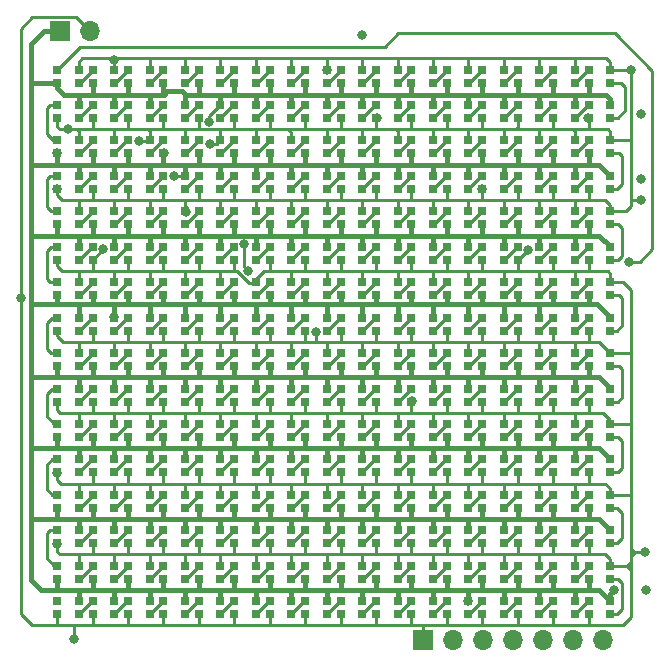
<source format=gbr>
%TF.GenerationSoftware,KiCad,Pcbnew,7.0.9*%
%TF.CreationDate,2024-04-10T17:12:19-05:00*%
%TF.ProjectId,Aniversario-PCBWAY,416e6976-6572-4736-9172-696f2d504342,rev?*%
%TF.SameCoordinates,Original*%
%TF.FileFunction,Copper,L1,Top*%
%TF.FilePolarity,Positive*%
%FSLAX46Y46*%
G04 Gerber Fmt 4.6, Leading zero omitted, Abs format (unit mm)*
G04 Created by KiCad (PCBNEW 7.0.9) date 2024-04-10 17:12:19*
%MOMM*%
%LPD*%
G01*
G04 APERTURE LIST*
%TA.AperFunction,SMDPad,CuDef*%
%ADD10R,0.700000X0.700000*%
%TD*%
%TA.AperFunction,ComponentPad*%
%ADD11R,1.700000X1.700000*%
%TD*%
%TA.AperFunction,ComponentPad*%
%ADD12O,1.700000X1.700000*%
%TD*%
%TA.AperFunction,ViaPad*%
%ADD13C,0.800000*%
%TD*%
%TA.AperFunction,Conductor*%
%ADD14C,0.250000*%
%TD*%
%TA.AperFunction,Conductor*%
%ADD15C,0.400000*%
%TD*%
G04 APERTURE END LIST*
D10*
%TO.P,D20,1,DO*%
%TO.N,Net-(D20-DO)*%
X78085000Y-53950000D03*
%TO.P,D20,2,GND*%
%TO.N,GND*%
X78085000Y-55050000D03*
%TO.P,D20,3,DI*%
%TO.N,Net-(D19-DO)*%
X79915000Y-55050000D03*
%TO.P,D20,4,VDD*%
%TO.N,+5V*%
X79915000Y-53950000D03*
%TD*%
%TO.P,D122,1,DO*%
%TO.N,Net-(D122-DO)*%
X60085000Y-71950000D03*
%TO.P,D122,2,GND*%
%TO.N,GND*%
X60085000Y-73050000D03*
%TO.P,D122,3,DI*%
%TO.N,Net-(D121-DO)*%
X61915000Y-73050000D03*
%TO.P,D122,4,VDD*%
%TO.N,+5V*%
X61915000Y-71950000D03*
%TD*%
%TO.P,D55,1,DO*%
%TO.N,Net-(D55-DO)*%
X69085000Y-59950000D03*
%TO.P,D55,2,GND*%
%TO.N,GND*%
X69085000Y-61050000D03*
%TO.P,D55,3,DI*%
%TO.N,Net-(D54-DO)*%
X70915000Y-61050000D03*
%TO.P,D55,4,VDD*%
%TO.N,+5V*%
X70915000Y-59950000D03*
%TD*%
%TO.P,D141,1,DO*%
%TO.N,Net-(D141-DO)*%
X73915000Y-76050000D03*
%TO.P,D141,2,GND*%
%TO.N,GND*%
X73915000Y-74950000D03*
%TO.P,D141,3,DI*%
%TO.N,Net-(D140-DO)*%
X72085000Y-74950000D03*
%TO.P,D141,4,VDD*%
%TO.N,+5V*%
X72085000Y-76050000D03*
%TD*%
%TO.P,D249,1,DO*%
%TO.N,Net-(D249-DO)*%
X63085000Y-95950000D03*
%TO.P,D249,2,GND*%
%TO.N,GND*%
X63085000Y-97050000D03*
%TO.P,D249,3,DI*%
%TO.N,Net-(D248-DO)*%
X64915000Y-97050000D03*
%TO.P,D249,4,VDD*%
%TO.N,+5V*%
X64915000Y-95950000D03*
%TD*%
%TO.P,D116,1,DO*%
%TO.N,Net-(D116-DO)*%
X78085000Y-71950000D03*
%TO.P,D116,2,GND*%
%TO.N,GND*%
X78085000Y-73050000D03*
%TO.P,D116,3,DI*%
%TO.N,Net-(D115-DO)*%
X79915000Y-73050000D03*
%TO.P,D116,4,VDD*%
%TO.N,+5V*%
X79915000Y-71950000D03*
%TD*%
%TO.P,D10,1,DO*%
%TO.N,Net-(D10-DO)*%
X64915000Y-52050000D03*
%TO.P,D10,2,GND*%
%TO.N,GND*%
X64915000Y-50950000D03*
%TO.P,D10,3,DI*%
%TO.N,Net-(D10-DI)*%
X63085000Y-50950000D03*
%TO.P,D10,4,VDD*%
%TO.N,+5V*%
X63085000Y-52050000D03*
%TD*%
%TO.P,D194,1,DO*%
%TO.N,Net-(D194-DO)*%
X40915000Y-88050000D03*
%TO.P,D194,2,GND*%
%TO.N,GND*%
X40915000Y-86950000D03*
%TO.P,D194,3,DI*%
%TO.N,Net-(D193-DO)*%
X39085000Y-86950000D03*
%TO.P,D194,4,VDD*%
%TO.N,+5V*%
X39085000Y-88050000D03*
%TD*%
%TO.P,D146,1,DO*%
%TO.N,Net-(D146-DO)*%
X84085000Y-77950000D03*
%TO.P,D146,2,GND*%
%TO.N,GND*%
X84085000Y-79050000D03*
%TO.P,D146,3,DI*%
%TO.N,Net-(D145-DO)*%
X85915000Y-79050000D03*
%TO.P,D146,4,VDD*%
%TO.N,+5V*%
X85915000Y-77950000D03*
%TD*%
%TO.P,D95,1,DO*%
%TO.N,Net-(D95-DO)*%
X45085000Y-65950000D03*
%TO.P,D95,2,GND*%
%TO.N,GND*%
X45085000Y-67050000D03*
%TO.P,D95,3,DI*%
%TO.N,Net-(D94-DO)*%
X46915000Y-67050000D03*
%TO.P,D95,4,VDD*%
%TO.N,+5V*%
X46915000Y-65950000D03*
%TD*%
%TO.P,D69,1,DO*%
%TO.N,Net-(D69-DO)*%
X49915000Y-64050000D03*
%TO.P,D69,2,GND*%
%TO.N,GND*%
X49915000Y-62950000D03*
%TO.P,D69,3,DI*%
%TO.N,Net-(D68-DO)*%
X48085000Y-62950000D03*
%TO.P,D69,4,VDD*%
%TO.N,+5V*%
X48085000Y-64050000D03*
%TD*%
%TO.P,D232,1,DO*%
%TO.N,Net-(D232-DO)*%
X58915000Y-94050000D03*
%TO.P,D232,2,GND*%
%TO.N,GND*%
X58915000Y-92950000D03*
%TO.P,D232,3,DI*%
%TO.N,Net-(D231-DO)*%
X57085000Y-92950000D03*
%TO.P,D232,4,VDD*%
%TO.N,+5V*%
X57085000Y-94050000D03*
%TD*%
%TO.P,D214,1,DO*%
%TO.N,Net-(D214-DO)*%
X72085000Y-89950000D03*
%TO.P,D214,2,GND*%
%TO.N,GND*%
X72085000Y-91050000D03*
%TO.P,D214,3,DI*%
%TO.N,Net-(D213-DO)*%
X73915000Y-91050000D03*
%TO.P,D214,4,VDD*%
%TO.N,+5V*%
X73915000Y-89950000D03*
%TD*%
%TO.P,D9,1,DO*%
%TO.N,Net-(D10-DI)*%
X61915000Y-52050000D03*
%TO.P,D9,2,GND*%
%TO.N,GND*%
X61915000Y-50950000D03*
%TO.P,D9,3,DI*%
%TO.N,Net-(D8-DO)*%
X60085000Y-50950000D03*
%TO.P,D9,4,VDD*%
%TO.N,+5V*%
X60085000Y-52050000D03*
%TD*%
%TO.P,D126,1,DO*%
%TO.N,Net-(D126-DO)*%
X48085000Y-71950000D03*
%TO.P,D126,2,GND*%
%TO.N,GND*%
X48085000Y-73050000D03*
%TO.P,D126,3,DI*%
%TO.N,Net-(D125-DO)*%
X49915000Y-73050000D03*
%TO.P,D126,4,VDD*%
%TO.N,+5V*%
X49915000Y-71950000D03*
%TD*%
%TO.P,D183,1,DO*%
%TO.N,Net-(D183-DO)*%
X69085000Y-83950000D03*
%TO.P,D183,2,GND*%
%TO.N,GND*%
X69085000Y-85050000D03*
%TO.P,D183,3,DI*%
%TO.N,Net-(D182-DO)*%
X70915000Y-85050000D03*
%TO.P,D183,4,VDD*%
%TO.N,+5V*%
X70915000Y-83950000D03*
%TD*%
%TO.P,D104,1,DO*%
%TO.N,Net-(D104-DO)*%
X58915000Y-70050000D03*
%TO.P,D104,2,GND*%
%TO.N,GND*%
X58915000Y-68950000D03*
%TO.P,D104,3,DI*%
%TO.N,Net-(D103-DO)*%
X57085000Y-68950000D03*
%TO.P,D104,4,VDD*%
%TO.N,+5V*%
X57085000Y-70050000D03*
%TD*%
%TO.P,D189,1,DO*%
%TO.N,Net-(D189-DO)*%
X51085000Y-83950000D03*
%TO.P,D189,2,GND*%
%TO.N,GND*%
X51085000Y-85050000D03*
%TO.P,D189,3,DI*%
%TO.N,Net-(D188-DO)*%
X52915000Y-85050000D03*
%TO.P,D189,4,VDD*%
%TO.N,+5V*%
X52915000Y-83950000D03*
%TD*%
%TO.P,D200,1,DO*%
%TO.N,Net-(D200-DO)*%
X58915000Y-88050000D03*
%TO.P,D200,2,GND*%
%TO.N,GND*%
X58915000Y-86950000D03*
%TO.P,D200,3,DI*%
%TO.N,Net-(D199-DO)*%
X57085000Y-86950000D03*
%TO.P,D200,4,VDD*%
%TO.N,+5V*%
X57085000Y-88050000D03*
%TD*%
%TO.P,D113,1,DO*%
%TO.N,Net-(D113-DO)*%
X85915000Y-70050000D03*
%TO.P,D113,2,GND*%
%TO.N,GND*%
X85915000Y-68950000D03*
%TO.P,D113,3,DI*%
%TO.N,Net-(D112-DO)*%
X84085000Y-68950000D03*
%TO.P,D113,4,VDD*%
%TO.N,+5V*%
X84085000Y-70050000D03*
%TD*%
%TO.P,D110,1,DO*%
%TO.N,Net-(D110-DO)*%
X76915000Y-70050000D03*
%TO.P,D110,2,GND*%
%TO.N,GND*%
X76915000Y-68950000D03*
%TO.P,D110,3,DI*%
%TO.N,Net-(D109-DO)*%
X75085000Y-68950000D03*
%TO.P,D110,4,VDD*%
%TO.N,+5V*%
X75085000Y-70050000D03*
%TD*%
%TO.P,D168,1,DO*%
%TO.N,Net-(D168-DO)*%
X58915000Y-82050000D03*
%TO.P,D168,2,GND*%
%TO.N,GND*%
X58915000Y-80950000D03*
%TO.P,D168,3,DI*%
%TO.N,Net-(D167-DO)*%
X57085000Y-80950000D03*
%TO.P,D168,4,VDD*%
%TO.N,+5V*%
X57085000Y-82050000D03*
%TD*%
%TO.P,D84,1,DO*%
%TO.N,Net-(D84-DO)*%
X78085000Y-65950000D03*
%TO.P,D84,2,GND*%
%TO.N,GND*%
X78085000Y-67050000D03*
%TO.P,D84,3,DI*%
%TO.N,Net-(D83-DO)*%
X79915000Y-67050000D03*
%TO.P,D84,4,VDD*%
%TO.N,+5V*%
X79915000Y-65950000D03*
%TD*%
%TO.P,D36,1,DO*%
%TO.N,Net-(D36-DO)*%
X46915000Y-58050000D03*
%TO.P,D36,2,GND*%
%TO.N,GND*%
X46915000Y-56950000D03*
%TO.P,D36,3,DI*%
%TO.N,Net-(D35-DO)*%
X45085000Y-56950000D03*
%TO.P,D36,4,VDD*%
%TO.N,+5V*%
X45085000Y-58050000D03*
%TD*%
%TO.P,D182,1,DO*%
%TO.N,Net-(D182-DO)*%
X72085000Y-83950000D03*
%TO.P,D182,2,GND*%
%TO.N,GND*%
X72085000Y-85050000D03*
%TO.P,D182,3,DI*%
%TO.N,Net-(D181-DO)*%
X73915000Y-85050000D03*
%TO.P,D182,4,VDD*%
%TO.N,+5V*%
X73915000Y-83950000D03*
%TD*%
%TO.P,D206,1,DO*%
%TO.N,Net-(D206-DO)*%
X76915000Y-88050000D03*
%TO.P,D206,2,GND*%
%TO.N,GND*%
X76915000Y-86950000D03*
%TO.P,D206,3,DI*%
%TO.N,Net-(D205-DO)*%
X75085000Y-86950000D03*
%TO.P,D206,4,VDD*%
%TO.N,+5V*%
X75085000Y-88050000D03*
%TD*%
%TO.P,D223,1,DO*%
%TO.N,Net-(D223-DO)*%
X45085000Y-89950000D03*
%TO.P,D223,2,GND*%
%TO.N,GND*%
X45085000Y-91050000D03*
%TO.P,D223,3,DI*%
%TO.N,Net-(D222-DO)*%
X46915000Y-91050000D03*
%TO.P,D223,4,VDD*%
%TO.N,+5V*%
X46915000Y-89950000D03*
%TD*%
%TO.P,D218,1,DO*%
%TO.N,Net-(D218-DO)*%
X60085000Y-89950000D03*
%TO.P,D218,2,GND*%
%TO.N,GND*%
X60085000Y-91050000D03*
%TO.P,D218,3,DI*%
%TO.N,Net-(D217-DO)*%
X61915000Y-91050000D03*
%TO.P,D218,4,VDD*%
%TO.N,+5V*%
X61915000Y-89950000D03*
%TD*%
%TO.P,D19,1,DO*%
%TO.N,Net-(D19-DO)*%
X81085000Y-53950000D03*
%TO.P,D19,2,GND*%
%TO.N,GND*%
X81085000Y-55050000D03*
%TO.P,D19,3,DI*%
%TO.N,Net-(D18-DO)*%
X82915000Y-55050000D03*
%TO.P,D19,4,VDD*%
%TO.N,+5V*%
X82915000Y-53950000D03*
%TD*%
%TO.P,D93,1,DO*%
%TO.N,Net-(D93-DO)*%
X51085000Y-65950000D03*
%TO.P,D93,2,GND*%
%TO.N,GND*%
X51085000Y-67050000D03*
%TO.P,D93,3,DI*%
%TO.N,Net-(D92-DO)*%
X52915000Y-67050000D03*
%TO.P,D93,4,VDD*%
%TO.N,+5V*%
X52915000Y-65950000D03*
%TD*%
%TO.P,D26,1,DO*%
%TO.N,Net-(D26-DO)*%
X60085000Y-53950000D03*
%TO.P,D26,2,GND*%
%TO.N,GND*%
X60085000Y-55050000D03*
%TO.P,D26,3,DI*%
%TO.N,Net-(D25-DO)*%
X61915000Y-55050000D03*
%TO.P,D26,4,VDD*%
%TO.N,+5V*%
X61915000Y-53950000D03*
%TD*%
%TO.P,D34,1,DO*%
%TO.N,Net-(D34-DO)*%
X40915000Y-58050000D03*
%TO.P,D34,2,GND*%
%TO.N,GND*%
X40915000Y-56950000D03*
%TO.P,D34,3,DI*%
%TO.N,Net-(D33-DO)*%
X39085000Y-56950000D03*
%TO.P,D34,4,VDD*%
%TO.N,+5V*%
X39085000Y-58050000D03*
%TD*%
%TO.P,D228,1,DO*%
%TO.N,Net-(D228-DO)*%
X46915000Y-94050000D03*
%TO.P,D228,2,GND*%
%TO.N,GND*%
X46915000Y-92950000D03*
%TO.P,D228,3,DI*%
%TO.N,Net-(D227-DO)*%
X45085000Y-92950000D03*
%TO.P,D228,4,VDD*%
%TO.N,+5V*%
X45085000Y-94050000D03*
%TD*%
%TO.P,D88,1,DO*%
%TO.N,Net-(D88-DO)*%
X66085000Y-65950000D03*
%TO.P,D88,2,GND*%
%TO.N,GND*%
X66085000Y-67050000D03*
%TO.P,D88,3,DI*%
%TO.N,Net-(D87-DO)*%
X67915000Y-67050000D03*
%TO.P,D88,4,VDD*%
%TO.N,+5V*%
X67915000Y-65950000D03*
%TD*%
%TO.P,D127,1,DO*%
%TO.N,Net-(D127-DO)*%
X45085000Y-71950000D03*
%TO.P,D127,2,GND*%
%TO.N,GND*%
X45085000Y-73050000D03*
%TO.P,D127,3,DI*%
%TO.N,Net-(D126-DO)*%
X46915000Y-73050000D03*
%TO.P,D127,4,VDD*%
%TO.N,+5V*%
X46915000Y-71950000D03*
%TD*%
%TO.P,D193,1,DO*%
%TO.N,Net-(D193-DO)*%
X39085000Y-83950000D03*
%TO.P,D193,2,GND*%
%TO.N,GND*%
X39085000Y-85050000D03*
%TO.P,D193,3,DI*%
%TO.N,Net-(D192-DO)*%
X40915000Y-85050000D03*
%TO.P,D193,4,VDD*%
%TO.N,+5V*%
X40915000Y-83950000D03*
%TD*%
%TO.P,D63,1,DO*%
%TO.N,Net-(D63-DO)*%
X45085000Y-59950000D03*
%TO.P,D63,2,GND*%
%TO.N,GND*%
X45085000Y-61050000D03*
%TO.P,D63,3,DI*%
%TO.N,Net-(D62-DO)*%
X46915000Y-61050000D03*
%TO.P,D63,4,VDD*%
%TO.N,+5V*%
X46915000Y-59950000D03*
%TD*%
%TO.P,D118,1,DO*%
%TO.N,Net-(D118-DO)*%
X72085000Y-71950000D03*
%TO.P,D118,2,GND*%
%TO.N,GND*%
X72085000Y-73050000D03*
%TO.P,D118,3,DI*%
%TO.N,Net-(D117-DO)*%
X73915000Y-73050000D03*
%TO.P,D118,4,VDD*%
%TO.N,+5V*%
X73915000Y-71950000D03*
%TD*%
%TO.P,D39,1,DO*%
%TO.N,Net-(D39-DO)*%
X55915000Y-58050000D03*
%TO.P,D39,2,GND*%
%TO.N,GND*%
X55915000Y-56950000D03*
%TO.P,D39,3,DI*%
%TO.N,Net-(D38-DO)*%
X54085000Y-56950000D03*
%TO.P,D39,4,VDD*%
%TO.N,+5V*%
X54085000Y-58050000D03*
%TD*%
%TO.P,D173,1,DO*%
%TO.N,Net-(D173-DO)*%
X73915000Y-82050000D03*
%TO.P,D173,2,GND*%
%TO.N,GND*%
X73915000Y-80950000D03*
%TO.P,D173,3,DI*%
%TO.N,Net-(D172-DO)*%
X72085000Y-80950000D03*
%TO.P,D173,4,VDD*%
%TO.N,+5V*%
X72085000Y-82050000D03*
%TD*%
%TO.P,D97,1,DO*%
%TO.N,Net-(D97-DO)*%
X39085000Y-65950000D03*
%TO.P,D97,2,GND*%
%TO.N,GND*%
X39085000Y-67050000D03*
%TO.P,D97,3,DI*%
%TO.N,Net-(D96-DO)*%
X40915000Y-67050000D03*
%TO.P,D97,4,VDD*%
%TO.N,+5V*%
X40915000Y-65950000D03*
%TD*%
%TO.P,D238,1,DO*%
%TO.N,Net-(D238-DO)*%
X76915000Y-94050000D03*
%TO.P,D238,2,GND*%
%TO.N,GND*%
X76915000Y-92950000D03*
%TO.P,D238,3,DI*%
%TO.N,Net-(D237-DO)*%
X75085000Y-92950000D03*
%TO.P,D238,4,VDD*%
%TO.N,+5V*%
X75085000Y-94050000D03*
%TD*%
%TO.P,D208,1,DO*%
%TO.N,Net-(D208-DO)*%
X82915000Y-88050000D03*
%TO.P,D208,2,GND*%
%TO.N,GND*%
X82915000Y-86950000D03*
%TO.P,D208,3,DI*%
%TO.N,Net-(D207-DO)*%
X81085000Y-86950000D03*
%TO.P,D208,4,VDD*%
%TO.N,+5V*%
X81085000Y-88050000D03*
%TD*%
%TO.P,D99,1,DO*%
%TO.N,Net-(D100-DI)*%
X43915000Y-70050000D03*
%TO.P,D99,2,GND*%
%TO.N,GND*%
X43915000Y-68950000D03*
%TO.P,D99,3,DI*%
%TO.N,Net-(D98-DO)*%
X42085000Y-68950000D03*
%TO.P,D99,4,VDD*%
%TO.N,+5V*%
X42085000Y-70050000D03*
%TD*%
%TO.P,D140,1,DO*%
%TO.N,Net-(D140-DO)*%
X70915000Y-76050000D03*
%TO.P,D140,2,GND*%
%TO.N,GND*%
X70915000Y-74950000D03*
%TO.P,D140,3,DI*%
%TO.N,Net-(D139-DO)*%
X69085000Y-74950000D03*
%TO.P,D140,4,VDD*%
%TO.N,+5V*%
X69085000Y-76050000D03*
%TD*%
%TO.P,D237,1,DO*%
%TO.N,Net-(D237-DO)*%
X73915000Y-94050000D03*
%TO.P,D237,2,GND*%
%TO.N,GND*%
X73915000Y-92950000D03*
%TO.P,D237,3,DI*%
%TO.N,Net-(D236-DO)*%
X72085000Y-92950000D03*
%TO.P,D237,4,VDD*%
%TO.N,+5V*%
X72085000Y-94050000D03*
%TD*%
%TO.P,D22,1,DO*%
%TO.N,Net-(D22-DO)*%
X72085000Y-53950000D03*
%TO.P,D22,2,GND*%
%TO.N,GND*%
X72085000Y-55050000D03*
%TO.P,D22,3,DI*%
%TO.N,Net-(D21-DO)*%
X73915000Y-55050000D03*
%TO.P,D22,4,VDD*%
%TO.N,+5V*%
X73915000Y-53950000D03*
%TD*%
%TO.P,D14,1,DO*%
%TO.N,Net-(D14-DO)*%
X76915000Y-52050000D03*
%TO.P,D14,2,GND*%
%TO.N,GND*%
X76915000Y-50950000D03*
%TO.P,D14,3,DI*%
%TO.N,Net-(D13-DO)*%
X75085000Y-50950000D03*
%TO.P,D14,4,VDD*%
%TO.N,+5V*%
X75085000Y-52050000D03*
%TD*%
%TO.P,D66,1,DO*%
%TO.N,Net-(D66-DO)*%
X40915000Y-64050000D03*
%TO.P,D66,2,GND*%
%TO.N,GND*%
X40915000Y-62950000D03*
%TO.P,D66,3,DI*%
%TO.N,Net-(D65-DO)*%
X39085000Y-62950000D03*
%TO.P,D66,4,VDD*%
%TO.N,+5V*%
X39085000Y-64050000D03*
%TD*%
%TO.P,D248,1,DO*%
%TO.N,Net-(D248-DO)*%
X66085000Y-95950000D03*
%TO.P,D248,2,GND*%
%TO.N,GND*%
X66085000Y-97050000D03*
%TO.P,D248,3,DI*%
%TO.N,Net-(D247-DO)*%
X67915000Y-97050000D03*
%TO.P,D248,4,VDD*%
%TO.N,+5V*%
X67915000Y-95950000D03*
%TD*%
%TO.P,D103,1,DO*%
%TO.N,Net-(D103-DO)*%
X55915000Y-70050000D03*
%TO.P,D103,2,GND*%
%TO.N,GND*%
X55915000Y-68950000D03*
%TO.P,D103,3,DI*%
%TO.N,Net-(D102-DO)*%
X54085000Y-68950000D03*
%TO.P,D103,4,VDD*%
%TO.N,+5V*%
X54085000Y-70050000D03*
%TD*%
%TO.P,D158,1,DO*%
%TO.N,Net-(D158-DO)*%
X48085000Y-77950000D03*
%TO.P,D158,2,GND*%
%TO.N,GND*%
X48085000Y-79050000D03*
%TO.P,D158,3,DI*%
%TO.N,Net-(D157-DO)*%
X49915000Y-79050000D03*
%TO.P,D158,4,VDD*%
%TO.N,+5V*%
X49915000Y-77950000D03*
%TD*%
%TO.P,D230,1,DO*%
%TO.N,Net-(D230-DO)*%
X52915000Y-94050000D03*
%TO.P,D230,2,GND*%
%TO.N,GND*%
X52915000Y-92950000D03*
%TO.P,D230,3,DI*%
%TO.N,Net-(D229-DO)*%
X51085000Y-92950000D03*
%TO.P,D230,4,VDD*%
%TO.N,+5V*%
X51085000Y-94050000D03*
%TD*%
%TO.P,D96,1,DO*%
%TO.N,Net-(D96-DO)*%
X42085000Y-65950000D03*
%TO.P,D96,2,GND*%
%TO.N,GND*%
X42085000Y-67050000D03*
%TO.P,D96,3,DI*%
%TO.N,Net-(D95-DO)*%
X43915000Y-67050000D03*
%TO.P,D96,4,VDD*%
%TO.N,+5V*%
X43915000Y-65950000D03*
%TD*%
%TO.P,D138,1,DO*%
%TO.N,Net-(D138-DO)*%
X64915000Y-76050000D03*
%TO.P,D138,2,GND*%
%TO.N,GND*%
X64915000Y-74950000D03*
%TO.P,D138,3,DI*%
%TO.N,Net-(D137-DO)*%
X63085000Y-74950000D03*
%TO.P,D138,4,VDD*%
%TO.N,+5V*%
X63085000Y-76050000D03*
%TD*%
%TO.P,D44,1,DO*%
%TO.N,Net-(D44-DO)*%
X70915000Y-58050000D03*
%TO.P,D44,2,GND*%
%TO.N,GND*%
X70915000Y-56950000D03*
%TO.P,D44,3,DI*%
%TO.N,Net-(D43-DO)*%
X69085000Y-56950000D03*
%TO.P,D44,4,VDD*%
%TO.N,+5V*%
X69085000Y-58050000D03*
%TD*%
%TO.P,D251,1,DO*%
%TO.N,Net-(D251-DO)*%
X57085000Y-95950000D03*
%TO.P,D251,2,GND*%
%TO.N,GND*%
X57085000Y-97050000D03*
%TO.P,D251,3,DI*%
%TO.N,Net-(D250-DO)*%
X58915000Y-97050000D03*
%TO.P,D251,4,VDD*%
%TO.N,+5V*%
X58915000Y-95950000D03*
%TD*%
%TO.P,D142,1,DO*%
%TO.N,Net-(D142-DO)*%
X76915000Y-76050000D03*
%TO.P,D142,2,GND*%
%TO.N,GND*%
X76915000Y-74950000D03*
%TO.P,D142,3,DI*%
%TO.N,Net-(D141-DO)*%
X75085000Y-74950000D03*
%TO.P,D142,4,VDD*%
%TO.N,+5V*%
X75085000Y-76050000D03*
%TD*%
%TO.P,D257,1,DO*%
%TO.N,unconnected-(D257-DO-Pad1)*%
X39085000Y-95950000D03*
%TO.P,D257,2,GND*%
%TO.N,GND*%
X39085000Y-97050000D03*
%TO.P,D257,3,DI*%
%TO.N,Net-(D256-DO)*%
X40915000Y-97050000D03*
%TO.P,D257,4,VDD*%
%TO.N,+5V*%
X40915000Y-95950000D03*
%TD*%
%TO.P,D145,1,DO*%
%TO.N,Net-(D145-DO)*%
X85915000Y-76050000D03*
%TO.P,D145,2,GND*%
%TO.N,GND*%
X85915000Y-74950000D03*
%TO.P,D145,3,DI*%
%TO.N,Net-(D144-DO)*%
X84085000Y-74950000D03*
%TO.P,D145,4,VDD*%
%TO.N,+5V*%
X84085000Y-76050000D03*
%TD*%
%TO.P,D137,1,DO*%
%TO.N,Net-(D137-DO)*%
X61915000Y-76050000D03*
%TO.P,D137,2,GND*%
%TO.N,GND*%
X61915000Y-74950000D03*
%TO.P,D137,3,DI*%
%TO.N,Net-(D136-DO)*%
X60085000Y-74950000D03*
%TO.P,D137,4,VDD*%
%TO.N,+5V*%
X60085000Y-76050000D03*
%TD*%
%TO.P,D192,1,DO*%
%TO.N,Net-(D192-DO)*%
X42085000Y-83950000D03*
%TO.P,D192,2,GND*%
%TO.N,GND*%
X42085000Y-85050000D03*
%TO.P,D192,3,DI*%
%TO.N,Net-(D191-DO)*%
X43915000Y-85050000D03*
%TO.P,D192,4,VDD*%
%TO.N,+5V*%
X43915000Y-83950000D03*
%TD*%
%TO.P,D8,1,DO*%
%TO.N,Net-(D8-DO)*%
X58915000Y-52050000D03*
%TO.P,D8,2,GND*%
%TO.N,GND*%
X58915000Y-50950000D03*
%TO.P,D8,3,DI*%
%TO.N,Net-(D7-DO)*%
X57085000Y-50950000D03*
%TO.P,D8,4,VDD*%
%TO.N,+5V*%
X57085000Y-52050000D03*
%TD*%
%TO.P,D37,1,DO*%
%TO.N,Net-(D37-DO)*%
X49915000Y-58050000D03*
%TO.P,D37,2,GND*%
%TO.N,GND*%
X49915000Y-56950000D03*
%TO.P,D37,3,DI*%
%TO.N,Net-(D36-DO)*%
X48085000Y-56950000D03*
%TO.P,D37,4,VDD*%
%TO.N,+5V*%
X48085000Y-58050000D03*
%TD*%
%TO.P,D87,1,DO*%
%TO.N,Net-(D87-DO)*%
X69085000Y-65950000D03*
%TO.P,D87,2,GND*%
%TO.N,GND*%
X69085000Y-67050000D03*
%TO.P,D87,3,DI*%
%TO.N,Net-(D86-DO)*%
X70915000Y-67050000D03*
%TO.P,D87,4,VDD*%
%TO.N,+5V*%
X70915000Y-65950000D03*
%TD*%
%TO.P,D225,1,DO*%
%TO.N,Net-(D225-DO)*%
X39085000Y-89950000D03*
%TO.P,D225,2,GND*%
%TO.N,GND*%
X39085000Y-91050000D03*
%TO.P,D225,3,DI*%
%TO.N,Net-(D224-DO)*%
X40915000Y-91050000D03*
%TO.P,D225,4,VDD*%
%TO.N,+5V*%
X40915000Y-89950000D03*
%TD*%
%TO.P,D80,1,DO*%
%TO.N,Net-(D80-DO)*%
X82915000Y-64050000D03*
%TO.P,D80,2,GND*%
%TO.N,GND*%
X82915000Y-62950000D03*
%TO.P,D80,3,DI*%
%TO.N,Net-(D79-DO)*%
X81085000Y-62950000D03*
%TO.P,D80,4,VDD*%
%TO.N,+5V*%
X81085000Y-64050000D03*
%TD*%
%TO.P,D106,1,DO*%
%TO.N,Net-(D106-DO)*%
X64915000Y-70050000D03*
%TO.P,D106,2,GND*%
%TO.N,GND*%
X64915000Y-68950000D03*
%TO.P,D106,3,DI*%
%TO.N,Net-(D105-DO)*%
X63085000Y-68950000D03*
%TO.P,D106,4,VDD*%
%TO.N,+5V*%
X63085000Y-70050000D03*
%TD*%
%TO.P,D152,1,DO*%
%TO.N,Net-(D152-DO)*%
X66085000Y-77950000D03*
%TO.P,D152,2,GND*%
%TO.N,GND*%
X66085000Y-79050000D03*
%TO.P,D152,3,DI*%
%TO.N,Net-(D151-DO)*%
X67915000Y-79050000D03*
%TO.P,D152,4,VDD*%
%TO.N,+5V*%
X67915000Y-77950000D03*
%TD*%
%TO.P,D17,1,DO*%
%TO.N,Net-(D17-DO)*%
X85915000Y-52050000D03*
%TO.P,D17,2,GND*%
%TO.N,GND*%
X85915000Y-50950000D03*
%TO.P,D17,3,DI*%
%TO.N,Net-(D16-DO)*%
X84085000Y-50950000D03*
%TO.P,D17,4,VDD*%
%TO.N,+5V*%
X84085000Y-52050000D03*
%TD*%
%TO.P,D163,1,DO*%
%TO.N,Net-(D163-DO)*%
X43915000Y-82050000D03*
%TO.P,D163,2,GND*%
%TO.N,GND*%
X43915000Y-80950000D03*
%TO.P,D163,3,DI*%
%TO.N,Net-(D162-DO)*%
X42085000Y-80950000D03*
%TO.P,D163,4,VDD*%
%TO.N,+5V*%
X42085000Y-82050000D03*
%TD*%
%TO.P,D111,1,DO*%
%TO.N,Net-(D111-DO)*%
X79915000Y-70050000D03*
%TO.P,D111,2,GND*%
%TO.N,GND*%
X79915000Y-68950000D03*
%TO.P,D111,3,DI*%
%TO.N,Net-(D110-DO)*%
X78085000Y-68950000D03*
%TO.P,D111,4,VDD*%
%TO.N,+5V*%
X78085000Y-70050000D03*
%TD*%
%TO.P,D27,1,DO*%
%TO.N,Net-(D27-DO)*%
X57085000Y-53950000D03*
%TO.P,D27,2,GND*%
%TO.N,GND*%
X57085000Y-55050000D03*
%TO.P,D27,3,DI*%
%TO.N,Net-(D26-DO)*%
X58915000Y-55050000D03*
%TO.P,D27,4,VDD*%
%TO.N,+5V*%
X58915000Y-53950000D03*
%TD*%
%TO.P,D169,1,DO*%
%TO.N,Net-(D169-DO)*%
X61915000Y-82050000D03*
%TO.P,D169,2,GND*%
%TO.N,GND*%
X61915000Y-80950000D03*
%TO.P,D169,3,DI*%
%TO.N,Net-(D168-DO)*%
X60085000Y-80950000D03*
%TO.P,D169,4,VDD*%
%TO.N,+5V*%
X60085000Y-82050000D03*
%TD*%
%TO.P,D190,1,DO*%
%TO.N,Net-(D190-DO)*%
X48085000Y-83950000D03*
%TO.P,D190,2,GND*%
%TO.N,GND*%
X48085000Y-85050000D03*
%TO.P,D190,3,DI*%
%TO.N,Net-(D189-DO)*%
X49915000Y-85050000D03*
%TO.P,D190,4,VDD*%
%TO.N,+5V*%
X49915000Y-83950000D03*
%TD*%
%TO.P,D219,1,DO*%
%TO.N,Net-(D219-DO)*%
X57085000Y-89950000D03*
%TO.P,D219,2,GND*%
%TO.N,GND*%
X57085000Y-91050000D03*
%TO.P,D219,3,DI*%
%TO.N,Net-(D218-DO)*%
X58915000Y-91050000D03*
%TO.P,D219,4,VDD*%
%TO.N,+5V*%
X58915000Y-89950000D03*
%TD*%
%TO.P,D165,1,DO*%
%TO.N,Net-(D165-DO)*%
X49915000Y-82050000D03*
%TO.P,D165,2,GND*%
%TO.N,GND*%
X49915000Y-80950000D03*
%TO.P,D165,3,DI*%
%TO.N,Net-(D164-DO)*%
X48085000Y-80950000D03*
%TO.P,D165,4,VDD*%
%TO.N,+5V*%
X48085000Y-82050000D03*
%TD*%
%TO.P,D178,1,DO*%
%TO.N,Net-(D178-DO)*%
X84085000Y-83950000D03*
%TO.P,D178,2,GND*%
%TO.N,GND*%
X84085000Y-85050000D03*
%TO.P,D178,3,DI*%
%TO.N,Net-(D177-DO)*%
X85915000Y-85050000D03*
%TO.P,D178,4,VDD*%
%TO.N,+5V*%
X85915000Y-83950000D03*
%TD*%
%TO.P,D78,1,DO*%
%TO.N,Net-(D78-DO)*%
X76915000Y-64050000D03*
%TO.P,D78,2,GND*%
%TO.N,GND*%
X76915000Y-62950000D03*
%TO.P,D78,3,DI*%
%TO.N,Net-(D77-DO)*%
X75085000Y-62950000D03*
%TO.P,D78,4,VDD*%
%TO.N,+5V*%
X75085000Y-64050000D03*
%TD*%
%TO.P,D129,1,DO*%
%TO.N,Net-(D129-DO)*%
X39085000Y-71950000D03*
%TO.P,D129,2,GND*%
%TO.N,GND*%
X39085000Y-73050000D03*
%TO.P,D129,3,DI*%
%TO.N,Net-(D128-DO)*%
X40915000Y-73050000D03*
%TO.P,D129,4,VDD*%
%TO.N,+5V*%
X40915000Y-71950000D03*
%TD*%
%TO.P,D245,1,DO*%
%TO.N,Net-(D245-DO)*%
X75085000Y-95950000D03*
%TO.P,D245,2,GND*%
%TO.N,GND*%
X75085000Y-97050000D03*
%TO.P,D245,3,DI*%
%TO.N,Net-(D244-DO)*%
X76915000Y-97050000D03*
%TO.P,D245,4,VDD*%
%TO.N,+5V*%
X76915000Y-95950000D03*
%TD*%
%TO.P,D58,1,DO*%
%TO.N,Net-(D58-DO)*%
X60085000Y-59950000D03*
%TO.P,D58,2,GND*%
%TO.N,GND*%
X60085000Y-61050000D03*
%TO.P,D58,3,DI*%
%TO.N,Net-(D57-DO)*%
X61915000Y-61050000D03*
%TO.P,D58,4,VDD*%
%TO.N,+5V*%
X61915000Y-59950000D03*
%TD*%
%TO.P,D89,1,DO*%
%TO.N,Net-(D89-DO)*%
X63085000Y-65950000D03*
%TO.P,D89,2,GND*%
%TO.N,GND*%
X63085000Y-67050000D03*
%TO.P,D89,3,DI*%
%TO.N,Net-(D88-DO)*%
X64915000Y-67050000D03*
%TO.P,D89,4,VDD*%
%TO.N,+5V*%
X64915000Y-65950000D03*
%TD*%
%TO.P,D2,1,DO*%
%TO.N,Net-(D2-DO)*%
X40915000Y-52050000D03*
%TO.P,D2,2,GND*%
%TO.N,GND*%
X40915000Y-50950000D03*
%TO.P,D2,3,DI*%
%TO.N,GPIO18*%
X39085000Y-50950000D03*
%TO.P,D2,4,VDD*%
%TO.N,+5V*%
X39085000Y-52050000D03*
%TD*%
%TO.P,D155,1,DO*%
%TO.N,Net-(D155-DO)*%
X57085000Y-77950000D03*
%TO.P,D155,2,GND*%
%TO.N,GND*%
X57085000Y-79050000D03*
%TO.P,D155,3,DI*%
%TO.N,Net-(D154-DO)*%
X58915000Y-79050000D03*
%TO.P,D155,4,VDD*%
%TO.N,+5V*%
X58915000Y-77950000D03*
%TD*%
%TO.P,D121,1,DO*%
%TO.N,Net-(D121-DO)*%
X63085000Y-71950000D03*
%TO.P,D121,2,GND*%
%TO.N,GND*%
X63085000Y-73050000D03*
%TO.P,D121,3,DI*%
%TO.N,Net-(D120-DO)*%
X64915000Y-73050000D03*
%TO.P,D121,4,VDD*%
%TO.N,+5V*%
X64915000Y-71950000D03*
%TD*%
%TO.P,D170,1,DO*%
%TO.N,Net-(D170-DO)*%
X64915000Y-82050000D03*
%TO.P,D170,2,GND*%
%TO.N,GND*%
X64915000Y-80950000D03*
%TO.P,D170,3,DI*%
%TO.N,Net-(D169-DO)*%
X63085000Y-80950000D03*
%TO.P,D170,4,VDD*%
%TO.N,+5V*%
X63085000Y-82050000D03*
%TD*%
%TO.P,D176,1,DO*%
%TO.N,Net-(D176-DO)*%
X82915000Y-82050000D03*
%TO.P,D176,2,GND*%
%TO.N,GND*%
X82915000Y-80950000D03*
%TO.P,D176,3,DI*%
%TO.N,Net-(D175-DO)*%
X81085000Y-80950000D03*
%TO.P,D176,4,VDD*%
%TO.N,+5V*%
X81085000Y-82050000D03*
%TD*%
%TO.P,D101,1,DO*%
%TO.N,Net-(D101-DO)*%
X49915000Y-70050000D03*
%TO.P,D101,2,GND*%
%TO.N,GND*%
X49915000Y-68950000D03*
%TO.P,D101,3,DI*%
%TO.N,Net-(D100-DO)*%
X48085000Y-68950000D03*
%TO.P,D101,4,VDD*%
%TO.N,+5V*%
X48085000Y-70050000D03*
%TD*%
%TO.P,D25,1,DO*%
%TO.N,Net-(D25-DO)*%
X63085000Y-53950000D03*
%TO.P,D25,2,GND*%
%TO.N,GND*%
X63085000Y-55050000D03*
%TO.P,D25,3,DI*%
%TO.N,Net-(D24-DO)*%
X64915000Y-55050000D03*
%TO.P,D25,4,VDD*%
%TO.N,+5V*%
X64915000Y-53950000D03*
%TD*%
%TO.P,D222,1,DO*%
%TO.N,Net-(D222-DO)*%
X48085000Y-89950000D03*
%TO.P,D222,2,GND*%
%TO.N,GND*%
X48085000Y-91050000D03*
%TO.P,D222,3,DI*%
%TO.N,Net-(D221-DO)*%
X49915000Y-91050000D03*
%TO.P,D222,4,VDD*%
%TO.N,+5V*%
X49915000Y-89950000D03*
%TD*%
%TO.P,D156,1,DO*%
%TO.N,Net-(D156-DO)*%
X54085000Y-77950000D03*
%TO.P,D156,2,GND*%
%TO.N,GND*%
X54085000Y-79050000D03*
%TO.P,D156,3,DI*%
%TO.N,Net-(D155-DO)*%
X55915000Y-79050000D03*
%TO.P,D156,4,VDD*%
%TO.N,+5V*%
X55915000Y-77950000D03*
%TD*%
%TO.P,D11,1,DO*%
%TO.N,Net-(D11-DO)*%
X67915000Y-52050000D03*
%TO.P,D11,2,GND*%
%TO.N,GND*%
X67915000Y-50950000D03*
%TO.P,D11,3,DI*%
%TO.N,Net-(D10-DO)*%
X66085000Y-50950000D03*
%TO.P,D11,4,VDD*%
%TO.N,+5V*%
X66085000Y-52050000D03*
%TD*%
%TO.P,D186,1,DO*%
%TO.N,Net-(D186-DO)*%
X60085000Y-83950000D03*
%TO.P,D186,2,GND*%
%TO.N,GND*%
X60085000Y-85050000D03*
%TO.P,D186,3,DI*%
%TO.N,Net-(D185-DO)*%
X61915000Y-85050000D03*
%TO.P,D186,4,VDD*%
%TO.N,+5V*%
X61915000Y-83950000D03*
%TD*%
%TO.P,D224,1,DO*%
%TO.N,Net-(D224-DO)*%
X42085000Y-89950000D03*
%TO.P,D224,2,GND*%
%TO.N,GND*%
X42085000Y-91050000D03*
%TO.P,D224,3,DI*%
%TO.N,Net-(D223-DO)*%
X43915000Y-91050000D03*
%TO.P,D224,4,VDD*%
%TO.N,+5V*%
X43915000Y-89950000D03*
%TD*%
%TO.P,D74,1,DO*%
%TO.N,Net-(D74-DO)*%
X64915000Y-64050000D03*
%TO.P,D74,2,GND*%
%TO.N,GND*%
X64915000Y-62950000D03*
%TO.P,D74,3,DI*%
%TO.N,Net-(D73-DO)*%
X63085000Y-62950000D03*
%TO.P,D74,4,VDD*%
%TO.N,+5V*%
X63085000Y-64050000D03*
%TD*%
%TO.P,D35,1,DO*%
%TO.N,Net-(D35-DO)*%
X43915000Y-58050000D03*
%TO.P,D35,2,GND*%
%TO.N,GND*%
X43915000Y-56950000D03*
%TO.P,D35,3,DI*%
%TO.N,Net-(D34-DO)*%
X42085000Y-56950000D03*
%TO.P,D35,4,VDD*%
%TO.N,+5V*%
X42085000Y-58050000D03*
%TD*%
%TO.P,D212,1,DO*%
%TO.N,Net-(D212-DO)*%
X78085000Y-89950000D03*
%TO.P,D212,2,GND*%
%TO.N,GND*%
X78085000Y-91050000D03*
%TO.P,D212,3,DI*%
%TO.N,Net-(D211-DO)*%
X79915000Y-91050000D03*
%TO.P,D212,4,VDD*%
%TO.N,+5V*%
X79915000Y-89950000D03*
%TD*%
%TO.P,D233,1,DO*%
%TO.N,Net-(D233-DO)*%
X61915000Y-94050000D03*
%TO.P,D233,2,GND*%
%TO.N,GND*%
X61915000Y-92950000D03*
%TO.P,D233,3,DI*%
%TO.N,Net-(D232-DO)*%
X60085000Y-92950000D03*
%TO.P,D233,4,VDD*%
%TO.N,+5V*%
X60085000Y-94050000D03*
%TD*%
%TO.P,D191,1,DO*%
%TO.N,Net-(D191-DO)*%
X45085000Y-83950000D03*
%TO.P,D191,2,GND*%
%TO.N,GND*%
X45085000Y-85050000D03*
%TO.P,D191,3,DI*%
%TO.N,Net-(D190-DO)*%
X46915000Y-85050000D03*
%TO.P,D191,4,VDD*%
%TO.N,+5V*%
X46915000Y-83950000D03*
%TD*%
%TO.P,D100,1,DO*%
%TO.N,Net-(D100-DO)*%
X46915000Y-70050000D03*
%TO.P,D100,2,GND*%
%TO.N,GND*%
X46915000Y-68950000D03*
%TO.P,D100,3,DI*%
%TO.N,Net-(D100-DI)*%
X45085000Y-68950000D03*
%TO.P,D100,4,VDD*%
%TO.N,+5V*%
X45085000Y-70050000D03*
%TD*%
%TO.P,D181,1,DO*%
%TO.N,Net-(D181-DO)*%
X75085000Y-83950000D03*
%TO.P,D181,2,GND*%
%TO.N,GND*%
X75085000Y-85050000D03*
%TO.P,D181,3,DI*%
%TO.N,Net-(D180-DO)*%
X76915000Y-85050000D03*
%TO.P,D181,4,VDD*%
%TO.N,+5V*%
X76915000Y-83950000D03*
%TD*%
%TO.P,D91,1,DO*%
%TO.N,Net-(D91-DO)*%
X57085000Y-65950000D03*
%TO.P,D91,2,GND*%
%TO.N,GND*%
X57085000Y-67050000D03*
%TO.P,D91,3,DI*%
%TO.N,Net-(D90-DO)*%
X58915000Y-67050000D03*
%TO.P,D91,4,VDD*%
%TO.N,+5V*%
X58915000Y-65950000D03*
%TD*%
%TO.P,D204,1,DO*%
%TO.N,Net-(D204-DO)*%
X70915000Y-88050000D03*
%TO.P,D204,2,GND*%
%TO.N,GND*%
X70915000Y-86950000D03*
%TO.P,D204,3,DI*%
%TO.N,Net-(D203-DO)*%
X69085000Y-86950000D03*
%TO.P,D204,4,VDD*%
%TO.N,+5V*%
X69085000Y-88050000D03*
%TD*%
%TO.P,D159,1,DO*%
%TO.N,Net-(D159-DO)*%
X45085000Y-77950000D03*
%TO.P,D159,2,GND*%
%TO.N,GND*%
X45085000Y-79050000D03*
%TO.P,D159,3,DI*%
%TO.N,Net-(D158-DO)*%
X46915000Y-79050000D03*
%TO.P,D159,4,VDD*%
%TO.N,+5V*%
X46915000Y-77950000D03*
%TD*%
%TO.P,D109,1,DO*%
%TO.N,Net-(D109-DO)*%
X73915000Y-70050000D03*
%TO.P,D109,2,GND*%
%TO.N,GND*%
X73915000Y-68950000D03*
%TO.P,D109,3,DI*%
%TO.N,Net-(D108-DO)*%
X72085000Y-68950000D03*
%TO.P,D109,4,VDD*%
%TO.N,+5V*%
X72085000Y-70050000D03*
%TD*%
%TO.P,D195,1,DO*%
%TO.N,Net-(D195-DO)*%
X43915000Y-88050000D03*
%TO.P,D195,2,GND*%
%TO.N,GND*%
X43915000Y-86950000D03*
%TO.P,D195,3,DI*%
%TO.N,Net-(D194-DO)*%
X42085000Y-86950000D03*
%TO.P,D195,4,VDD*%
%TO.N,+5V*%
X42085000Y-88050000D03*
%TD*%
%TO.P,D43,1,DO*%
%TO.N,Net-(D43-DO)*%
X67915000Y-58050000D03*
%TO.P,D43,2,GND*%
%TO.N,GND*%
X67915000Y-56950000D03*
%TO.P,D43,3,DI*%
%TO.N,Net-(D42-DO)*%
X66085000Y-56950000D03*
%TO.P,D43,4,VDD*%
%TO.N,+5V*%
X66085000Y-58050000D03*
%TD*%
%TO.P,D234,1,DO*%
%TO.N,Net-(D234-DO)*%
X64915000Y-94050000D03*
%TO.P,D234,2,GND*%
%TO.N,GND*%
X64915000Y-92950000D03*
%TO.P,D234,3,DI*%
%TO.N,Net-(D233-DO)*%
X63085000Y-92950000D03*
%TO.P,D234,4,VDD*%
%TO.N,+5V*%
X63085000Y-94050000D03*
%TD*%
%TO.P,D161,1,DO*%
%TO.N,Net-(D161-DO)*%
X39085000Y-77950000D03*
%TO.P,D161,2,GND*%
%TO.N,GND*%
X39085000Y-79050000D03*
%TO.P,D161,3,DI*%
%TO.N,Net-(D160-DO)*%
X40915000Y-79050000D03*
%TO.P,D161,4,VDD*%
%TO.N,+5V*%
X40915000Y-77950000D03*
%TD*%
%TO.P,D207,1,DO*%
%TO.N,Net-(D207-DO)*%
X79915000Y-88050000D03*
%TO.P,D207,2,GND*%
%TO.N,GND*%
X79915000Y-86950000D03*
%TO.P,D207,3,DI*%
%TO.N,Net-(D206-DO)*%
X78085000Y-86950000D03*
%TO.P,D207,4,VDD*%
%TO.N,+5V*%
X78085000Y-88050000D03*
%TD*%
%TO.P,D247,1,DO*%
%TO.N,Net-(D247-DO)*%
X69085000Y-95950000D03*
%TO.P,D247,2,GND*%
%TO.N,GND*%
X69085000Y-97050000D03*
%TO.P,D247,3,DI*%
%TO.N,Net-(D246-DO)*%
X70915000Y-97050000D03*
%TO.P,D247,4,VDD*%
%TO.N,+5V*%
X70915000Y-95950000D03*
%TD*%
%TO.P,D115,1,DO*%
%TO.N,Net-(D115-DO)*%
X81085000Y-71950000D03*
%TO.P,D115,2,GND*%
%TO.N,GND*%
X81085000Y-73050000D03*
%TO.P,D115,3,DI*%
%TO.N,Net-(D114-DO)*%
X82915000Y-73050000D03*
%TO.P,D115,4,VDD*%
%TO.N,+5V*%
X82915000Y-71950000D03*
%TD*%
%TO.P,D60,1,DO*%
%TO.N,Net-(D60-DO)*%
X54085000Y-59950000D03*
%TO.P,D60,2,GND*%
%TO.N,GND*%
X54085000Y-61050000D03*
%TO.P,D60,3,DI*%
%TO.N,Net-(D59-DO)*%
X55915000Y-61050000D03*
%TO.P,D60,4,VDD*%
%TO.N,+5V*%
X55915000Y-59950000D03*
%TD*%
%TO.P,D184,1,DO*%
%TO.N,Net-(D184-DO)*%
X66085000Y-83950000D03*
%TO.P,D184,2,GND*%
%TO.N,GND*%
X66085000Y-85050000D03*
%TO.P,D184,3,DI*%
%TO.N,Net-(D183-DO)*%
X67915000Y-85050000D03*
%TO.P,D184,4,VDD*%
%TO.N,+5V*%
X67915000Y-83950000D03*
%TD*%
%TO.P,D143,1,DO*%
%TO.N,Net-(D143-DO)*%
X79915000Y-76050000D03*
%TO.P,D143,2,GND*%
%TO.N,GND*%
X79915000Y-74950000D03*
%TO.P,D143,3,DI*%
%TO.N,Net-(D142-DO)*%
X78085000Y-74950000D03*
%TO.P,D143,4,VDD*%
%TO.N,+5V*%
X78085000Y-76050000D03*
%TD*%
%TO.P,D133,1,DO*%
%TO.N,Net-(D133-DO)*%
X49915000Y-76050000D03*
%TO.P,D133,2,GND*%
%TO.N,GND*%
X49915000Y-74950000D03*
%TO.P,D133,3,DI*%
%TO.N,Net-(D132-DO)*%
X48085000Y-74950000D03*
%TO.P,D133,4,VDD*%
%TO.N,+5V*%
X48085000Y-76050000D03*
%TD*%
%TO.P,D125,1,DO*%
%TO.N,Net-(D125-DO)*%
X51085000Y-71950000D03*
%TO.P,D125,2,GND*%
%TO.N,GND*%
X51085000Y-73050000D03*
%TO.P,D125,3,DI*%
%TO.N,Net-(D124-DO)*%
X52915000Y-73050000D03*
%TO.P,D125,4,VDD*%
%TO.N,+5V*%
X52915000Y-71950000D03*
%TD*%
%TO.P,D107,1,DO*%
%TO.N,Net-(D107-DO)*%
X67915000Y-70050000D03*
%TO.P,D107,2,GND*%
%TO.N,GND*%
X67915000Y-68950000D03*
%TO.P,D107,3,DI*%
%TO.N,Net-(D106-DO)*%
X66085000Y-68950000D03*
%TO.P,D107,4,VDD*%
%TO.N,+5V*%
X66085000Y-70050000D03*
%TD*%
%TO.P,D51,1,DO*%
%TO.N,Net-(D51-DO)*%
X81085000Y-59950000D03*
%TO.P,D51,2,GND*%
%TO.N,GND*%
X81085000Y-61050000D03*
%TO.P,D51,3,DI*%
%TO.N,Net-(D50-DO)*%
X82915000Y-61050000D03*
%TO.P,D51,4,VDD*%
%TO.N,+5V*%
X82915000Y-59950000D03*
%TD*%
%TO.P,D213,1,DO*%
%TO.N,Net-(D213-DO)*%
X75085000Y-89950000D03*
%TO.P,D213,2,GND*%
%TO.N,GND*%
X75085000Y-91050000D03*
%TO.P,D213,3,DI*%
%TO.N,Net-(D212-DO)*%
X76915000Y-91050000D03*
%TO.P,D213,4,VDD*%
%TO.N,+5V*%
X76915000Y-89950000D03*
%TD*%
%TO.P,D240,1,DO*%
%TO.N,Net-(D240-DO)*%
X82915000Y-94050000D03*
%TO.P,D240,2,GND*%
%TO.N,GND*%
X82915000Y-92950000D03*
%TO.P,D240,3,DI*%
%TO.N,Net-(D239-DO)*%
X81085000Y-92950000D03*
%TO.P,D240,4,VDD*%
%TO.N,+5V*%
X81085000Y-94050000D03*
%TD*%
%TO.P,D239,1,DO*%
%TO.N,Net-(D239-DO)*%
X79915000Y-94050000D03*
%TO.P,D239,2,GND*%
%TO.N,GND*%
X79915000Y-92950000D03*
%TO.P,D239,3,DI*%
%TO.N,Net-(D238-DO)*%
X78085000Y-92950000D03*
%TO.P,D239,4,VDD*%
%TO.N,+5V*%
X78085000Y-94050000D03*
%TD*%
%TO.P,D215,1,DO*%
%TO.N,Net-(D215-DO)*%
X69085000Y-89950000D03*
%TO.P,D215,2,GND*%
%TO.N,GND*%
X69085000Y-91050000D03*
%TO.P,D215,3,DI*%
%TO.N,Net-(D214-DO)*%
X70915000Y-91050000D03*
%TO.P,D215,4,VDD*%
%TO.N,+5V*%
X70915000Y-89950000D03*
%TD*%
%TO.P,D220,1,DO*%
%TO.N,Net-(D220-DO)*%
X54085000Y-89950000D03*
%TO.P,D220,2,GND*%
%TO.N,GND*%
X54085000Y-91050000D03*
%TO.P,D220,3,DI*%
%TO.N,Net-(D219-DO)*%
X55915000Y-91050000D03*
%TO.P,D220,4,VDD*%
%TO.N,+5V*%
X55915000Y-89950000D03*
%TD*%
%TO.P,D164,1,DO*%
%TO.N,Net-(D164-DO)*%
X46915000Y-82050000D03*
%TO.P,D164,2,GND*%
%TO.N,GND*%
X46915000Y-80950000D03*
%TO.P,D164,3,DI*%
%TO.N,Net-(D163-DO)*%
X45085000Y-80950000D03*
%TO.P,D164,4,VDD*%
%TO.N,+5V*%
X45085000Y-82050000D03*
%TD*%
%TO.P,D216,1,DO*%
%TO.N,Net-(D216-DO)*%
X66085000Y-89950000D03*
%TO.P,D216,2,GND*%
%TO.N,GND*%
X66085000Y-91050000D03*
%TO.P,D216,3,DI*%
%TO.N,Net-(D215-DO)*%
X67915000Y-91050000D03*
%TO.P,D216,4,VDD*%
%TO.N,+5V*%
X67915000Y-89950000D03*
%TD*%
%TO.P,D205,1,DO*%
%TO.N,Net-(D205-DO)*%
X73915000Y-88050000D03*
%TO.P,D205,2,GND*%
%TO.N,GND*%
X73915000Y-86950000D03*
%TO.P,D205,3,DI*%
%TO.N,Net-(D204-DO)*%
X72085000Y-86950000D03*
%TO.P,D205,4,VDD*%
%TO.N,+5V*%
X72085000Y-88050000D03*
%TD*%
%TO.P,D83,1,DO*%
%TO.N,Net-(D83-DO)*%
X81085000Y-65950000D03*
%TO.P,D83,2,GND*%
%TO.N,GND*%
X81085000Y-67050000D03*
%TO.P,D83,3,DI*%
%TO.N,Net-(D82-DO)*%
X82915000Y-67050000D03*
%TO.P,D83,4,VDD*%
%TO.N,+5V*%
X82915000Y-65950000D03*
%TD*%
%TO.P,D250,1,DO*%
%TO.N,Net-(D250-DO)*%
X60085000Y-95950000D03*
%TO.P,D250,2,GND*%
%TO.N,GND*%
X60085000Y-97050000D03*
%TO.P,D250,3,DI*%
%TO.N,Net-(D249-DO)*%
X61915000Y-97050000D03*
%TO.P,D250,4,VDD*%
%TO.N,+5V*%
X61915000Y-95950000D03*
%TD*%
%TO.P,D256,1,DO*%
%TO.N,Net-(D256-DO)*%
X42085000Y-95950000D03*
%TO.P,D256,2,GND*%
%TO.N,GND*%
X42085000Y-97050000D03*
%TO.P,D256,3,DI*%
%TO.N,Net-(D255-DO)*%
X43915000Y-97050000D03*
%TO.P,D256,4,VDD*%
%TO.N,+5V*%
X43915000Y-95950000D03*
%TD*%
%TO.P,D179,1,DO*%
%TO.N,Net-(D179-DO)*%
X81085000Y-83950000D03*
%TO.P,D179,2,GND*%
%TO.N,GND*%
X81085000Y-85050000D03*
%TO.P,D179,3,DI*%
%TO.N,Net-(D178-DO)*%
X82915000Y-85050000D03*
%TO.P,D179,4,VDD*%
%TO.N,+5V*%
X82915000Y-83950000D03*
%TD*%
%TO.P,D139,1,DO*%
%TO.N,Net-(D139-DO)*%
X67915000Y-76050000D03*
%TO.P,D139,2,GND*%
%TO.N,GND*%
X67915000Y-74950000D03*
%TO.P,D139,3,DI*%
%TO.N,Net-(D138-DO)*%
X66085000Y-74950000D03*
%TO.P,D139,4,VDD*%
%TO.N,+5V*%
X66085000Y-76050000D03*
%TD*%
%TO.P,D86,1,DO*%
%TO.N,Net-(D86-DO)*%
X72085000Y-65950000D03*
%TO.P,D86,2,GND*%
%TO.N,GND*%
X72085000Y-67050000D03*
%TO.P,D86,3,DI*%
%TO.N,Net-(D85-DO)*%
X73915000Y-67050000D03*
%TO.P,D86,4,VDD*%
%TO.N,+5V*%
X73915000Y-65950000D03*
%TD*%
%TO.P,D244,1,DO*%
%TO.N,Net-(D244-DO)*%
X78085000Y-95950000D03*
%TO.P,D244,2,GND*%
%TO.N,GND*%
X78085000Y-97050000D03*
%TO.P,D244,3,DI*%
%TO.N,Net-(D243-DO)*%
X79915000Y-97050000D03*
%TO.P,D244,4,VDD*%
%TO.N,+5V*%
X79915000Y-95950000D03*
%TD*%
%TO.P,D13,1,DO*%
%TO.N,Net-(D13-DO)*%
X73915000Y-52050000D03*
%TO.P,D13,2,GND*%
%TO.N,GND*%
X73915000Y-50950000D03*
%TO.P,D13,3,DI*%
%TO.N,Net-(D12-DO)*%
X72085000Y-50950000D03*
%TO.P,D13,4,VDD*%
%TO.N,+5V*%
X72085000Y-52050000D03*
%TD*%
%TO.P,D253,1,DO*%
%TO.N,Net-(D253-DO)*%
X51085000Y-95950000D03*
%TO.P,D253,2,GND*%
%TO.N,GND*%
X51085000Y-97050000D03*
%TO.P,D253,3,DI*%
%TO.N,Net-(D252-DO)*%
X52915000Y-97050000D03*
%TO.P,D253,4,VDD*%
%TO.N,+5V*%
X52915000Y-95950000D03*
%TD*%
%TO.P,D108,1,DO*%
%TO.N,Net-(D108-DO)*%
X70915000Y-70050000D03*
%TO.P,D108,2,GND*%
%TO.N,GND*%
X70915000Y-68950000D03*
%TO.P,D108,3,DI*%
%TO.N,Net-(D107-DO)*%
X69085000Y-68950000D03*
%TO.P,D108,4,VDD*%
%TO.N,+5V*%
X69085000Y-70050000D03*
%TD*%
%TO.P,D217,1,DO*%
%TO.N,Net-(D217-DO)*%
X63085000Y-89950000D03*
%TO.P,D217,2,GND*%
%TO.N,GND*%
X63085000Y-91050000D03*
%TO.P,D217,3,DI*%
%TO.N,Net-(D216-DO)*%
X64915000Y-91050000D03*
%TO.P,D217,4,VDD*%
%TO.N,+5V*%
X64915000Y-89950000D03*
%TD*%
%TO.P,D75,1,DO*%
%TO.N,Net-(D75-DO)*%
X67915000Y-64050000D03*
%TO.P,D75,2,GND*%
%TO.N,GND*%
X67915000Y-62950000D03*
%TO.P,D75,3,DI*%
%TO.N,Net-(D74-DO)*%
X66085000Y-62950000D03*
%TO.P,D75,4,VDD*%
%TO.N,+5V*%
X66085000Y-64050000D03*
%TD*%
%TO.P,D231,1,DO*%
%TO.N,Net-(D231-DO)*%
X55915000Y-94050000D03*
%TO.P,D231,2,GND*%
%TO.N,GND*%
X55915000Y-92950000D03*
%TO.P,D231,3,DI*%
%TO.N,Net-(D230-DO)*%
X54085000Y-92950000D03*
%TO.P,D231,4,VDD*%
%TO.N,+5V*%
X54085000Y-94050000D03*
%TD*%
%TO.P,D90,1,DO*%
%TO.N,Net-(D90-DO)*%
X60085000Y-65950000D03*
%TO.P,D90,2,GND*%
%TO.N,GND*%
X60085000Y-67050000D03*
%TO.P,D90,3,DI*%
%TO.N,Net-(D89-DO)*%
X61915000Y-67050000D03*
%TO.P,D90,4,VDD*%
%TO.N,+5V*%
X61915000Y-65950000D03*
%TD*%
%TO.P,D150,1,DO*%
%TO.N,Net-(D150-DO)*%
X72085000Y-77950000D03*
%TO.P,D150,2,GND*%
%TO.N,GND*%
X72085000Y-79050000D03*
%TO.P,D150,3,DI*%
%TO.N,Net-(D149-DO)*%
X73915000Y-79050000D03*
%TO.P,D150,4,VDD*%
%TO.N,+5V*%
X73915000Y-77950000D03*
%TD*%
%TO.P,D123,1,DO*%
%TO.N,Net-(D123-DO)*%
X57085000Y-71950000D03*
%TO.P,D123,2,GND*%
%TO.N,GND*%
X57085000Y-73050000D03*
%TO.P,D123,3,DI*%
%TO.N,Net-(D122-DO)*%
X58915000Y-73050000D03*
%TO.P,D123,4,VDD*%
%TO.N,+5V*%
X58915000Y-71950000D03*
%TD*%
%TO.P,D42,1,DO*%
%TO.N,Net-(D42-DO)*%
X64915000Y-58050000D03*
%TO.P,D42,2,GND*%
%TO.N,GND*%
X64915000Y-56950000D03*
%TO.P,D42,3,DI*%
%TO.N,Net-(D41-DO)*%
X63085000Y-56950000D03*
%TO.P,D42,4,VDD*%
%TO.N,+5V*%
X63085000Y-58050000D03*
%TD*%
%TO.P,D24,1,DO*%
%TO.N,Net-(D24-DO)*%
X66085000Y-53950000D03*
%TO.P,D24,2,GND*%
%TO.N,GND*%
X66085000Y-55050000D03*
%TO.P,D24,3,DI*%
%TO.N,Net-(D23-DO)*%
X67915000Y-55050000D03*
%TO.P,D24,4,VDD*%
%TO.N,+5V*%
X67915000Y-53950000D03*
%TD*%
%TO.P,D49,1,DO*%
%TO.N,Net-(D49-DO)*%
X85915000Y-58050000D03*
%TO.P,D49,2,GND*%
%TO.N,GND*%
X85915000Y-56950000D03*
%TO.P,D49,3,DI*%
%TO.N,Net-(D48-DO)*%
X84085000Y-56950000D03*
%TO.P,D49,4,VDD*%
%TO.N,+5V*%
X84085000Y-58050000D03*
%TD*%
%TO.P,D64,1,DO*%
%TO.N,Net-(D64-DO)*%
X42085000Y-59950000D03*
%TO.P,D64,2,GND*%
%TO.N,GND*%
X42085000Y-61050000D03*
%TO.P,D64,3,DI*%
%TO.N,Net-(D63-DO)*%
X43915000Y-61050000D03*
%TO.P,D64,4,VDD*%
%TO.N,+5V*%
X43915000Y-59950000D03*
%TD*%
%TO.P,D31,1,DO*%
%TO.N,Net-(D31-DO)*%
X45085000Y-53950000D03*
%TO.P,D31,2,GND*%
%TO.N,GND*%
X45085000Y-55050000D03*
%TO.P,D31,3,DI*%
%TO.N,Net-(D30-DO)*%
X46915000Y-55050000D03*
%TO.P,D31,4,VDD*%
%TO.N,+5V*%
X46915000Y-53950000D03*
%TD*%
%TO.P,D73,1,DO*%
%TO.N,Net-(D73-DO)*%
X61915000Y-64050000D03*
%TO.P,D73,2,GND*%
%TO.N,GND*%
X61915000Y-62950000D03*
%TO.P,D73,3,DI*%
%TO.N,Net-(D72-DO)*%
X60085000Y-62950000D03*
%TO.P,D73,4,VDD*%
%TO.N,+5V*%
X60085000Y-64050000D03*
%TD*%
%TO.P,D153,1,DO*%
%TO.N,Net-(D153-DO)*%
X63085000Y-77950000D03*
%TO.P,D153,2,GND*%
%TO.N,GND*%
X63085000Y-79050000D03*
%TO.P,D153,3,DI*%
%TO.N,Net-(D152-DO)*%
X64915000Y-79050000D03*
%TO.P,D153,4,VDD*%
%TO.N,+5V*%
X64915000Y-77950000D03*
%TD*%
%TO.P,D210,1,DO*%
%TO.N,Net-(D210-DO)*%
X84085000Y-89950000D03*
%TO.P,D210,2,GND*%
%TO.N,GND*%
X84085000Y-91050000D03*
%TO.P,D210,3,DI*%
%TO.N,Net-(D209-DO)*%
X85915000Y-91050000D03*
%TO.P,D210,4,VDD*%
%TO.N,+5V*%
X85915000Y-89950000D03*
%TD*%
%TO.P,D209,1,DO*%
%TO.N,Net-(D209-DO)*%
X85915000Y-88050000D03*
%TO.P,D209,2,GND*%
%TO.N,GND*%
X85915000Y-86950000D03*
%TO.P,D209,3,DI*%
%TO.N,Net-(D208-DO)*%
X84085000Y-86950000D03*
%TO.P,D209,4,VDD*%
%TO.N,+5V*%
X84085000Y-88050000D03*
%TD*%
%TO.P,D77,1,DO*%
%TO.N,Net-(D77-DO)*%
X73915000Y-64050000D03*
%TO.P,D77,2,GND*%
%TO.N,GND*%
X73915000Y-62950000D03*
%TO.P,D77,3,DI*%
%TO.N,Net-(D76-DO)*%
X72085000Y-62950000D03*
%TO.P,D77,4,VDD*%
%TO.N,+5V*%
X72085000Y-64050000D03*
%TD*%
%TO.P,D221,1,DO*%
%TO.N,Net-(D221-DO)*%
X51085000Y-89950000D03*
%TO.P,D221,2,GND*%
%TO.N,GND*%
X51085000Y-91050000D03*
%TO.P,D221,3,DI*%
%TO.N,Net-(D220-DO)*%
X52915000Y-91050000D03*
%TO.P,D221,4,VDD*%
%TO.N,+5V*%
X52915000Y-89950000D03*
%TD*%
%TO.P,D197,1,DO*%
%TO.N,Net-(D197-DO)*%
X49915000Y-88050000D03*
%TO.P,D197,2,GND*%
%TO.N,GND*%
X49915000Y-86950000D03*
%TO.P,D197,3,DI*%
%TO.N,Net-(D196-DO)*%
X48085000Y-86950000D03*
%TO.P,D197,4,VDD*%
%TO.N,+5V*%
X48085000Y-88050000D03*
%TD*%
%TO.P,D45,1,DO*%
%TO.N,Net-(D45-DO)*%
X73915000Y-58050000D03*
%TO.P,D45,2,GND*%
%TO.N,GND*%
X73915000Y-56950000D03*
%TO.P,D45,3,DI*%
%TO.N,Net-(D44-DO)*%
X72085000Y-56950000D03*
%TO.P,D45,4,VDD*%
%TO.N,+5V*%
X72085000Y-58050000D03*
%TD*%
%TO.P,D180,1,DO*%
%TO.N,Net-(D180-DO)*%
X78085000Y-83950000D03*
%TO.P,D180,2,GND*%
%TO.N,GND*%
X78085000Y-85050000D03*
%TO.P,D180,3,DI*%
%TO.N,Net-(D179-DO)*%
X79915000Y-85050000D03*
%TO.P,D180,4,VDD*%
%TO.N,+5V*%
X79915000Y-83950000D03*
%TD*%
%TO.P,D38,1,DO*%
%TO.N,Net-(D38-DO)*%
X52915000Y-58050000D03*
%TO.P,D38,2,GND*%
%TO.N,GND*%
X52915000Y-56950000D03*
%TO.P,D38,3,DI*%
%TO.N,Net-(D37-DO)*%
X51085000Y-56950000D03*
%TO.P,D38,4,VDD*%
%TO.N,+5V*%
X51085000Y-58050000D03*
%TD*%
%TO.P,D112,1,DO*%
%TO.N,Net-(D112-DO)*%
X82915000Y-70050000D03*
%TO.P,D112,2,GND*%
%TO.N,GND*%
X82915000Y-68950000D03*
%TO.P,D112,3,DI*%
%TO.N,Net-(D111-DO)*%
X81085000Y-68950000D03*
%TO.P,D112,4,VDD*%
%TO.N,+5V*%
X81085000Y-70050000D03*
%TD*%
%TO.P,D94,1,DO*%
%TO.N,Net-(D94-DO)*%
X48085000Y-65950000D03*
%TO.P,D94,2,GND*%
%TO.N,GND*%
X48085000Y-67050000D03*
%TO.P,D94,3,DI*%
%TO.N,Net-(D93-DO)*%
X49915000Y-67050000D03*
%TO.P,D94,4,VDD*%
%TO.N,+5V*%
X49915000Y-65950000D03*
%TD*%
%TO.P,D160,1,DO*%
%TO.N,Net-(D160-DO)*%
X42085000Y-77950000D03*
%TO.P,D160,2,GND*%
%TO.N,GND*%
X42085000Y-79050000D03*
%TO.P,D160,3,DI*%
%TO.N,Net-(D159-DO)*%
X43915000Y-79050000D03*
%TO.P,D160,4,VDD*%
%TO.N,+5V*%
X43915000Y-77950000D03*
%TD*%
%TO.P,D7,1,DO*%
%TO.N,Net-(D7-DO)*%
X55915000Y-52050000D03*
%TO.P,D7,2,GND*%
%TO.N,GND*%
X55915000Y-50950000D03*
%TO.P,D7,3,DI*%
%TO.N,Net-(D6-DO)*%
X54085000Y-50950000D03*
%TO.P,D7,4,VDD*%
%TO.N,+5V*%
X54085000Y-52050000D03*
%TD*%
%TO.P,D175,1,DO*%
%TO.N,Net-(D175-DO)*%
X79915000Y-82050000D03*
%TO.P,D175,2,GND*%
%TO.N,GND*%
X79915000Y-80950000D03*
%TO.P,D175,3,DI*%
%TO.N,Net-(D174-DO)*%
X78085000Y-80950000D03*
%TO.P,D175,4,VDD*%
%TO.N,+5V*%
X78085000Y-82050000D03*
%TD*%
%TO.P,D185,1,DO*%
%TO.N,Net-(D185-DO)*%
X63085000Y-83950000D03*
%TO.P,D185,2,GND*%
%TO.N,GND*%
X63085000Y-85050000D03*
%TO.P,D185,3,DI*%
%TO.N,Net-(D184-DO)*%
X64915000Y-85050000D03*
%TO.P,D185,4,VDD*%
%TO.N,+5V*%
X64915000Y-83950000D03*
%TD*%
%TO.P,D23,1,DO*%
%TO.N,Net-(D23-DO)*%
X69085000Y-53950000D03*
%TO.P,D23,2,GND*%
%TO.N,GND*%
X69085000Y-55050000D03*
%TO.P,D23,3,DI*%
%TO.N,Net-(D22-DO)*%
X70915000Y-55050000D03*
%TO.P,D23,4,VDD*%
%TO.N,+5V*%
X70915000Y-53950000D03*
%TD*%
%TO.P,D241,1,DO*%
%TO.N,Net-(D241-DO)*%
X85915000Y-94050000D03*
%TO.P,D241,2,GND*%
%TO.N,GND*%
X85915000Y-92950000D03*
%TO.P,D241,3,DI*%
%TO.N,Net-(D240-DO)*%
X84085000Y-92950000D03*
%TO.P,D241,4,VDD*%
%TO.N,+5V*%
X84085000Y-94050000D03*
%TD*%
%TO.P,D40,1,DO*%
%TO.N,Net-(D40-DO)*%
X58915000Y-58050000D03*
%TO.P,D40,2,GND*%
%TO.N,GND*%
X58915000Y-56950000D03*
%TO.P,D40,3,DI*%
%TO.N,Net-(D39-DO)*%
X57085000Y-56950000D03*
%TO.P,D40,4,VDD*%
%TO.N,+5V*%
X57085000Y-58050000D03*
%TD*%
%TO.P,D61,1,DO*%
%TO.N,Net-(D61-DO)*%
X51085000Y-59950000D03*
%TO.P,D61,2,GND*%
%TO.N,GND*%
X51085000Y-61050000D03*
%TO.P,D61,3,DI*%
%TO.N,Net-(D60-DO)*%
X52915000Y-61050000D03*
%TO.P,D61,4,VDD*%
%TO.N,+5V*%
X52915000Y-59950000D03*
%TD*%
%TO.P,D72,1,DO*%
%TO.N,Net-(D72-DO)*%
X58915000Y-64050000D03*
%TO.P,D72,2,GND*%
%TO.N,GND*%
X58915000Y-62950000D03*
%TO.P,D72,3,DI*%
%TO.N,Net-(D71-DO)*%
X57085000Y-62950000D03*
%TO.P,D72,4,VDD*%
%TO.N,+5V*%
X57085000Y-64050000D03*
%TD*%
%TO.P,D67,1,DO*%
%TO.N,Net-(D67-DO)*%
X43915000Y-64050000D03*
%TO.P,D67,2,GND*%
%TO.N,GND*%
X43915000Y-62950000D03*
%TO.P,D67,3,DI*%
%TO.N,Net-(D66-DO)*%
X42085000Y-62950000D03*
%TO.P,D67,4,VDD*%
%TO.N,+5V*%
X42085000Y-64050000D03*
%TD*%
%TO.P,D62,1,DO*%
%TO.N,Net-(D62-DO)*%
X48085000Y-59950000D03*
%TO.P,D62,2,GND*%
%TO.N,GND*%
X48085000Y-61050000D03*
%TO.P,D62,3,DI*%
%TO.N,Net-(D61-DO)*%
X49915000Y-61050000D03*
%TO.P,D62,4,VDD*%
%TO.N,+5V*%
X49915000Y-59950000D03*
%TD*%
%TO.P,D201,1,DO*%
%TO.N,Net-(D201-DO)*%
X61915000Y-88050000D03*
%TO.P,D201,2,GND*%
%TO.N,GND*%
X61915000Y-86950000D03*
%TO.P,D201,3,DI*%
%TO.N,Net-(D200-DO)*%
X60085000Y-86950000D03*
%TO.P,D201,4,VDD*%
%TO.N,+5V*%
X60085000Y-88050000D03*
%TD*%
%TO.P,D188,1,DO*%
%TO.N,Net-(D188-DO)*%
X54085000Y-83950000D03*
%TO.P,D188,2,GND*%
%TO.N,GND*%
X54085000Y-85050000D03*
%TO.P,D188,3,DI*%
%TO.N,Net-(D187-DO)*%
X55915000Y-85050000D03*
%TO.P,D188,4,VDD*%
%TO.N,+5V*%
X55915000Y-83950000D03*
%TD*%
%TO.P,D33,1,DO*%
%TO.N,Net-(D33-DO)*%
X39085000Y-53950000D03*
%TO.P,D33,2,GND*%
%TO.N,GND*%
X39085000Y-55050000D03*
%TO.P,D33,3,DI*%
%TO.N,Net-(D32-DO)*%
X40915000Y-55050000D03*
%TO.P,D33,4,VDD*%
%TO.N,+5V*%
X40915000Y-53950000D03*
%TD*%
%TO.P,D167,1,DO*%
%TO.N,Net-(D167-DO)*%
X55915000Y-82050000D03*
%TO.P,D167,2,GND*%
%TO.N,GND*%
X55915000Y-80950000D03*
%TO.P,D167,3,DI*%
%TO.N,Net-(D166-DO)*%
X54085000Y-80950000D03*
%TO.P,D167,4,VDD*%
%TO.N,+5V*%
X54085000Y-82050000D03*
%TD*%
%TO.P,D131,1,DO*%
%TO.N,Net-(D131-DO)*%
X43915000Y-76050000D03*
%TO.P,D131,2,GND*%
%TO.N,GND*%
X43915000Y-74950000D03*
%TO.P,D131,3,DI*%
%TO.N,Net-(D130-DO)*%
X42085000Y-74950000D03*
%TO.P,D131,4,VDD*%
%TO.N,+5V*%
X42085000Y-76050000D03*
%TD*%
%TO.P,D79,1,DO*%
%TO.N,Net-(D79-DO)*%
X79915000Y-64050000D03*
%TO.P,D79,2,GND*%
%TO.N,GND*%
X79915000Y-62950000D03*
%TO.P,D79,3,DI*%
%TO.N,Net-(D78-DO)*%
X78085000Y-62950000D03*
%TO.P,D79,4,VDD*%
%TO.N,+5V*%
X78085000Y-64050000D03*
%TD*%
%TO.P,D254,1,DO*%
%TO.N,Net-(D254-DO)*%
X48085000Y-95950000D03*
%TO.P,D254,2,GND*%
%TO.N,GND*%
X48085000Y-97050000D03*
%TO.P,D254,3,DI*%
%TO.N,Net-(D253-DO)*%
X49915000Y-97050000D03*
%TO.P,D254,4,VDD*%
%TO.N,+5V*%
X49915000Y-95950000D03*
%TD*%
%TO.P,D242,1,DO*%
%TO.N,Net-(D242-DO)*%
X84085000Y-95950000D03*
%TO.P,D242,2,GND*%
%TO.N,GND*%
X84085000Y-97050000D03*
%TO.P,D242,3,DI*%
%TO.N,Net-(D241-DO)*%
X85915000Y-97050000D03*
%TO.P,D242,4,VDD*%
%TO.N,+5V*%
X85915000Y-95950000D03*
%TD*%
%TO.P,D243,1,DO*%
%TO.N,Net-(D243-DO)*%
X81085000Y-95950000D03*
%TO.P,D243,2,GND*%
%TO.N,GND*%
X81085000Y-97050000D03*
%TO.P,D243,3,DI*%
%TO.N,Net-(D242-DO)*%
X82915000Y-97050000D03*
%TO.P,D243,4,VDD*%
%TO.N,+5V*%
X82915000Y-95950000D03*
%TD*%
%TO.P,D149,1,DO*%
%TO.N,Net-(D149-DO)*%
X75085000Y-77950000D03*
%TO.P,D149,2,GND*%
%TO.N,GND*%
X75085000Y-79050000D03*
%TO.P,D149,3,DI*%
%TO.N,Net-(D148-DO)*%
X76915000Y-79050000D03*
%TO.P,D149,4,VDD*%
%TO.N,+5V*%
X76915000Y-77950000D03*
%TD*%
%TO.P,D203,1,DO*%
%TO.N,Net-(D203-DO)*%
X67915000Y-88050000D03*
%TO.P,D203,2,GND*%
%TO.N,GND*%
X67915000Y-86950000D03*
%TO.P,D203,3,DI*%
%TO.N,Net-(D202-DO)*%
X66085000Y-86950000D03*
%TO.P,D203,4,VDD*%
%TO.N,+5V*%
X66085000Y-88050000D03*
%TD*%
%TO.P,D148,1,DO*%
%TO.N,Net-(D148-DO)*%
X78085000Y-77950000D03*
%TO.P,D148,2,GND*%
%TO.N,GND*%
X78085000Y-79050000D03*
%TO.P,D148,3,DI*%
%TO.N,Net-(D147-DO)*%
X79915000Y-79050000D03*
%TO.P,D148,4,VDD*%
%TO.N,+5V*%
X79915000Y-77950000D03*
%TD*%
%TO.P,D252,1,DO*%
%TO.N,Net-(D252-DO)*%
X54085000Y-95950000D03*
%TO.P,D252,2,GND*%
%TO.N,GND*%
X54085000Y-97050000D03*
%TO.P,D252,3,DI*%
%TO.N,Net-(D251-DO)*%
X55915000Y-97050000D03*
%TO.P,D252,4,VDD*%
%TO.N,+5V*%
X55915000Y-95950000D03*
%TD*%
%TO.P,D196,1,DO*%
%TO.N,Net-(D196-DO)*%
X46915000Y-88050000D03*
%TO.P,D196,2,GND*%
%TO.N,GND*%
X46915000Y-86950000D03*
%TO.P,D196,3,DI*%
%TO.N,Net-(D195-DO)*%
X45085000Y-86950000D03*
%TO.P,D196,4,VDD*%
%TO.N,+5V*%
X45085000Y-88050000D03*
%TD*%
%TO.P,D52,1,DO*%
%TO.N,Net-(D52-DO)*%
X78085000Y-59950000D03*
%TO.P,D52,2,GND*%
%TO.N,GND*%
X78085000Y-61050000D03*
%TO.P,D52,3,DI*%
%TO.N,Net-(D51-DO)*%
X79915000Y-61050000D03*
%TO.P,D52,4,VDD*%
%TO.N,+5V*%
X79915000Y-59950000D03*
%TD*%
%TO.P,D255,1,DO*%
%TO.N,Net-(D255-DO)*%
X45085000Y-95950000D03*
%TO.P,D255,2,GND*%
%TO.N,GND*%
X45085000Y-97050000D03*
%TO.P,D255,3,DI*%
%TO.N,Net-(D254-DO)*%
X46915000Y-97050000D03*
%TO.P,D255,4,VDD*%
%TO.N,+5V*%
X46915000Y-95950000D03*
%TD*%
%TO.P,D187,1,DO*%
%TO.N,Net-(D187-DO)*%
X57085000Y-83950000D03*
%TO.P,D187,2,GND*%
%TO.N,GND*%
X57085000Y-85050000D03*
%TO.P,D187,3,DI*%
%TO.N,Net-(D186-DO)*%
X58915000Y-85050000D03*
%TO.P,D187,4,VDD*%
%TO.N,+5V*%
X58915000Y-83950000D03*
%TD*%
%TO.P,D229,1,DO*%
%TO.N,Net-(D229-DO)*%
X49915000Y-94050000D03*
%TO.P,D229,2,GND*%
%TO.N,GND*%
X49915000Y-92950000D03*
%TO.P,D229,3,DI*%
%TO.N,Net-(D228-DO)*%
X48085000Y-92950000D03*
%TO.P,D229,4,VDD*%
%TO.N,+5V*%
X48085000Y-94050000D03*
%TD*%
%TO.P,D157,1,DO*%
%TO.N,Net-(D157-DO)*%
X51085000Y-77950000D03*
%TO.P,D157,2,GND*%
%TO.N,GND*%
X51085000Y-79050000D03*
%TO.P,D157,3,DI*%
%TO.N,Net-(D156-DO)*%
X52915000Y-79050000D03*
%TO.P,D157,4,VDD*%
%TO.N,+5V*%
X52915000Y-77950000D03*
%TD*%
%TO.P,D50,1,DO*%
%TO.N,Net-(D50-DO)*%
X84085000Y-59950000D03*
%TO.P,D50,2,GND*%
%TO.N,GND*%
X84085000Y-61050000D03*
%TO.P,D50,3,DI*%
%TO.N,Net-(D49-DO)*%
X85915000Y-61050000D03*
%TO.P,D50,4,VDD*%
%TO.N,+5V*%
X85915000Y-59950000D03*
%TD*%
%TO.P,D46,1,DO*%
%TO.N,Net-(D46-DO)*%
X76915000Y-58050000D03*
%TO.P,D46,2,GND*%
%TO.N,GND*%
X76915000Y-56950000D03*
%TO.P,D46,3,DI*%
%TO.N,Net-(D45-DO)*%
X75085000Y-56950000D03*
%TO.P,D46,4,VDD*%
%TO.N,+5V*%
X75085000Y-58050000D03*
%TD*%
%TO.P,D54,1,DO*%
%TO.N,Net-(D54-DO)*%
X72085000Y-59950000D03*
%TO.P,D54,2,GND*%
%TO.N,GND*%
X72085000Y-61050000D03*
%TO.P,D54,3,DI*%
%TO.N,Net-(D53-DO)*%
X73915000Y-61050000D03*
%TO.P,D54,4,VDD*%
%TO.N,+5V*%
X73915000Y-59950000D03*
%TD*%
%TO.P,D15,1,DO*%
%TO.N,Net-(D15-DO)*%
X79915000Y-52050000D03*
%TO.P,D15,2,GND*%
%TO.N,GND*%
X79915000Y-50950000D03*
%TO.P,D15,3,DI*%
%TO.N,Net-(D14-DO)*%
X78085000Y-50950000D03*
%TO.P,D15,4,VDD*%
%TO.N,+5V*%
X78085000Y-52050000D03*
%TD*%
%TO.P,D41,1,DO*%
%TO.N,Net-(D41-DO)*%
X61915000Y-58050000D03*
%TO.P,D41,2,GND*%
%TO.N,GND*%
X61915000Y-56950000D03*
%TO.P,D41,3,DI*%
%TO.N,Net-(D40-DO)*%
X60085000Y-56950000D03*
%TO.P,D41,4,VDD*%
%TO.N,+5V*%
X60085000Y-58050000D03*
%TD*%
%TO.P,D199,1,DO*%
%TO.N,Net-(D199-DO)*%
X55915000Y-88050000D03*
%TO.P,D199,2,GND*%
%TO.N,GND*%
X55915000Y-86950000D03*
%TO.P,D199,3,DI*%
%TO.N,Net-(D198-DO)*%
X54085000Y-86950000D03*
%TO.P,D199,4,VDD*%
%TO.N,+5V*%
X54085000Y-88050000D03*
%TD*%
%TO.P,D128,1,DO*%
%TO.N,Net-(D128-DO)*%
X42085000Y-71950000D03*
%TO.P,D128,2,GND*%
%TO.N,GND*%
X42085000Y-73050000D03*
%TO.P,D128,3,DI*%
%TO.N,Net-(D127-DO)*%
X43915000Y-73050000D03*
%TO.P,D128,4,VDD*%
%TO.N,+5V*%
X43915000Y-71950000D03*
%TD*%
%TO.P,D32,1,DO*%
%TO.N,Net-(D32-DO)*%
X42085000Y-53950000D03*
%TO.P,D32,2,GND*%
%TO.N,GND*%
X42085000Y-55050000D03*
%TO.P,D32,3,DI*%
%TO.N,Net-(D31-DO)*%
X43915000Y-55050000D03*
%TO.P,D32,4,VDD*%
%TO.N,+5V*%
X43915000Y-53950000D03*
%TD*%
%TO.P,D47,1,DO*%
%TO.N,Net-(D47-DO)*%
X79915000Y-58050000D03*
%TO.P,D47,2,GND*%
%TO.N,GND*%
X79915000Y-56950000D03*
%TO.P,D47,3,DI*%
%TO.N,Net-(D46-DO)*%
X78085000Y-56950000D03*
%TO.P,D47,4,VDD*%
%TO.N,+5V*%
X78085000Y-58050000D03*
%TD*%
%TO.P,D29,1,DO*%
%TO.N,Net-(D29-DO)*%
X51085000Y-53950000D03*
%TO.P,D29,2,GND*%
%TO.N,GND*%
X51085000Y-55050000D03*
%TO.P,D29,3,DI*%
%TO.N,Net-(D28-DO)*%
X52915000Y-55050000D03*
%TO.P,D29,4,VDD*%
%TO.N,+5V*%
X52915000Y-53950000D03*
%TD*%
%TO.P,D154,1,DO*%
%TO.N,Net-(D154-DO)*%
X60085000Y-77950000D03*
%TO.P,D154,2,GND*%
%TO.N,GND*%
X60085000Y-79050000D03*
%TO.P,D154,3,DI*%
%TO.N,Net-(D153-DO)*%
X61915000Y-79050000D03*
%TO.P,D154,4,VDD*%
%TO.N,+5V*%
X61915000Y-77950000D03*
%TD*%
%TO.P,D102,1,DO*%
%TO.N,Net-(D102-DO)*%
X52915000Y-70050000D03*
%TO.P,D102,2,GND*%
%TO.N,GND*%
X52915000Y-68950000D03*
%TO.P,D102,3,DI*%
%TO.N,Net-(D101-DO)*%
X51085000Y-68950000D03*
%TO.P,D102,4,VDD*%
%TO.N,+5V*%
X51085000Y-70050000D03*
%TD*%
%TO.P,D30,1,DO*%
%TO.N,Net-(D30-DO)*%
X48085000Y-53950000D03*
%TO.P,D30,2,GND*%
%TO.N,GND*%
X48085000Y-55050000D03*
%TO.P,D30,3,DI*%
%TO.N,Net-(D29-DO)*%
X49915000Y-55050000D03*
%TO.P,D30,4,VDD*%
%TO.N,+5V*%
X49915000Y-53950000D03*
%TD*%
%TO.P,D12,1,DO*%
%TO.N,Net-(D12-DO)*%
X70915000Y-52050000D03*
%TO.P,D12,2,GND*%
%TO.N,GND*%
X70915000Y-50950000D03*
%TO.P,D12,3,DI*%
%TO.N,Net-(D11-DO)*%
X69085000Y-50950000D03*
%TO.P,D12,4,VDD*%
%TO.N,+5V*%
X69085000Y-52050000D03*
%TD*%
%TO.P,D177,1,DO*%
%TO.N,Net-(D177-DO)*%
X85915000Y-82050000D03*
%TO.P,D177,2,GND*%
%TO.N,GND*%
X85915000Y-80950000D03*
%TO.P,D177,3,DI*%
%TO.N,Net-(D176-DO)*%
X84085000Y-80950000D03*
%TO.P,D177,4,VDD*%
%TO.N,+5V*%
X84085000Y-82050000D03*
%TD*%
%TO.P,D235,1,DO*%
%TO.N,Net-(D235-DO)*%
X67915000Y-94050000D03*
%TO.P,D235,2,GND*%
%TO.N,GND*%
X67915000Y-92950000D03*
%TO.P,D235,3,DI*%
%TO.N,Net-(D234-DO)*%
X66085000Y-92950000D03*
%TO.P,D235,4,VDD*%
%TO.N,+5V*%
X66085000Y-94050000D03*
%TD*%
%TO.P,D57,1,DO*%
%TO.N,Net-(D57-DO)*%
X63085000Y-59950000D03*
%TO.P,D57,2,GND*%
%TO.N,GND*%
X63085000Y-61050000D03*
%TO.P,D57,3,DI*%
%TO.N,Net-(D56-DO)*%
X64915000Y-61050000D03*
%TO.P,D57,4,VDD*%
%TO.N,+5V*%
X64915000Y-59950000D03*
%TD*%
%TO.P,D48,1,DO*%
%TO.N,Net-(D48-DO)*%
X82915000Y-58050000D03*
%TO.P,D48,2,GND*%
%TO.N,GND*%
X82915000Y-56950000D03*
%TO.P,D48,3,DI*%
%TO.N,Net-(D47-DO)*%
X81085000Y-56950000D03*
%TO.P,D48,4,VDD*%
%TO.N,+5V*%
X81085000Y-58050000D03*
%TD*%
%TO.P,D174,1,DO*%
%TO.N,Net-(D174-DO)*%
X76915000Y-82050000D03*
%TO.P,D174,2,GND*%
%TO.N,GND*%
X76915000Y-80950000D03*
%TO.P,D174,3,DI*%
%TO.N,Net-(D173-DO)*%
X75085000Y-80950000D03*
%TO.P,D174,4,VDD*%
%TO.N,+5V*%
X75085000Y-82050000D03*
%TD*%
%TO.P,D68,1,DO*%
%TO.N,Net-(D68-DO)*%
X46915000Y-64050000D03*
%TO.P,D68,2,GND*%
%TO.N,GND*%
X46915000Y-62950000D03*
%TO.P,D68,3,DI*%
%TO.N,Net-(D67-DO)*%
X45085000Y-62950000D03*
%TO.P,D68,4,VDD*%
%TO.N,+5V*%
X45085000Y-64050000D03*
%TD*%
%TO.P,D134,1,DO*%
%TO.N,Net-(D134-DO)*%
X52915000Y-76050000D03*
%TO.P,D134,2,GND*%
%TO.N,GND*%
X52915000Y-74950000D03*
%TO.P,D134,3,DI*%
%TO.N,Net-(D133-DO)*%
X51085000Y-74950000D03*
%TO.P,D134,4,VDD*%
%TO.N,+5V*%
X51085000Y-76050000D03*
%TD*%
%TO.P,D98,1,DO*%
%TO.N,Net-(D98-DO)*%
X40915000Y-70050000D03*
%TO.P,D98,2,GND*%
%TO.N,GND*%
X40915000Y-68950000D03*
%TO.P,D98,3,DI*%
%TO.N,Net-(D97-DO)*%
X39085000Y-68950000D03*
%TO.P,D98,4,VDD*%
%TO.N,+5V*%
X39085000Y-70050000D03*
%TD*%
%TO.P,D226,1,DO*%
%TO.N,Net-(D226-DO)*%
X40915000Y-94050000D03*
%TO.P,D226,2,GND*%
%TO.N,GND*%
X40915000Y-92950000D03*
%TO.P,D226,3,DI*%
%TO.N,Net-(D225-DO)*%
X39085000Y-92950000D03*
%TO.P,D226,4,VDD*%
%TO.N,+5V*%
X39085000Y-94050000D03*
%TD*%
%TO.P,D227,1,DO*%
%TO.N,Net-(D227-DO)*%
X43915000Y-94050000D03*
%TO.P,D227,2,GND*%
%TO.N,GND*%
X43915000Y-92950000D03*
%TO.P,D227,3,DI*%
%TO.N,Net-(D226-DO)*%
X42085000Y-92950000D03*
%TO.P,D227,4,VDD*%
%TO.N,+5V*%
X42085000Y-94050000D03*
%TD*%
%TO.P,D135,1,DO*%
%TO.N,Net-(D135-DO)*%
X55915000Y-76050000D03*
%TO.P,D135,2,GND*%
%TO.N,GND*%
X55915000Y-74950000D03*
%TO.P,D135,3,DI*%
%TO.N,Net-(D134-DO)*%
X54085000Y-74950000D03*
%TO.P,D135,4,VDD*%
%TO.N,+5V*%
X54085000Y-76050000D03*
%TD*%
%TO.P,D4,1,DO*%
%TO.N,Net-(D4-DO)*%
X46915000Y-52050000D03*
%TO.P,D4,2,GND*%
%TO.N,GND*%
X46915000Y-50950000D03*
%TO.P,D4,3,DI*%
%TO.N,Net-(D3-DO)*%
X45085000Y-50950000D03*
%TO.P,D4,4,VDD*%
%TO.N,+5V*%
X45085000Y-52050000D03*
%TD*%
%TO.P,D16,1,DO*%
%TO.N,Net-(D16-DO)*%
X82915000Y-52050000D03*
%TO.P,D16,2,GND*%
%TO.N,GND*%
X82915000Y-50950000D03*
%TO.P,D16,3,DI*%
%TO.N,Net-(D15-DO)*%
X81085000Y-50950000D03*
%TO.P,D16,4,VDD*%
%TO.N,+5V*%
X81085000Y-52050000D03*
%TD*%
%TO.P,D53,1,DO*%
%TO.N,Net-(D53-DO)*%
X75085000Y-59950000D03*
%TO.P,D53,2,GND*%
%TO.N,GND*%
X75085000Y-61050000D03*
%TO.P,D53,3,DI*%
%TO.N,Net-(D52-DO)*%
X76915000Y-61050000D03*
%TO.P,D53,4,VDD*%
%TO.N,+5V*%
X76915000Y-59950000D03*
%TD*%
%TO.P,D92,1,DO*%
%TO.N,Net-(D92-DO)*%
X54085000Y-65950000D03*
%TO.P,D92,2,GND*%
%TO.N,GND*%
X54085000Y-67050000D03*
%TO.P,D92,3,DI*%
%TO.N,Net-(D91-DO)*%
X55915000Y-67050000D03*
%TO.P,D92,4,VDD*%
%TO.N,+5V*%
X55915000Y-65950000D03*
%TD*%
%TO.P,D21,1,DO*%
%TO.N,Net-(D21-DO)*%
X75085000Y-53950000D03*
%TO.P,D21,2,GND*%
%TO.N,GND*%
X75085000Y-55050000D03*
%TO.P,D21,3,DI*%
%TO.N,Net-(D20-DO)*%
X76915000Y-55050000D03*
%TO.P,D21,4,VDD*%
%TO.N,+5V*%
X76915000Y-53950000D03*
%TD*%
%TO.P,D71,1,DO*%
%TO.N,Net-(D71-DO)*%
X55915000Y-64050000D03*
%TO.P,D71,2,GND*%
%TO.N,GND*%
X55915000Y-62950000D03*
%TO.P,D71,3,DI*%
%TO.N,Net-(D70-DO)*%
X54085000Y-62950000D03*
%TO.P,D71,4,VDD*%
%TO.N,+5V*%
X54085000Y-64050000D03*
%TD*%
%TO.P,D236,1,DO*%
%TO.N,Net-(D236-DO)*%
X70915000Y-94050000D03*
%TO.P,D236,2,GND*%
%TO.N,GND*%
X70915000Y-92950000D03*
%TO.P,D236,3,DI*%
%TO.N,Net-(D235-DO)*%
X69085000Y-92950000D03*
%TO.P,D236,4,VDD*%
%TO.N,+5V*%
X69085000Y-94050000D03*
%TD*%
%TO.P,D6,1,DO*%
%TO.N,Net-(D6-DO)*%
X52915000Y-52050000D03*
%TO.P,D6,2,GND*%
%TO.N,GND*%
X52915000Y-50950000D03*
%TO.P,D6,3,DI*%
%TO.N,Net-(D5-DO)*%
X51085000Y-50950000D03*
%TO.P,D6,4,VDD*%
%TO.N,+5V*%
X51085000Y-52050000D03*
%TD*%
%TO.P,D166,1,DO*%
%TO.N,Net-(D166-DO)*%
X52915000Y-82050000D03*
%TO.P,D166,2,GND*%
%TO.N,GND*%
X52915000Y-80950000D03*
%TO.P,D166,3,DI*%
%TO.N,Net-(D165-DO)*%
X51085000Y-80950000D03*
%TO.P,D166,4,VDD*%
%TO.N,+5V*%
X51085000Y-82050000D03*
%TD*%
%TO.P,D59,1,DO*%
%TO.N,Net-(D59-DO)*%
X57085000Y-59950000D03*
%TO.P,D59,2,GND*%
%TO.N,GND*%
X57085000Y-61050000D03*
%TO.P,D59,3,DI*%
%TO.N,Net-(D58-DO)*%
X58915000Y-61050000D03*
%TO.P,D59,4,VDD*%
%TO.N,+5V*%
X58915000Y-59950000D03*
%TD*%
%TO.P,D85,1,DO*%
%TO.N,Net-(D85-DO)*%
X75085000Y-65950000D03*
%TO.P,D85,2,GND*%
%TO.N,GND*%
X75085000Y-67050000D03*
%TO.P,D85,3,DI*%
%TO.N,Net-(D84-DO)*%
X76915000Y-67050000D03*
%TO.P,D85,4,VDD*%
%TO.N,+5V*%
X76915000Y-65950000D03*
%TD*%
%TO.P,D172,1,DO*%
%TO.N,Net-(D172-DO)*%
X70915000Y-82050000D03*
%TO.P,D172,2,GND*%
%TO.N,GND*%
X70915000Y-80950000D03*
%TO.P,D172,3,DI*%
%TO.N,Net-(D171-DO)*%
X69085000Y-80950000D03*
%TO.P,D172,4,VDD*%
%TO.N,+5V*%
X69085000Y-82050000D03*
%TD*%
%TO.P,D105,1,DO*%
%TO.N,Net-(D105-DO)*%
X61915000Y-70050000D03*
%TO.P,D105,2,GND*%
%TO.N,GND*%
X61915000Y-68950000D03*
%TO.P,D105,3,DI*%
%TO.N,Net-(D104-DO)*%
X60085000Y-68950000D03*
%TO.P,D105,4,VDD*%
%TO.N,+5V*%
X60085000Y-70050000D03*
%TD*%
%TO.P,D136,1,DO*%
%TO.N,Net-(D136-DO)*%
X58915000Y-76050000D03*
%TO.P,D136,2,GND*%
%TO.N,GND*%
X58915000Y-74950000D03*
%TO.P,D136,3,DI*%
%TO.N,Net-(D135-DO)*%
X57085000Y-74950000D03*
%TO.P,D136,4,VDD*%
%TO.N,+5V*%
X57085000Y-76050000D03*
%TD*%
%TO.P,D124,1,DO*%
%TO.N,Net-(D124-DO)*%
X54085000Y-71950000D03*
%TO.P,D124,2,GND*%
%TO.N,GND*%
X54085000Y-73050000D03*
%TO.P,D124,3,DI*%
%TO.N,Net-(D123-DO)*%
X55915000Y-73050000D03*
%TO.P,D124,4,VDD*%
%TO.N,+5V*%
X55915000Y-71950000D03*
%TD*%
%TO.P,D147,1,DO*%
%TO.N,Net-(D147-DO)*%
X81085000Y-77950000D03*
%TO.P,D147,2,GND*%
%TO.N,GND*%
X81085000Y-79050000D03*
%TO.P,D147,3,DI*%
%TO.N,Net-(D146-DO)*%
X82915000Y-79050000D03*
%TO.P,D147,4,VDD*%
%TO.N,+5V*%
X82915000Y-77950000D03*
%TD*%
%TO.P,D198,1,DO*%
%TO.N,Net-(D198-DO)*%
X52915000Y-88050000D03*
%TO.P,D198,2,GND*%
%TO.N,GND*%
X52915000Y-86950000D03*
%TO.P,D198,3,DI*%
%TO.N,Net-(D197-DO)*%
X51085000Y-86950000D03*
%TO.P,D198,4,VDD*%
%TO.N,+5V*%
X51085000Y-88050000D03*
%TD*%
%TO.P,D117,1,DO*%
%TO.N,Net-(D117-DO)*%
X75085000Y-71950000D03*
%TO.P,D117,2,GND*%
%TO.N,GND*%
X75085000Y-73050000D03*
%TO.P,D117,3,DI*%
%TO.N,Net-(D116-DO)*%
X76915000Y-73050000D03*
%TO.P,D117,4,VDD*%
%TO.N,+5V*%
X76915000Y-71950000D03*
%TD*%
%TO.P,D132,1,DO*%
%TO.N,Net-(D132-DO)*%
X46915000Y-76050000D03*
%TO.P,D132,2,GND*%
%TO.N,GND*%
X46915000Y-74950000D03*
%TO.P,D132,3,DI*%
%TO.N,Net-(D131-DO)*%
X45085000Y-74950000D03*
%TO.P,D132,4,VDD*%
%TO.N,+5V*%
X45085000Y-76050000D03*
%TD*%
%TO.P,D3,1,DO*%
%TO.N,Net-(D3-DO)*%
X43915000Y-52050000D03*
%TO.P,D3,2,GND*%
%TO.N,GND*%
X43915000Y-50950000D03*
%TO.P,D3,3,DI*%
%TO.N,Net-(D2-DO)*%
X42085000Y-50950000D03*
%TO.P,D3,4,VDD*%
%TO.N,+5V*%
X42085000Y-52050000D03*
%TD*%
%TO.P,D70,1,DO*%
%TO.N,Net-(D70-DO)*%
X52915000Y-64050000D03*
%TO.P,D70,2,GND*%
%TO.N,GND*%
X52915000Y-62950000D03*
%TO.P,D70,3,DI*%
%TO.N,Net-(D69-DO)*%
X51085000Y-62950000D03*
%TO.P,D70,4,VDD*%
%TO.N,+5V*%
X51085000Y-64050000D03*
%TD*%
%TO.P,D114,1,DO*%
%TO.N,Net-(D114-DO)*%
X84085000Y-71950000D03*
%TO.P,D114,2,GND*%
%TO.N,GND*%
X84085000Y-73050000D03*
%TO.P,D114,3,DI*%
%TO.N,Net-(D113-DO)*%
X85915000Y-73050000D03*
%TO.P,D114,4,VDD*%
%TO.N,+5V*%
X85915000Y-71950000D03*
%TD*%
%TO.P,D130,1,DO*%
%TO.N,Net-(D130-DO)*%
X40915000Y-76050000D03*
%TO.P,D130,2,GND*%
%TO.N,GND*%
X40915000Y-74950000D03*
%TO.P,D130,3,DI*%
%TO.N,Net-(D129-DO)*%
X39085000Y-74950000D03*
%TO.P,D130,4,VDD*%
%TO.N,+5V*%
X39085000Y-76050000D03*
%TD*%
%TO.P,D246,1,DO*%
%TO.N,Net-(D246-DO)*%
X72085000Y-95950000D03*
%TO.P,D246,2,GND*%
%TO.N,GND*%
X72085000Y-97050000D03*
%TO.P,D246,3,DI*%
%TO.N,Net-(D245-DO)*%
X73915000Y-97050000D03*
%TO.P,D246,4,VDD*%
%TO.N,+5V*%
X73915000Y-95950000D03*
%TD*%
%TO.P,D202,1,DO*%
%TO.N,Net-(D202-DO)*%
X64915000Y-88050000D03*
%TO.P,D202,2,GND*%
%TO.N,GND*%
X64915000Y-86950000D03*
%TO.P,D202,3,DI*%
%TO.N,Net-(D201-DO)*%
X63085000Y-86950000D03*
%TO.P,D202,4,VDD*%
%TO.N,+5V*%
X63085000Y-88050000D03*
%TD*%
%TO.P,D82,1,DO*%
%TO.N,Net-(D82-DO)*%
X84085000Y-65950000D03*
%TO.P,D82,2,GND*%
%TO.N,GND*%
X84085000Y-67050000D03*
%TO.P,D82,3,DI*%
%TO.N,Net-(D81-DO)*%
X85915000Y-67050000D03*
%TO.P,D82,4,VDD*%
%TO.N,+5V*%
X85915000Y-65950000D03*
%TD*%
%TO.P,D211,1,DO*%
%TO.N,Net-(D211-DO)*%
X81085000Y-89950000D03*
%TO.P,D211,2,GND*%
%TO.N,GND*%
X81085000Y-91050000D03*
%TO.P,D211,3,DI*%
%TO.N,Net-(D210-DO)*%
X82915000Y-91050000D03*
%TO.P,D211,4,VDD*%
%TO.N,+5V*%
X82915000Y-89950000D03*
%TD*%
%TO.P,D81,1,DO*%
%TO.N,Net-(D81-DO)*%
X85915000Y-64050000D03*
%TO.P,D81,2,GND*%
%TO.N,GND*%
X85915000Y-62950000D03*
%TO.P,D81,3,DI*%
%TO.N,Net-(D80-DO)*%
X84085000Y-62950000D03*
%TO.P,D81,4,VDD*%
%TO.N,+5V*%
X84085000Y-64050000D03*
%TD*%
%TO.P,D171,1,DO*%
%TO.N,Net-(D171-DO)*%
X67915000Y-82050000D03*
%TO.P,D171,2,GND*%
%TO.N,GND*%
X67915000Y-80950000D03*
%TO.P,D171,3,DI*%
%TO.N,Net-(D170-DO)*%
X66085000Y-80950000D03*
%TO.P,D171,4,VDD*%
%TO.N,+5V*%
X66085000Y-82050000D03*
%TD*%
%TO.P,D65,1,DO*%
%TO.N,Net-(D65-DO)*%
X39085000Y-59950000D03*
%TO.P,D65,2,GND*%
%TO.N,GND*%
X39085000Y-61050000D03*
%TO.P,D65,3,DI*%
%TO.N,Net-(D64-DO)*%
X40915000Y-61050000D03*
%TO.P,D65,4,VDD*%
%TO.N,+5V*%
X40915000Y-59950000D03*
%TD*%
%TO.P,D5,1,DO*%
%TO.N,Net-(D5-DO)*%
X49915000Y-52050000D03*
%TO.P,D5,2,GND*%
%TO.N,GND*%
X49915000Y-50950000D03*
%TO.P,D5,3,DI*%
%TO.N,Net-(D4-DO)*%
X48085000Y-50950000D03*
%TO.P,D5,4,VDD*%
%TO.N,+5V*%
X48085000Y-52050000D03*
%TD*%
%TO.P,D18,1,DO*%
%TO.N,Net-(D18-DO)*%
X84085000Y-53950000D03*
%TO.P,D18,2,GND*%
%TO.N,GND*%
X84085000Y-55050000D03*
%TO.P,D18,3,DI*%
%TO.N,Net-(D17-DO)*%
X85915000Y-55050000D03*
%TO.P,D18,4,VDD*%
%TO.N,+5V*%
X85915000Y-53950000D03*
%TD*%
%TO.P,D151,1,DO*%
%TO.N,Net-(D151-DO)*%
X69085000Y-77950000D03*
%TO.P,D151,2,GND*%
%TO.N,GND*%
X69085000Y-79050000D03*
%TO.P,D151,3,DI*%
%TO.N,Net-(D150-DO)*%
X70915000Y-79050000D03*
%TO.P,D151,4,VDD*%
%TO.N,+5V*%
X70915000Y-77950000D03*
%TD*%
%TO.P,D76,1,DO*%
%TO.N,Net-(D76-DO)*%
X70915000Y-64050000D03*
%TO.P,D76,2,GND*%
%TO.N,GND*%
X70915000Y-62950000D03*
%TO.P,D76,3,DI*%
%TO.N,Net-(D75-DO)*%
X69085000Y-62950000D03*
%TO.P,D76,4,VDD*%
%TO.N,+5V*%
X69085000Y-64050000D03*
%TD*%
%TO.P,D120,1,DO*%
%TO.N,Net-(D120-DO)*%
X66085000Y-71950000D03*
%TO.P,D120,2,GND*%
%TO.N,GND*%
X66085000Y-73050000D03*
%TO.P,D120,3,DI*%
%TO.N,Net-(D119-DO)*%
X67915000Y-73050000D03*
%TO.P,D120,4,VDD*%
%TO.N,+5V*%
X67915000Y-71950000D03*
%TD*%
%TO.P,D56,1,DO*%
%TO.N,Net-(D56-DO)*%
X66085000Y-59950000D03*
%TO.P,D56,2,GND*%
%TO.N,GND*%
X66085000Y-61050000D03*
%TO.P,D56,3,DI*%
%TO.N,Net-(D55-DO)*%
X67915000Y-61050000D03*
%TO.P,D56,4,VDD*%
%TO.N,+5V*%
X67915000Y-59950000D03*
%TD*%
%TO.P,D144,1,DO*%
%TO.N,Net-(D144-DO)*%
X82915000Y-76050000D03*
%TO.P,D144,2,GND*%
%TO.N,GND*%
X82915000Y-74950000D03*
%TO.P,D144,3,DI*%
%TO.N,Net-(D143-DO)*%
X81085000Y-74950000D03*
%TO.P,D144,4,VDD*%
%TO.N,+5V*%
X81085000Y-76050000D03*
%TD*%
%TO.P,D162,1,DO*%
%TO.N,Net-(D162-DO)*%
X40915000Y-82050000D03*
%TO.P,D162,2,GND*%
%TO.N,GND*%
X40915000Y-80950000D03*
%TO.P,D162,3,DI*%
%TO.N,Net-(D161-DO)*%
X39085000Y-80950000D03*
%TO.P,D162,4,VDD*%
%TO.N,+5V*%
X39085000Y-82050000D03*
%TD*%
%TO.P,D28,1,DO*%
%TO.N,Net-(D28-DO)*%
X54085000Y-53950000D03*
%TO.P,D28,2,GND*%
%TO.N,GND*%
X54085000Y-55050000D03*
%TO.P,D28,3,DI*%
%TO.N,Net-(D27-DO)*%
X55915000Y-55050000D03*
%TO.P,D28,4,VDD*%
%TO.N,+5V*%
X55915000Y-53950000D03*
%TD*%
%TO.P,D119,1,DO*%
%TO.N,Net-(D119-DO)*%
X69085000Y-71950000D03*
%TO.P,D119,2,GND*%
%TO.N,GND*%
X69085000Y-73050000D03*
%TO.P,D119,3,DI*%
%TO.N,Net-(D118-DO)*%
X70915000Y-73050000D03*
%TO.P,D119,4,VDD*%
%TO.N,+5V*%
X70915000Y-71950000D03*
%TD*%
D11*
%TO.P,J1,1,Pin_1*%
%TO.N,GND*%
X70090000Y-99250000D03*
D12*
%TO.P,J1,2,Pin_2*%
%TO.N,+5V*%
X72630000Y-99250000D03*
%TO.P,J1,3,Pin_3*%
%TO.N,IO8*%
X75170000Y-99250000D03*
%TO.P,J1,4,Pin_4*%
%TO.N,IO15*%
X77710000Y-99250000D03*
%TO.P,J1,5,Pin_5*%
%TO.N,IO7*%
X80250000Y-99250000D03*
%TO.P,J1,6,Pin_6*%
%TO.N,IO6*%
X82790000Y-99250000D03*
%TO.P,J1,7,Pin_7*%
%TO.N,IO5*%
X85330000Y-99250000D03*
%TD*%
D11*
%TO.P,J2,1,Pin_1*%
%TO.N,+5V*%
X39325000Y-47700000D03*
D12*
%TO.P,J2,2,Pin_2*%
%TO.N,GND*%
X41865000Y-47700000D03*
%TD*%
D13*
%TO.N,GND*%
X75075000Y-61050000D03*
X88500000Y-54675000D03*
X88550000Y-60200000D03*
X40000000Y-56000000D03*
X40500000Y-99125000D03*
X61900000Y-50950000D03*
X36000000Y-70250000D03*
X39075000Y-61050000D03*
X64900000Y-48000000D03*
X61000000Y-73200000D03*
X84075000Y-55050000D03*
X87700000Y-51000000D03*
X66150000Y-55050000D03*
X52000000Y-57219072D03*
X43000000Y-66100000D03*
X43915000Y-50115000D03*
X88500000Y-62000000D03*
X39075000Y-85075000D03*
X88900000Y-91800000D03*
X39075000Y-91075000D03*
X69100000Y-79000000D03*
X78934502Y-66217500D03*
X50000000Y-63000000D03*
X46000000Y-57000000D03*
%TO.N,+5V*%
X48100000Y-58025000D03*
X39100000Y-58000000D03*
X73900000Y-95900000D03*
X86275500Y-95000000D03*
X49000000Y-59950000D03*
X51975000Y-55375500D03*
X88975000Y-94975000D03*
X43900000Y-71900000D03*
%TO.N,RESET*%
X54950000Y-65699500D03*
X55225000Y-67975000D03*
%TO.N,GPIO18*%
X87525500Y-67200000D03*
%TD*%
D14*
%TO.N,GND*%
X75075000Y-61050000D02*
X75085000Y-61985000D01*
%TO.N,GPIO18*%
X86285000Y-47885000D02*
X89450000Y-51050000D01*
X89450000Y-51050000D02*
X89450000Y-66150000D01*
X89450000Y-66150000D02*
X88400000Y-67200000D01*
X66833222Y-49000000D02*
X67948222Y-47885000D01*
X41035000Y-49000000D02*
X66833222Y-49000000D01*
X39085000Y-50950000D02*
X41035000Y-49000000D01*
X67948222Y-47885000D02*
X86285000Y-47885000D01*
X88400000Y-67200000D02*
X87525500Y-67200000D01*
%TO.N,GND*%
X84085000Y-98000000D02*
X84085000Y-97050000D01*
X83475000Y-98000000D02*
X84085000Y-98000000D01*
X88000000Y-91800000D02*
X87700000Y-92100000D01*
X87700000Y-92125000D02*
X87700000Y-92500000D01*
X87700000Y-92100000D02*
X87700000Y-92125000D01*
X87700000Y-91800000D02*
X87700000Y-92125000D01*
X87700000Y-91500000D02*
X87700000Y-91800000D01*
X88000000Y-91800000D02*
X87700000Y-91500000D01*
X88050000Y-91800000D02*
X88900000Y-91800000D01*
X87700000Y-86900000D02*
X87700000Y-91500000D01*
X88050000Y-91800000D02*
X88000000Y-91800000D01*
X87700000Y-91800000D02*
X88050000Y-91800000D01*
X87375000Y-92950000D02*
X87700000Y-93275000D01*
X87700000Y-93275000D02*
X87700000Y-92500000D01*
X87700000Y-97300000D02*
X87700000Y-93275000D01*
X87700000Y-92625000D02*
X87700000Y-92500000D01*
X87375000Y-92950000D02*
X87700000Y-92625000D01*
X87375000Y-92950000D02*
X85915000Y-92950000D01*
X87700000Y-92950000D02*
X87375000Y-92950000D01*
X87000000Y-98000000D02*
X87700000Y-97300000D01*
X83475000Y-98000000D02*
X87000000Y-98000000D01*
X81100000Y-98000000D02*
X83475000Y-98000000D01*
X87250000Y-62950000D02*
X85915000Y-62950000D01*
X87700000Y-62000000D02*
X87700000Y-62500000D01*
X87700000Y-62500000D02*
X87250000Y-62950000D01*
X87700000Y-69625000D02*
X87700000Y-74900000D01*
X87025000Y-68950000D02*
X87700000Y-69625000D01*
X85915000Y-68950000D02*
X87025000Y-68950000D01*
X69200000Y-56000000D02*
X70800000Y-56000000D01*
X87650000Y-80950000D02*
X87700000Y-81000000D01*
X72085000Y-91985000D02*
X72100000Y-92000000D01*
X63085000Y-73985000D02*
X63100000Y-74000000D01*
X76800000Y-56000000D02*
X77900000Y-56000000D01*
X67900000Y-68000000D02*
X69100000Y-68000000D01*
X39300000Y-92000000D02*
X40900000Y-92000000D01*
X54100000Y-86000000D02*
X55900000Y-86000000D01*
X43900000Y-86000000D02*
X45100000Y-86000000D01*
X43915000Y-56950000D02*
X43915000Y-56015000D01*
X85915000Y-86950000D02*
X87650000Y-86950000D01*
X60085000Y-61050000D02*
X60085000Y-61915000D01*
X79915000Y-74950000D02*
X79915000Y-74015000D01*
X48085000Y-79050000D02*
X48085000Y-79915000D01*
X81085000Y-91050000D02*
X81085000Y-91885000D01*
X67915000Y-86950000D02*
X67915000Y-86015000D01*
X66085000Y-91985000D02*
X66100000Y-92000000D01*
X76915000Y-56115000D02*
X76800000Y-56000000D01*
X40900000Y-86000000D02*
X42100000Y-86000000D01*
X45085000Y-79985000D02*
X45100000Y-80000000D01*
X36000000Y-97000000D02*
X36000000Y-47500000D01*
X69085000Y-91050000D02*
X69085000Y-91985000D01*
X51085000Y-61985000D02*
X51100000Y-62000000D01*
X73915000Y-74015000D02*
X73900000Y-74000000D01*
X64915000Y-56950000D02*
X64915000Y-56015000D01*
X78085000Y-61985000D02*
X78100000Y-62000000D01*
X51100000Y-92000000D02*
X52900000Y-92000000D01*
X66085000Y-55985000D02*
X66100000Y-56000000D01*
X43915000Y-80015000D02*
X43900000Y-80000000D01*
X78085000Y-85985000D02*
X78100000Y-86000000D01*
X54085000Y-55985000D02*
X54100000Y-56000000D01*
X84085000Y-55985000D02*
X84100000Y-56000000D01*
X64915000Y-80950000D02*
X64915000Y-80015000D01*
X75085000Y-85915000D02*
X75000000Y-86000000D01*
X49915000Y-62015000D02*
X49900000Y-62000000D01*
X76915000Y-92015000D02*
X76900000Y-92000000D01*
X87700000Y-51000000D02*
X87650000Y-50950000D01*
X64915000Y-92950000D02*
X64915000Y-92085000D01*
X81085000Y-55915000D02*
X81000000Y-56000000D01*
X82800000Y-56000000D02*
X84100000Y-56000000D01*
X85915000Y-80950000D02*
X85915000Y-80615000D01*
X75100000Y-80000000D02*
X73900000Y-80000000D01*
X61915000Y-68950000D02*
X61915000Y-68015000D01*
X81085000Y-91885000D02*
X81200000Y-92000000D01*
X69085000Y-61050000D02*
X69085000Y-61985000D01*
X61900000Y-56000000D02*
X63200000Y-56000000D01*
X69085000Y-73985000D02*
X69100000Y-74000000D01*
X60085000Y-55050000D02*
X60085000Y-55885000D01*
X63085000Y-67985000D02*
X63100000Y-68000000D01*
X85300000Y-80000000D02*
X84200000Y-80000000D01*
X60085000Y-79050000D02*
X60085000Y-79985000D01*
X49915000Y-86015000D02*
X49900000Y-86000000D01*
X63085000Y-79050000D02*
X63085000Y-79985000D01*
X73915000Y-86950000D02*
X73915000Y-86015000D01*
X54085000Y-85050000D02*
X54085000Y-85985000D01*
X81000000Y-80000000D02*
X80000000Y-80000000D01*
X43915000Y-68015000D02*
X43900000Y-68000000D01*
X67915000Y-56950000D02*
X67915000Y-56115000D01*
X46915000Y-86950000D02*
X46915000Y-86015000D01*
X66000000Y-74000000D02*
X64900000Y-74000000D01*
X55815000Y-69050000D02*
X55335000Y-69050000D01*
X63085000Y-61050000D02*
X63085000Y-61885000D01*
X61915000Y-86950000D02*
X61915000Y-86015000D01*
X84085000Y-55050000D02*
X84085000Y-55985000D01*
X58900000Y-92000000D02*
X60100000Y-92000000D01*
X51100000Y-56000000D02*
X52800000Y-56000000D01*
X76915000Y-68015000D02*
X76900000Y-68000000D01*
X52645928Y-57219072D02*
X52915000Y-56950000D01*
X84085000Y-73050000D02*
X84085000Y-73985000D01*
X42100000Y-98000000D02*
X45100000Y-98000000D01*
X54100000Y-56000000D02*
X56000000Y-56000000D01*
X82915000Y-62950000D02*
X82915000Y-62015000D01*
X72085000Y-73915000D02*
X72000000Y-74000000D01*
X43915000Y-68950000D02*
X43915000Y-68015000D01*
X51085000Y-91985000D02*
X51100000Y-92000000D01*
X76915000Y-50950000D02*
X76915000Y-50085000D01*
X66100000Y-80000000D02*
X64900000Y-80000000D01*
X55915000Y-68710000D02*
X56625000Y-68000000D01*
X64900000Y-86000000D02*
X66100000Y-86000000D01*
X40900000Y-92000000D02*
X42100000Y-92000000D01*
X75100000Y-62000000D02*
X76800000Y-62000000D01*
X55915000Y-50950000D02*
X55915000Y-50015000D01*
X39085000Y-85685000D02*
X39400000Y-86000000D01*
X70900000Y-80000000D02*
X69100000Y-80000000D01*
X57100000Y-56000000D02*
X58600000Y-56000000D01*
X45085000Y-91985000D02*
X45100000Y-92000000D01*
X52915000Y-86950000D02*
X52915000Y-86015000D01*
X52900000Y-74000000D02*
X51100000Y-74000000D01*
X55915000Y-92085000D02*
X56000000Y-92000000D01*
X55915000Y-56085000D02*
X56000000Y-56000000D01*
X52915000Y-80015000D02*
X52900000Y-80000000D01*
X76915000Y-80950000D02*
X76915000Y-80015000D01*
X39085000Y-73050000D02*
X39100000Y-73000000D01*
X52915000Y-80950000D02*
X52915000Y-80015000D01*
X64915000Y-50950000D02*
X64915000Y-50015000D01*
X61900000Y-68000000D02*
X63100000Y-68000000D01*
X85515000Y-62000000D02*
X85915000Y-62400000D01*
X70915000Y-86950000D02*
X70915000Y-86015000D01*
X57085000Y-85050000D02*
X57085000Y-85985000D01*
X63085000Y-85050000D02*
X63085000Y-85985000D01*
X58915000Y-68085000D02*
X59000000Y-68000000D01*
X54100000Y-98000000D02*
X57100000Y-98000000D01*
X42085000Y-55985000D02*
X42100000Y-56000000D01*
X46915000Y-56115000D02*
X46800000Y-56000000D01*
X46915000Y-86015000D02*
X46900000Y-86000000D01*
X54085000Y-97985000D02*
X54100000Y-98000000D01*
X52915000Y-50950000D02*
X52915000Y-50015000D01*
X49900000Y-74000000D02*
X48000000Y-74000000D01*
X48085000Y-67050000D02*
X48085000Y-67985000D01*
X59000000Y-62000000D02*
X60000000Y-62000000D01*
X63085000Y-91985000D02*
X63100000Y-92000000D01*
X73915000Y-68015000D02*
X73900000Y-68000000D01*
X42100000Y-86000000D02*
X43900000Y-86000000D01*
X69085000Y-73050000D02*
X69085000Y-73985000D01*
X63100000Y-98000000D02*
X66100000Y-98000000D01*
X39400000Y-98000000D02*
X37000000Y-98000000D01*
X58915000Y-56950000D02*
X58915000Y-56315000D01*
X48085000Y-73915000D02*
X48000000Y-74000000D01*
X85915000Y-86415000D02*
X85915000Y-86950000D01*
X55900000Y-86000000D02*
X57100000Y-86000000D01*
X55915000Y-74950000D02*
X55915000Y-74115000D01*
X43035000Y-66100000D02*
X43000000Y-66100000D01*
X39085000Y-67050000D02*
X39085000Y-67085000D01*
X52915000Y-92015000D02*
X52900000Y-92000000D01*
X79915000Y-74015000D02*
X79900000Y-74000000D01*
X39085000Y-61585000D02*
X39500000Y-62000000D01*
X51100000Y-80000000D02*
X49900000Y-80000000D01*
X58915000Y-92015000D02*
X58900000Y-92000000D01*
X76900000Y-80000000D02*
X75100000Y-80000000D01*
X49900000Y-80000000D02*
X48000000Y-80000000D01*
X85915000Y-80950000D02*
X87650000Y-80950000D01*
X45100000Y-56000000D02*
X46800000Y-56000000D01*
X81100000Y-62000000D02*
X82900000Y-62000000D01*
X68000000Y-50000000D02*
X70900000Y-50000000D01*
X81085000Y-79050000D02*
X81085000Y-79915000D01*
X60085000Y-85050000D02*
X60085000Y-85985000D01*
X82915000Y-50950000D02*
X82915000Y-50015000D01*
X57085000Y-97050000D02*
X57085000Y-97985000D01*
X49915000Y-74015000D02*
X49900000Y-74000000D01*
X61915000Y-80950000D02*
X61915000Y-80015000D01*
X61915000Y-50950000D02*
X61915000Y-50015000D01*
X79915000Y-86015000D02*
X79900000Y-86000000D01*
X57085000Y-61050000D02*
X57085000Y-61985000D01*
X87650000Y-86950000D02*
X87700000Y-86900000D01*
X58915000Y-74950000D02*
X58915000Y-74015000D01*
X58915000Y-68950000D02*
X58915000Y-68085000D01*
X49915000Y-68015000D02*
X49900000Y-68000000D01*
X70915000Y-92015000D02*
X70900000Y-92000000D01*
X66100000Y-56000000D02*
X67800000Y-56000000D01*
X45085000Y-85050000D02*
X45085000Y-85985000D01*
X64915000Y-56015000D02*
X64900000Y-56000000D01*
X84085000Y-85050000D02*
X84085000Y-85985000D01*
X48085000Y-85050000D02*
X48085000Y-85985000D01*
X79900000Y-68000000D02*
X81000000Y-68000000D01*
X79900000Y-74000000D02*
X78100000Y-74000000D01*
X61900000Y-74000000D02*
X60975000Y-74000000D01*
X67915000Y-68950000D02*
X67915000Y-68015000D01*
X43100000Y-66100000D02*
X43035000Y-66100000D01*
X52915000Y-62115000D02*
X52800000Y-62000000D01*
X60100000Y-92000000D02*
X62000000Y-92000000D01*
X85915000Y-56950000D02*
X87650000Y-56950000D01*
X84100000Y-86000000D02*
X85500000Y-86000000D01*
X87700000Y-74900000D02*
X87700000Y-81000000D01*
X52915000Y-62950000D02*
X52915000Y-62115000D01*
X76900000Y-68000000D02*
X78100000Y-68000000D01*
X73800000Y-56000000D02*
X75100000Y-56000000D01*
X64915000Y-50015000D02*
X64900000Y-50000000D01*
X79900000Y-86000000D02*
X81100000Y-86000000D01*
X57085000Y-79050000D02*
X57085000Y-79985000D01*
X66100000Y-92000000D02*
X68000000Y-92000000D01*
X49915000Y-80950000D02*
X49915000Y-80015000D01*
X64900000Y-62000000D02*
X66100000Y-62000000D01*
X39100000Y-61000000D02*
X39085000Y-61585000D01*
X48085000Y-55050000D02*
X48085000Y-55915000D01*
X43915000Y-50115000D02*
X43800000Y-50000000D01*
X46915000Y-50950000D02*
X46915000Y-50015000D01*
X42100000Y-62000000D02*
X43900000Y-62000000D01*
X46865000Y-57000000D02*
X46915000Y-56950000D01*
X57100000Y-62000000D02*
X59000000Y-62000000D01*
X48100000Y-86000000D02*
X49900000Y-86000000D01*
X64915000Y-74950000D02*
X64915000Y-74015000D01*
X37000000Y-98000000D02*
X36000000Y-97000000D01*
X42085000Y-79050000D02*
X42085000Y-79985000D01*
X57100000Y-98000000D02*
X60100000Y-98000000D01*
X45100000Y-98000000D02*
X48100000Y-98000000D01*
X48000000Y-56000000D02*
X49900000Y-56000000D01*
X69085000Y-67050000D02*
X69085000Y-67985000D01*
X39085000Y-91785000D02*
X39300000Y-92000000D01*
X82900000Y-86000000D02*
X84100000Y-86000000D01*
X54000000Y-74000000D02*
X52900000Y-74000000D01*
X70900000Y-62000000D02*
X72100000Y-62000000D01*
X54085000Y-91050000D02*
X54085000Y-91985000D01*
X82915000Y-56950000D02*
X82915000Y-56115000D01*
X55915000Y-50015000D02*
X55900000Y-50000000D01*
X82915000Y-86950000D02*
X82915000Y-86015000D01*
X81085000Y-79915000D02*
X81000000Y-80000000D01*
X66100000Y-86000000D02*
X67900000Y-86000000D01*
X63085000Y-79985000D02*
X63100000Y-80000000D01*
X54085000Y-79050000D02*
X54085000Y-79985000D01*
X79915000Y-80950000D02*
X79915000Y-80085000D01*
X60085000Y-79985000D02*
X60100000Y-80000000D01*
X64915000Y-62015000D02*
X64900000Y-62000000D01*
X51085000Y-73050000D02*
X51085000Y-73985000D01*
X70915000Y-50950000D02*
X70915000Y-50015000D01*
X51100000Y-68000000D02*
X52900000Y-68000000D01*
X57085000Y-91985000D02*
X57100000Y-92000000D01*
X58915000Y-56315000D02*
X58600000Y-56000000D01*
X70900000Y-68000000D02*
X72100000Y-68000000D01*
X70915000Y-86015000D02*
X70900000Y-86000000D01*
X87650000Y-74950000D02*
X87700000Y-74900000D01*
X52800000Y-62000000D02*
X54100000Y-62000000D01*
X57085000Y-61985000D02*
X57100000Y-62000000D01*
X67915000Y-80950000D02*
X67915000Y-80015000D01*
X60100000Y-86000000D02*
X61900000Y-86000000D01*
X39085000Y-73485000D02*
X39600000Y-74000000D01*
X64900000Y-50000000D02*
X68000000Y-50000000D01*
X42085000Y-91985000D02*
X42100000Y-92000000D01*
X84200000Y-68000000D02*
X85700000Y-68000000D01*
X59000000Y-68000000D02*
X60100000Y-68000000D01*
X81085000Y-67050000D02*
X81085000Y-67915000D01*
X73915000Y-50950000D02*
X73915000Y-50015000D01*
X60100000Y-74000000D02*
X58900000Y-74000000D01*
X48100000Y-92000000D02*
X49900000Y-92000000D01*
X49900000Y-86000000D02*
X51100000Y-86000000D01*
X78085000Y-73985000D02*
X78100000Y-74000000D01*
X75085000Y-79050000D02*
X75085000Y-79985000D01*
X63200000Y-56000000D02*
X64900000Y-56000000D01*
X39085000Y-61050000D02*
X39100000Y-61000000D01*
X76915000Y-86015000D02*
X76900000Y-86000000D01*
X70915000Y-56950000D02*
X70915000Y-56115000D01*
X78100000Y-92000000D02*
X79900000Y-92000000D01*
X55915000Y-92950000D02*
X55915000Y-92085000D01*
X45085000Y-85985000D02*
X45100000Y-86000000D01*
X70915000Y-50015000D02*
X70900000Y-50000000D01*
X49915000Y-56950000D02*
X49915000Y-56015000D01*
X45085000Y-97985000D02*
X45100000Y-98000000D01*
X81085000Y-73050000D02*
X81085000Y-73985000D01*
X72085000Y-67050000D02*
X72085000Y-67985000D01*
X46915000Y-62950000D02*
X46915000Y-62015000D01*
X81000000Y-56000000D02*
X82800000Y-56000000D01*
X48085000Y-61985000D02*
X48100000Y-62000000D01*
X46900000Y-74000000D02*
X45100000Y-74000000D01*
X82915000Y-62015000D02*
X82900000Y-62000000D01*
X81000000Y-68000000D02*
X82900000Y-68000000D01*
X42100000Y-56000000D02*
X43900000Y-56000000D01*
X42085000Y-79985000D02*
X42100000Y-80000000D01*
X57085000Y-55985000D02*
X57100000Y-56000000D01*
X85915000Y-74950000D02*
X84965000Y-74000000D01*
X56000000Y-92000000D02*
X57100000Y-92000000D01*
X40915000Y-50285000D02*
X41200000Y-50000000D01*
X58900000Y-50000000D02*
X61900000Y-50000000D01*
X55915000Y-62015000D02*
X55900000Y-62000000D01*
X70915000Y-62950000D02*
X70915000Y-62015000D01*
X52915000Y-68015000D02*
X52900000Y-68000000D01*
X46915000Y-92015000D02*
X46900000Y-92000000D01*
X39085000Y-67585000D02*
X39500000Y-68000000D01*
X82900000Y-80000000D02*
X81000000Y-80000000D01*
X58915000Y-62950000D02*
X58915000Y-62085000D01*
X84085000Y-61985000D02*
X84100000Y-62000000D01*
X87650000Y-50950000D02*
X85915000Y-50950000D01*
X75085000Y-97050000D02*
X75085000Y-97985000D01*
X66100000Y-98000000D02*
X69100000Y-98000000D01*
X66100000Y-62000000D02*
X67900000Y-62000000D01*
X54085000Y-67050000D02*
X54085000Y-67985000D01*
X43915000Y-62950000D02*
X43915000Y-62015000D01*
X37000000Y-46500000D02*
X40665000Y-46500000D01*
X54085000Y-79985000D02*
X54100000Y-80000000D01*
X52900000Y-86000000D02*
X54100000Y-86000000D01*
X51100000Y-62000000D02*
X52800000Y-62000000D01*
X81100000Y-74000000D02*
X79900000Y-74000000D01*
X46900000Y-62000000D02*
X48100000Y-62000000D01*
X40900000Y-62000000D02*
X42100000Y-62000000D01*
X46915000Y-62015000D02*
X46900000Y-62000000D01*
X60100000Y-80000000D02*
X58900000Y-80000000D01*
X87700000Y-51000000D02*
X87700000Y-56900000D01*
X76915000Y-74115000D02*
X76800000Y-74000000D01*
X79915000Y-92950000D02*
X79915000Y-92015000D01*
X51085000Y-97050000D02*
X51085000Y-97985000D01*
X69100000Y-92000000D02*
X70900000Y-92000000D01*
X40915000Y-68015000D02*
X40900000Y-68000000D01*
X55915000Y-86015000D02*
X55900000Y-86000000D01*
X81085000Y-85985000D02*
X81100000Y-86000000D01*
X62000000Y-92000000D02*
X63100000Y-92000000D01*
X64900000Y-80000000D02*
X63100000Y-80000000D01*
X75085000Y-85050000D02*
X75085000Y-85915000D01*
X46900000Y-86000000D02*
X48100000Y-86000000D01*
X43915000Y-56015000D02*
X43900000Y-56000000D01*
X67900000Y-62000000D02*
X69100000Y-62000000D01*
X58915000Y-74015000D02*
X58900000Y-74000000D01*
X58915000Y-62085000D02*
X59000000Y-62000000D01*
X66085000Y-85985000D02*
X66100000Y-86000000D01*
X60100000Y-98000000D02*
X63100000Y-98000000D01*
X39500000Y-62000000D02*
X40900000Y-62000000D01*
X76800000Y-74000000D02*
X75100000Y-74000000D01*
X78100000Y-98000000D02*
X81100000Y-98000000D01*
X40000000Y-56000000D02*
X40800000Y-56000000D01*
X52915000Y-56115000D02*
X52800000Y-56000000D01*
X51100000Y-74000000D02*
X49900000Y-74000000D01*
X63085000Y-55885000D02*
X63200000Y-56000000D01*
X73900000Y-86000000D02*
X75000000Y-86000000D01*
X40915000Y-74950000D02*
X40915000Y-74015000D01*
X67915000Y-80015000D02*
X67900000Y-80000000D01*
X43915000Y-50950000D02*
X43915000Y-50115000D01*
X70915000Y-74950000D02*
X70915000Y-74015000D01*
X39500000Y-68000000D02*
X40900000Y-68000000D01*
X43915000Y-74015000D02*
X43900000Y-74000000D01*
X75100000Y-92000000D02*
X76900000Y-92000000D01*
X57085000Y-73915000D02*
X57000000Y-74000000D01*
X63100000Y-80000000D02*
X61900000Y-80000000D01*
X85915000Y-68215000D02*
X85915000Y-68950000D01*
X81085000Y-61985000D02*
X81100000Y-62000000D01*
X45085000Y-79050000D02*
X45085000Y-79985000D01*
X51085000Y-73985000D02*
X51100000Y-74000000D01*
X75085000Y-61050000D02*
X75075000Y-61050000D01*
X84100000Y-56000000D02*
X85700000Y-56000000D01*
X67915000Y-56115000D02*
X67800000Y-56000000D01*
X48085000Y-79915000D02*
X48000000Y-80000000D01*
X55915000Y-74115000D02*
X55800000Y-74000000D01*
X60085000Y-61915000D02*
X60000000Y-62000000D01*
X69100000Y-62000000D02*
X70900000Y-62000000D01*
X51085000Y-55050000D02*
X51085000Y-55985000D01*
X61900000Y-50000000D02*
X64900000Y-50000000D01*
X46915000Y-50015000D02*
X46900000Y-50000000D01*
X45085000Y-67050000D02*
X45085000Y-67985000D01*
X52915000Y-74950000D02*
X52915000Y-74015000D01*
X46915000Y-74950000D02*
X46915000Y-74015000D01*
X78085000Y-73050000D02*
X78085000Y-73985000D01*
X48085000Y-73050000D02*
X48085000Y-73915000D01*
X40900000Y-80000000D02*
X39300000Y-80000000D01*
X70900000Y-50000000D02*
X73900000Y-50000000D01*
X40900000Y-68000000D02*
X42100000Y-68000000D01*
X69100000Y-74000000D02*
X67900000Y-74000000D01*
X40800000Y-56000000D02*
X42100000Y-56000000D01*
X45100000Y-74000000D02*
X43900000Y-74000000D01*
X70090000Y-99250000D02*
X70090000Y-98015000D01*
X50000000Y-50000000D02*
X52900000Y-50000000D01*
X78100000Y-80000000D02*
X76900000Y-80000000D01*
X60000000Y-62000000D02*
X61900000Y-62000000D01*
X70090000Y-98015000D02*
X70075000Y-98000000D01*
X54100000Y-80000000D02*
X52900000Y-80000000D01*
X72085000Y-97985000D02*
X72100000Y-98000000D01*
X73900000Y-92000000D02*
X75100000Y-92000000D01*
X75085000Y-61985000D02*
X75100000Y-62000000D01*
X42085000Y-67985000D02*
X42100000Y-68000000D01*
X58900000Y-80000000D02*
X57100000Y-80000000D01*
X60975000Y-74000000D02*
X60100000Y-74000000D01*
X82915000Y-74015000D02*
X82900000Y-74000000D01*
X48085000Y-67985000D02*
X48100000Y-68000000D01*
X57085000Y-85985000D02*
X57100000Y-86000000D01*
X84085000Y-73985000D02*
X84100000Y-74000000D01*
X49915000Y-62950000D02*
X50000000Y-63000000D01*
X48085000Y-91985000D02*
X48100000Y-92000000D01*
X57085000Y-67915000D02*
X57000000Y-68000000D01*
X75100000Y-56000000D02*
X76800000Y-56000000D01*
X84100000Y-62000000D02*
X85515000Y-62000000D01*
X84085000Y-61050000D02*
X84085000Y-61985000D01*
X48100000Y-98000000D02*
X51100000Y-98000000D01*
X45100000Y-68000000D02*
X46900000Y-68000000D01*
X64915000Y-86015000D02*
X64900000Y-86000000D01*
X61915000Y-62015000D02*
X61900000Y-62000000D01*
X57085000Y-97985000D02*
X57100000Y-98000000D01*
X87700000Y-56900000D02*
X87700000Y-62000000D01*
X78100000Y-68000000D02*
X79900000Y-68000000D01*
X66085000Y-79985000D02*
X66100000Y-80000000D01*
X66085000Y-91050000D02*
X66085000Y-91985000D01*
X42085000Y-67050000D02*
X42085000Y-67985000D01*
X57000000Y-68000000D02*
X59000000Y-68000000D01*
X39085000Y-97050000D02*
X39085000Y-98000000D01*
X78085000Y-91985000D02*
X78100000Y-92000000D01*
X43915000Y-62015000D02*
X43900000Y-62000000D01*
X84085000Y-91985000D02*
X84100000Y-92000000D01*
X60085000Y-97985000D02*
X60100000Y-98000000D01*
X64915000Y-68950000D02*
X64915000Y-68015000D01*
X82900000Y-50000000D02*
X85600000Y-50000000D01*
X57085000Y-79985000D02*
X57100000Y-80000000D01*
X52900000Y-80000000D02*
X51100000Y-80000000D01*
X75085000Y-79985000D02*
X75100000Y-80000000D01*
X82900000Y-74000000D02*
X81100000Y-74000000D01*
X67915000Y-50950000D02*
X67915000Y-50085000D01*
X61900000Y-62000000D02*
X63200000Y-62000000D01*
X41200000Y-50000000D02*
X43800000Y-50000000D01*
X52915000Y-74015000D02*
X52900000Y-74000000D01*
X70915000Y-68950000D02*
X70915000Y-68015000D01*
X85915000Y-50315000D02*
X85915000Y-50950000D01*
X63085000Y-85985000D02*
X63100000Y-86000000D01*
X70915000Y-62015000D02*
X70900000Y-62000000D01*
X48085000Y-55915000D02*
X48000000Y-56000000D01*
X75085000Y-73985000D02*
X75100000Y-74000000D01*
X60085000Y-73050000D02*
X60085000Y-73985000D01*
X76915000Y-80015000D02*
X76900000Y-80000000D01*
X67915000Y-92085000D02*
X68000000Y-92000000D01*
X55915000Y-56950000D02*
X55915000Y-56085000D01*
X58915000Y-80015000D02*
X58900000Y-80000000D01*
X69085000Y-79050000D02*
X69085000Y-79985000D01*
X64900000Y-68000000D02*
X66100000Y-68000000D01*
X64915000Y-86950000D02*
X64915000Y-86015000D01*
X39100000Y-85000000D02*
X39075000Y-85075000D01*
X40915000Y-62015000D02*
X40900000Y-62000000D01*
X73915000Y-56950000D02*
X73915000Y-56115000D01*
X69085000Y-67985000D02*
X69100000Y-68000000D01*
X61915000Y-56950000D02*
X61915000Y-56015000D01*
X40915000Y-50950000D02*
X40915000Y-50285000D01*
X81085000Y-61050000D02*
X81085000Y-61985000D01*
X75085000Y-67985000D02*
X75100000Y-68000000D01*
X39085000Y-67085000D02*
X39100000Y-67100000D01*
X72085000Y-55915000D02*
X72000000Y-56000000D01*
X61915000Y-50015000D02*
X61900000Y-50000000D01*
X72085000Y-85985000D02*
X72100000Y-86000000D01*
X72100000Y-62000000D02*
X73900000Y-62000000D01*
X72100000Y-86000000D02*
X73900000Y-86000000D01*
X39085000Y-91050000D02*
X39100000Y-91000000D01*
X39400000Y-86000000D02*
X40900000Y-86000000D01*
X58915000Y-86950000D02*
X58915000Y-86015000D01*
X70915000Y-56115000D02*
X70800000Y-56000000D01*
X69085000Y-97050000D02*
X69085000Y-97985000D01*
X42085000Y-91050000D02*
X42085000Y-91985000D01*
X73900000Y-50000000D02*
X77000000Y-50000000D01*
X79900000Y-62000000D02*
X81100000Y-62000000D01*
X78085000Y-91050000D02*
X78085000Y-91985000D01*
X82915000Y-68015000D02*
X82900000Y-68000000D01*
X81200000Y-92000000D02*
X82900000Y-92000000D01*
X43035000Y-66100000D02*
X43035000Y-66100000D01*
X82915000Y-92950000D02*
X82915000Y-92015000D01*
X70900000Y-86000000D02*
X72100000Y-86000000D01*
X60085000Y-67050000D02*
X60085000Y-67985000D01*
X66085000Y-61985000D02*
X66100000Y-62000000D01*
X51085000Y-79050000D02*
X51085000Y-79985000D01*
X46915000Y-74015000D02*
X46900000Y-74000000D01*
X64900000Y-56000000D02*
X66100000Y-56000000D01*
X85500000Y-92000000D02*
X85915000Y-92415000D01*
X40915000Y-92950000D02*
X40915000Y-92015000D01*
X76915000Y-86950000D02*
X76915000Y-86015000D01*
X42085000Y-61050000D02*
X42085000Y-61985000D01*
X45100000Y-62000000D02*
X46900000Y-62000000D01*
X43915000Y-92950000D02*
X43915000Y-92085000D01*
X82915000Y-74950000D02*
X82915000Y-74015000D01*
X42085000Y-73050000D02*
X42085000Y-73985000D01*
X40915000Y-74015000D02*
X40900000Y-74000000D01*
X57100000Y-80000000D02*
X55900000Y-80000000D01*
X81085000Y-55050000D02*
X81085000Y-55915000D01*
X75100000Y-68000000D02*
X76900000Y-68000000D01*
X52915000Y-86015000D02*
X52900000Y-86000000D01*
X65000000Y-92000000D02*
X66100000Y-92000000D01*
X84085000Y-85985000D02*
X84100000Y-86000000D01*
X85915000Y-62400000D02*
X85915000Y-62950000D01*
X63100000Y-68000000D02*
X64900000Y-68000000D01*
X52915000Y-92950000D02*
X52915000Y-92015000D01*
X70915000Y-80950000D02*
X70915000Y-80015000D01*
X55335000Y-69050000D02*
X54285000Y-68000000D01*
X78100000Y-62000000D02*
X79900000Y-62000000D01*
X79915000Y-86950000D02*
X79915000Y-86015000D01*
X82915000Y-80015000D02*
X82900000Y-80000000D01*
X55800000Y-74000000D02*
X54000000Y-74000000D01*
X85500000Y-86000000D02*
X85915000Y-86415000D01*
X55915000Y-68950000D02*
X55915000Y-68710000D01*
X40915000Y-68950000D02*
X40915000Y-68015000D01*
X73900000Y-80000000D02*
X72100000Y-80000000D01*
X39085000Y-55050000D02*
X39085000Y-55785000D01*
X44000000Y-92000000D02*
X45100000Y-92000000D01*
X54085000Y-97050000D02*
X54085000Y-97985000D01*
X52800000Y-56000000D02*
X54100000Y-56000000D01*
X70900000Y-74000000D02*
X69100000Y-74000000D01*
X46915000Y-56950000D02*
X46915000Y-56115000D01*
X78085000Y-67985000D02*
X78100000Y-68000000D01*
X82915000Y-80950000D02*
X82915000Y-80015000D01*
X73915000Y-62950000D02*
X73915000Y-62015000D01*
X66085000Y-55050000D02*
X66085000Y-55985000D01*
X48085000Y-97985000D02*
X48100000Y-98000000D01*
X40915000Y-86950000D02*
X40915000Y-86015000D01*
X48085000Y-91050000D02*
X48085000Y-91985000D01*
X75085000Y-67050000D02*
X75085000Y-67985000D01*
X49915000Y-56015000D02*
X49900000Y-56000000D01*
X58915000Y-80950000D02*
X58915000Y-80015000D01*
X46915000Y-80015000D02*
X46900000Y-80000000D01*
X61915000Y-92085000D02*
X62000000Y-92000000D01*
X48085000Y-85985000D02*
X48100000Y-86000000D01*
X45085000Y-67985000D02*
X45100000Y-68000000D01*
X70075000Y-98000000D02*
X72100000Y-98000000D01*
X73915000Y-62015000D02*
X73900000Y-62000000D01*
X54085000Y-61985000D02*
X54100000Y-62000000D01*
X82915000Y-68950000D02*
X82915000Y-68015000D01*
X40900000Y-74000000D02*
X39600000Y-74000000D01*
X84100000Y-74000000D02*
X82900000Y-74000000D01*
X57085000Y-73050000D02*
X57085000Y-73915000D01*
X60085000Y-97050000D02*
X60085000Y-97985000D01*
X67915000Y-74015000D02*
X67900000Y-74000000D01*
X69085000Y-79985000D02*
X69100000Y-80000000D01*
X66085000Y-61050000D02*
X66085000Y-61985000D01*
X72085000Y-85050000D02*
X72085000Y-85985000D01*
X84085000Y-79050000D02*
X84085000Y-79885000D01*
X73915000Y-92015000D02*
X73900000Y-92000000D01*
X64915000Y-68015000D02*
X64900000Y-68000000D01*
X60085000Y-91050000D02*
X60085000Y-91985000D01*
X45100000Y-80000000D02*
X43900000Y-80000000D01*
X49915000Y-80015000D02*
X49900000Y-80000000D01*
X39100000Y-91000000D02*
X39075000Y-91075000D01*
X60085000Y-73985000D02*
X60100000Y-74000000D01*
X61915000Y-74950000D02*
X61915000Y-74015000D01*
X40915000Y-56950000D02*
X40915000Y-56115000D01*
X87700000Y-81000000D02*
X87700000Y-86900000D01*
X82915000Y-56115000D02*
X82800000Y-56000000D01*
X78085000Y-79050000D02*
X78085000Y-79985000D01*
X72100000Y-92000000D02*
X73900000Y-92000000D01*
X52915000Y-68950000D02*
X52915000Y-68015000D01*
X72085000Y-67985000D02*
X72100000Y-68000000D01*
X48000000Y-80000000D02*
X46900000Y-80000000D01*
X72100000Y-68000000D02*
X73900000Y-68000000D01*
X68000000Y-92000000D02*
X69100000Y-92000000D01*
X49900000Y-68000000D02*
X51100000Y-68000000D01*
X73915000Y-86015000D02*
X73900000Y-86000000D01*
X84085000Y-67050000D02*
X84085000Y-67885000D01*
X69085000Y-55885000D02*
X69200000Y-56000000D01*
X61915000Y-86015000D02*
X61900000Y-86000000D01*
X55915000Y-86950000D02*
X55915000Y-86015000D01*
X79915000Y-62015000D02*
X79900000Y-62000000D01*
X82900000Y-62000000D02*
X84100000Y-62000000D01*
X55900000Y-80000000D02*
X54100000Y-80000000D01*
X69085000Y-85050000D02*
X69085000Y-85985000D01*
X67915000Y-62950000D02*
X67915000Y-62015000D01*
X70800000Y-56000000D02*
X72000000Y-56000000D01*
X49900000Y-56000000D02*
X51100000Y-56000000D01*
X43900000Y-62000000D02*
X45100000Y-62000000D01*
X67915000Y-92950000D02*
X67915000Y-92085000D01*
X39300000Y-80000000D02*
X39085000Y-79785000D01*
X42085000Y-55050000D02*
X42085000Y-55985000D01*
X45100000Y-86000000D02*
X46900000Y-86000000D01*
X39075000Y-85075000D02*
X39085000Y-85685000D01*
X56625000Y-68000000D02*
X57000000Y-68000000D01*
X77900000Y-56000000D02*
X79900000Y-56000000D01*
X79915000Y-80085000D02*
X80000000Y-80000000D01*
X85700000Y-68000000D02*
X85915000Y-68215000D01*
X63085000Y-61885000D02*
X63200000Y-62000000D01*
X76915000Y-74950000D02*
X76915000Y-74115000D01*
X79915000Y-50015000D02*
X79900000Y-50000000D01*
X67900000Y-74000000D02*
X66000000Y-74000000D01*
X69100000Y-98000000D02*
X70075000Y-98000000D01*
X76915000Y-56950000D02*
X76915000Y-56115000D01*
X63085000Y-55050000D02*
X63085000Y-55885000D01*
X40915000Y-80015000D02*
X40900000Y-80000000D01*
X42100000Y-80000000D02*
X40900000Y-80000000D01*
X81085000Y-97050000D02*
X81085000Y-97985000D01*
X81085000Y-73985000D02*
X81100000Y-74000000D01*
X72085000Y-79985000D02*
X72100000Y-80000000D01*
X84085000Y-67885000D02*
X84200000Y-68000000D01*
X54085000Y-67985000D02*
X54100000Y-68000000D01*
X49915000Y-68950000D02*
X49915000Y-68015000D01*
X54085000Y-91985000D02*
X54100000Y-92000000D01*
X78085000Y-85050000D02*
X78085000Y-85985000D01*
X60085000Y-67985000D02*
X60100000Y-68000000D01*
X76915000Y-62950000D02*
X76915000Y-62115000D01*
X55915000Y-80015000D02*
X55900000Y-80000000D01*
X82915000Y-50015000D02*
X82900000Y-50000000D01*
X40915000Y-56115000D02*
X40800000Y-56000000D01*
X50000000Y-63000000D02*
X49915000Y-62015000D01*
X55900000Y-62000000D02*
X57100000Y-62000000D01*
X51100000Y-98000000D02*
X54100000Y-98000000D01*
X51085000Y-97985000D02*
X51100000Y-98000000D01*
X54100000Y-92000000D02*
X56000000Y-92000000D01*
X72085000Y-79050000D02*
X72085000Y-79985000D01*
X75085000Y-55985000D02*
X75100000Y-56000000D01*
X66085000Y-67985000D02*
X66100000Y-68000000D01*
X43900000Y-68000000D02*
X45100000Y-68000000D01*
X39085000Y-67115000D02*
X39085000Y-67585000D01*
X67915000Y-50085000D02*
X68000000Y-50000000D01*
X55915000Y-68950000D02*
X55815000Y-69050000D01*
X46900000Y-92000000D02*
X48100000Y-92000000D01*
X72000000Y-74000000D02*
X70900000Y-74000000D01*
X75085000Y-91985000D02*
X75100000Y-92000000D01*
X52900000Y-50000000D02*
X55900000Y-50000000D01*
X43915000Y-74950000D02*
X43915000Y-74015000D01*
X85915000Y-74950000D02*
X87650000Y-74950000D01*
X63085000Y-91050000D02*
X63085000Y-91985000D01*
X61900000Y-86000000D02*
X63100000Y-86000000D01*
X43900000Y-74000000D02*
X42100000Y-74000000D01*
X85600000Y-50000000D02*
X85915000Y-50315000D01*
X70900000Y-92000000D02*
X72100000Y-92000000D01*
X46900000Y-50000000D02*
X50000000Y-50000000D01*
X63100000Y-86000000D02*
X64900000Y-86000000D01*
X84100000Y-92000000D02*
X85500000Y-92000000D01*
X46915000Y-68015000D02*
X46900000Y-68000000D01*
X58915000Y-50950000D02*
X58915000Y-50015000D01*
X51085000Y-85985000D02*
X51100000Y-86000000D01*
X67915000Y-74950000D02*
X67915000Y-74015000D01*
X85915000Y-92415000D02*
X85915000Y-92950000D01*
X42085000Y-85050000D02*
X42085000Y-85985000D01*
X58900000Y-74000000D02*
X57000000Y-74000000D01*
X66085000Y-79050000D02*
X66085000Y-79985000D01*
X75085000Y-73050000D02*
X75085000Y-73985000D01*
X75085000Y-91050000D02*
X75085000Y-91985000D01*
X39085000Y-55785000D02*
X39300000Y-56000000D01*
X43900000Y-80000000D02*
X42100000Y-80000000D01*
X82915000Y-92015000D02*
X82900000Y-92000000D01*
X76900000Y-86000000D02*
X78100000Y-86000000D01*
X40915000Y-62950000D02*
X40915000Y-62015000D01*
X45085000Y-91050000D02*
X45085000Y-91985000D01*
X79900000Y-92000000D02*
X81200000Y-92000000D01*
X67900000Y-80000000D02*
X66100000Y-80000000D01*
X70915000Y-92950000D02*
X70915000Y-92015000D01*
X46000000Y-57000000D02*
X46865000Y-57000000D01*
X45085000Y-61985000D02*
X45100000Y-62000000D01*
X66085000Y-85050000D02*
X66085000Y-85985000D01*
X52915000Y-50015000D02*
X52900000Y-50000000D01*
X63085000Y-97050000D02*
X63085000Y-97985000D01*
X43915000Y-86950000D02*
X43915000Y-86015000D01*
X81085000Y-85050000D02*
X81085000Y-85985000D01*
X42085000Y-85985000D02*
X42100000Y-86000000D01*
X73915000Y-68950000D02*
X73915000Y-68015000D01*
X78100000Y-86000000D02*
X79900000Y-86000000D01*
X66085000Y-97985000D02*
X66100000Y-98000000D01*
X51085000Y-67985000D02*
X51100000Y-68000000D01*
X79915000Y-56015000D02*
X79900000Y-56000000D01*
X67900000Y-86000000D02*
X69100000Y-86000000D01*
X46915000Y-68950000D02*
X46915000Y-68015000D01*
X58900000Y-86000000D02*
X60100000Y-86000000D01*
X40665000Y-46500000D02*
X41865000Y-47700000D01*
X63200000Y-62000000D02*
X64900000Y-62000000D01*
X78917500Y-66217500D02*
X78085000Y-67050000D01*
X54285000Y-68000000D02*
X54100000Y-68000000D01*
X73900000Y-68000000D02*
X75100000Y-68000000D01*
X73915000Y-56115000D02*
X73800000Y-56000000D01*
X39075000Y-91075000D02*
X39085000Y-91785000D01*
X78085000Y-55815000D02*
X77900000Y-56000000D01*
X40500000Y-99125000D02*
X40500000Y-99100000D01*
X73900000Y-62000000D02*
X75100000Y-62000000D01*
X46915000Y-80950000D02*
X46915000Y-80015000D01*
X64915000Y-62950000D02*
X64915000Y-62015000D01*
X45085000Y-97050000D02*
X45085000Y-97985000D01*
X43915000Y-92085000D02*
X44000000Y-92000000D01*
X81085000Y-67915000D02*
X81000000Y-68000000D01*
X76915000Y-62115000D02*
X76800000Y-62000000D01*
X49915000Y-50085000D02*
X50000000Y-50000000D01*
X43800000Y-50000000D02*
X46900000Y-50000000D01*
X54085000Y-73050000D02*
X54085000Y-73915000D01*
X40500000Y-98000000D02*
X40500000Y-99125000D01*
X76800000Y-62000000D02*
X78100000Y-62000000D01*
X61915000Y-68015000D02*
X61900000Y-68000000D01*
X64915000Y-92085000D02*
X65000000Y-92000000D01*
X39100000Y-73000000D02*
X39085000Y-73485000D01*
X82900000Y-68000000D02*
X84200000Y-68000000D01*
X58600000Y-56000000D02*
X60200000Y-56000000D01*
X48100000Y-68000000D02*
X49900000Y-68000000D01*
X49915000Y-92015000D02*
X49900000Y-92000000D01*
X60200000Y-56000000D02*
X61900000Y-56000000D01*
X61000000Y-73975000D02*
X60975000Y-74000000D01*
X52900000Y-68000000D02*
X54100000Y-68000000D01*
X73915000Y-92950000D02*
X73915000Y-92015000D01*
X52000000Y-57219072D02*
X52645928Y-57219072D01*
X49915000Y-92950000D02*
X49915000Y-92015000D01*
X64915000Y-80015000D02*
X64900000Y-80000000D01*
X85915000Y-80615000D02*
X85300000Y-80000000D01*
X78085000Y-67050000D02*
X78085000Y-67985000D01*
X40915000Y-80950000D02*
X40915000Y-80015000D01*
X54085000Y-85985000D02*
X54100000Y-86000000D01*
X87700000Y-62000000D02*
X88500000Y-62000000D01*
X78100000Y-74000000D02*
X76800000Y-74000000D01*
X73915000Y-80950000D02*
X73915000Y-80015000D01*
X45085000Y-55985000D02*
X45100000Y-56000000D01*
X60100000Y-68000000D02*
X61900000Y-68000000D01*
X69100000Y-68000000D02*
X70900000Y-68000000D01*
X79915000Y-56950000D02*
X79915000Y-56015000D01*
X72000000Y-56000000D02*
X73800000Y-56000000D01*
X79900000Y-56000000D02*
X81000000Y-56000000D01*
X75085000Y-97985000D02*
X75100000Y-98000000D01*
X63085000Y-73050000D02*
X63085000Y-73985000D01*
X84200000Y-80000000D02*
X82900000Y-80000000D01*
X58915000Y-86015000D02*
X58900000Y-86000000D01*
X61900000Y-80000000D02*
X60100000Y-80000000D01*
X42085000Y-97985000D02*
X42100000Y-98000000D01*
X39085000Y-79785000D02*
X39100000Y-79000000D01*
X43900000Y-56000000D02*
X45100000Y-56000000D01*
X72085000Y-73050000D02*
X72085000Y-73915000D01*
X43915000Y-86015000D02*
X43900000Y-86000000D01*
X40915000Y-86015000D02*
X40900000Y-86000000D01*
X75100000Y-74000000D02*
X73900000Y-74000000D01*
X51100000Y-86000000D02*
X52900000Y-86000000D01*
X79915000Y-92015000D02*
X79900000Y-92000000D01*
X84085000Y-79885000D02*
X84200000Y-80000000D01*
X51085000Y-91050000D02*
X51085000Y-91985000D01*
X48085000Y-97050000D02*
X48085000Y-97985000D01*
X85915000Y-56215000D02*
X85915000Y-56950000D01*
X49915000Y-50950000D02*
X49915000Y-50085000D01*
X79900000Y-50000000D02*
X82900000Y-50000000D01*
X64900000Y-74000000D02*
X63100000Y-74000000D01*
X82900000Y-92000000D02*
X84100000Y-92000000D01*
X45085000Y-73050000D02*
X45085000Y-73985000D01*
X45085000Y-55050000D02*
X45085000Y-55985000D01*
X43915000Y-80950000D02*
X43915000Y-80015000D01*
X49915000Y-86950000D02*
X49915000Y-86015000D01*
X87650000Y-56950000D02*
X87700000Y-56900000D01*
X52900000Y-92000000D02*
X54100000Y-92000000D01*
X63100000Y-74000000D02*
X61900000Y-74000000D01*
X61915000Y-80015000D02*
X61900000Y-80000000D01*
X46800000Y-56000000D02*
X48000000Y-56000000D01*
X67915000Y-68015000D02*
X67900000Y-68000000D01*
X82915000Y-86015000D02*
X82900000Y-86000000D01*
X73915000Y-50015000D02*
X73900000Y-50000000D01*
X43000000Y-66100000D02*
X43000000Y-66135000D01*
X61000000Y-73200000D02*
X61000000Y-73975000D01*
X39100000Y-79000000D02*
X39085000Y-79050000D01*
X60085000Y-91985000D02*
X60100000Y-92000000D01*
X36000000Y-47500000D02*
X37000000Y-46500000D01*
X75100000Y-98000000D02*
X78100000Y-98000000D01*
X42085000Y-97050000D02*
X42085000Y-97985000D01*
X58915000Y-50015000D02*
X58900000Y-50000000D01*
X57085000Y-67050000D02*
X57085000Y-67915000D01*
X73900000Y-74000000D02*
X72000000Y-74000000D01*
X39300000Y-56000000D02*
X40000000Y-56000000D01*
X42100000Y-74000000D02*
X40900000Y-74000000D01*
X72085000Y-55050000D02*
X72085000Y-55915000D01*
X42085000Y-73985000D02*
X42100000Y-74000000D01*
X61915000Y-62950000D02*
X61915000Y-62015000D01*
X48000000Y-74000000D02*
X46900000Y-74000000D01*
X77000000Y-50000000D02*
X79900000Y-50000000D01*
X78085000Y-97985000D02*
X78100000Y-98000000D01*
X67800000Y-56000000D02*
X69200000Y-56000000D01*
X69085000Y-97985000D02*
X69100000Y-98000000D01*
X61915000Y-56015000D02*
X61900000Y-56000000D01*
X66085000Y-67050000D02*
X66085000Y-67985000D01*
X66085000Y-73915000D02*
X66000000Y-74000000D01*
X69085000Y-85985000D02*
X69100000Y-86000000D01*
X70915000Y-74015000D02*
X70900000Y-74000000D01*
X54085000Y-73915000D02*
X54000000Y-74000000D01*
X43000000Y-66135000D02*
X42085000Y-67050000D01*
X85700000Y-56000000D02*
X85915000Y-56215000D01*
X81100000Y-86000000D02*
X82900000Y-86000000D01*
X58915000Y-92950000D02*
X58915000Y-92015000D01*
X46900000Y-80000000D02*
X45100000Y-80000000D01*
X51085000Y-55985000D02*
X51100000Y-56000000D01*
X79915000Y-68015000D02*
X79900000Y-68000000D01*
X45085000Y-61050000D02*
X45085000Y-61985000D01*
X72085000Y-61985000D02*
X72100000Y-62000000D01*
X60085000Y-85985000D02*
X60100000Y-86000000D01*
X55915000Y-80950000D02*
X55915000Y-80015000D01*
X54085000Y-55050000D02*
X54085000Y-55985000D01*
X49900000Y-62000000D02*
X51100000Y-62000000D01*
X64915000Y-74015000D02*
X64900000Y-74000000D01*
X61915000Y-92950000D02*
X61915000Y-92085000D01*
X39085000Y-85050000D02*
X39100000Y-85000000D01*
X54085000Y-61050000D02*
X54085000Y-61985000D01*
X57085000Y-91050000D02*
X57085000Y-91985000D01*
X78085000Y-97050000D02*
X78085000Y-97985000D01*
X46900000Y-68000000D02*
X48100000Y-68000000D01*
X72100000Y-80000000D02*
X70900000Y-80000000D01*
X80000000Y-80000000D02*
X78100000Y-80000000D01*
X72100000Y-98000000D02*
X75100000Y-98000000D01*
X49900000Y-92000000D02*
X51100000Y-92000000D01*
X57085000Y-55050000D02*
X57085000Y-55985000D01*
X78085000Y-55050000D02*
X78085000Y-55815000D01*
X73915000Y-80015000D02*
X73900000Y-80000000D01*
X55915000Y-62950000D02*
X55915000Y-62015000D01*
X78085000Y-61050000D02*
X78085000Y-61985000D01*
X66100000Y-68000000D02*
X67900000Y-68000000D01*
X84965000Y-74000000D02*
X84100000Y-74000000D01*
X61915000Y-74015000D02*
X61900000Y-74000000D01*
X69100000Y-80000000D02*
X67900000Y-80000000D01*
X76915000Y-50085000D02*
X77000000Y-50000000D01*
X69100000Y-86000000D02*
X70900000Y-86000000D01*
X52915000Y-56950000D02*
X52915000Y-56115000D01*
X51085000Y-67050000D02*
X51085000Y-67985000D01*
X67915000Y-62015000D02*
X67900000Y-62000000D01*
X63085000Y-67050000D02*
X63085000Y-67985000D01*
X51085000Y-61050000D02*
X51085000Y-61985000D01*
X75000000Y-86000000D02*
X76900000Y-86000000D01*
X51085000Y-85050000D02*
X51085000Y-85985000D01*
X84085000Y-91050000D02*
X84085000Y-91985000D01*
X79915000Y-68950000D02*
X79915000Y-68015000D01*
X73915000Y-74950000D02*
X73915000Y-74015000D01*
X76915000Y-68950000D02*
X76915000Y-68015000D01*
X42100000Y-92000000D02*
X44000000Y-92000000D01*
X42100000Y-68000000D02*
X43900000Y-68000000D01*
X48100000Y-62000000D02*
X49900000Y-62000000D01*
X75085000Y-55050000D02*
X75085000Y-55985000D01*
X40915000Y-92015000D02*
X40900000Y-92000000D01*
X45100000Y-92000000D02*
X46900000Y-92000000D01*
X49915000Y-74950000D02*
X49915000Y-74015000D01*
X72085000Y-61050000D02*
X72085000Y-61985000D01*
X70915000Y-80015000D02*
X70900000Y-80000000D01*
X46915000Y-92950000D02*
X46915000Y-92015000D01*
X63085000Y-97985000D02*
X63100000Y-98000000D01*
X67915000Y-86015000D02*
X67900000Y-86000000D01*
X69085000Y-61985000D02*
X69100000Y-62000000D01*
X66085000Y-73050000D02*
X66085000Y-73915000D01*
X69085000Y-91985000D02*
X69100000Y-92000000D01*
X79915000Y-62950000D02*
X79915000Y-62015000D01*
X40500000Y-98000000D02*
X42100000Y-98000000D01*
X48085000Y-61050000D02*
X48085000Y-61985000D01*
X63100000Y-92000000D02*
X65000000Y-92000000D01*
X72085000Y-97050000D02*
X72085000Y-97985000D01*
X51085000Y-79985000D02*
X51100000Y-80000000D01*
X76915000Y-92950000D02*
X76915000Y-92015000D01*
X45085000Y-73985000D02*
X45100000Y-74000000D01*
X79915000Y-50950000D02*
X79915000Y-50015000D01*
X72085000Y-91050000D02*
X72085000Y-91985000D01*
X57000000Y-74000000D02*
X55800000Y-74000000D01*
X57100000Y-92000000D02*
X58900000Y-92000000D01*
X70915000Y-68015000D02*
X70900000Y-68000000D01*
X39085000Y-98000000D02*
X39400000Y-98000000D01*
X78934502Y-66217500D02*
X78917500Y-66217500D01*
X54100000Y-62000000D02*
X55900000Y-62000000D01*
X60085000Y-55885000D02*
X60200000Y-56000000D01*
X39400000Y-98000000D02*
X40500000Y-98000000D01*
X39100000Y-67100000D02*
X39085000Y-67115000D01*
X66085000Y-97050000D02*
X66085000Y-97985000D01*
X55900000Y-50000000D02*
X58900000Y-50000000D01*
X56000000Y-56000000D02*
X57100000Y-56000000D01*
X81085000Y-97985000D02*
X81100000Y-98000000D01*
X78085000Y-79985000D02*
X78100000Y-80000000D01*
X76900000Y-92000000D02*
X78100000Y-92000000D01*
X57100000Y-86000000D02*
X58900000Y-86000000D01*
X42085000Y-61985000D02*
X42100000Y-62000000D01*
X69085000Y-55050000D02*
X69085000Y-55885000D01*
D15*
%TO.N,+5V*%
X40900000Y-59000000D02*
X39900000Y-59000000D01*
X73915000Y-83950000D02*
X73915000Y-83015000D01*
D14*
X46915000Y-95015000D02*
X46900000Y-95000000D01*
D15*
X52915000Y-89950000D02*
X52915000Y-89015000D01*
D14*
X78085000Y-82985000D02*
X78100000Y-83000000D01*
D15*
X52915000Y-59950000D02*
X52915000Y-59010000D01*
X63075000Y-95000000D02*
X62075000Y-95000000D01*
X78150000Y-95000000D02*
X76950000Y-95000000D01*
X43900000Y-53100000D02*
X45100000Y-53100000D01*
X85000000Y-95000000D02*
X84125000Y-95000000D01*
X69085000Y-88050000D02*
X69085000Y-88935000D01*
D14*
X76915000Y-89065000D02*
X76850000Y-89000000D01*
D15*
X39300000Y-77000000D02*
X40900000Y-77000000D01*
X58915000Y-71950000D02*
X58915000Y-70835000D01*
D14*
X72085000Y-76985000D02*
X72100000Y-77000000D01*
X76915000Y-83015000D02*
X76900000Y-83000000D01*
X45085000Y-94985000D02*
X45100000Y-95000000D01*
X49915000Y-77015000D02*
X49900000Y-77000000D01*
D15*
X44000000Y-83000000D02*
X42000000Y-83000000D01*
D14*
X79915000Y-77015000D02*
X79900000Y-77000000D01*
D15*
X65025000Y-95000000D02*
X63075000Y-95000000D01*
X46975000Y-89000000D02*
X45075000Y-89000000D01*
D14*
X81085000Y-88990000D02*
X81075000Y-89000000D01*
D15*
X78085000Y-52050000D02*
X78085000Y-53085000D01*
D14*
X43915000Y-95010000D02*
X43925000Y-95000000D01*
X46915000Y-53115000D02*
X46900000Y-53100000D01*
D15*
X40925000Y-70800000D02*
X39100000Y-70800000D01*
X78085000Y-70785000D02*
X78100000Y-70800000D01*
X69085000Y-58050000D02*
X69085000Y-58965000D01*
X64915000Y-71950000D02*
X64915000Y-70815000D01*
D14*
X82915000Y-77015000D02*
X82900000Y-77000000D01*
D15*
X49915000Y-53950000D02*
X49915000Y-53185000D01*
X42075000Y-95000000D02*
X40875000Y-95000000D01*
X76900000Y-83000000D02*
X75100000Y-83000000D01*
X85915000Y-53415000D02*
X85915000Y-53950000D01*
X85915000Y-89915000D02*
X85000000Y-89000000D01*
D14*
X76915000Y-77015000D02*
X76900000Y-77000000D01*
D15*
X78085000Y-76050000D02*
X78085000Y-76985000D01*
X75085000Y-82050000D02*
X75085000Y-82985000D01*
X60000000Y-77000000D02*
X62000000Y-77000000D01*
X40900000Y-77000000D02*
X42100000Y-77000000D01*
X60125000Y-70800000D02*
X58950000Y-70800000D01*
D14*
X73915000Y-59040000D02*
X73875000Y-59000000D01*
D15*
X58900000Y-77000000D02*
X60000000Y-77000000D01*
X52915000Y-71950000D02*
X52915000Y-70840000D01*
X42000000Y-70800000D02*
X40925000Y-70800000D01*
X45085000Y-94050000D02*
X45085000Y-94985000D01*
X70900000Y-83000000D02*
X69100000Y-83000000D01*
D14*
X40915000Y-89015000D02*
X40900000Y-89000000D01*
D15*
X72085000Y-88050000D02*
X72085000Y-88960000D01*
D14*
X66085000Y-70790000D02*
X66075000Y-70800000D01*
X70915000Y-59015000D02*
X70900000Y-59000000D01*
X54085000Y-82985000D02*
X54100000Y-83000000D01*
X73915000Y-95015000D02*
X73900000Y-95000000D01*
D15*
X61950000Y-59000000D02*
X60075000Y-59000000D01*
D14*
X54085000Y-76985000D02*
X54100000Y-77000000D01*
D15*
X51100000Y-77000000D02*
X53000000Y-77000000D01*
X66085000Y-70050000D02*
X66085000Y-70790000D01*
X46915000Y-59950000D02*
X46915000Y-59040000D01*
X64915000Y-95950000D02*
X64915000Y-95110000D01*
X69150000Y-89000000D02*
X67850000Y-89000000D01*
X70915000Y-83950000D02*
X70915000Y-83015000D01*
X61915000Y-83950000D02*
X61915000Y-83085000D01*
X52915000Y-83950000D02*
X52915000Y-83015000D01*
D14*
X43915000Y-65085000D02*
X44000000Y-65000000D01*
X57085000Y-53085000D02*
X57100000Y-53100000D01*
X48085000Y-70760000D02*
X48125000Y-70800000D01*
D15*
X53000000Y-65000000D02*
X51100000Y-65000000D01*
D14*
X73915000Y-89015000D02*
X73900000Y-89000000D01*
X57085000Y-94990000D02*
X57075000Y-95000000D01*
D15*
X82900000Y-53100000D02*
X84100000Y-53100000D01*
D14*
X75085000Y-53085000D02*
X75100000Y-53100000D01*
D15*
X52875000Y-70800000D02*
X51175000Y-70800000D01*
D14*
X42085000Y-82915000D02*
X42000000Y-83000000D01*
D15*
X42000000Y-83000000D02*
X41000000Y-83000000D01*
X69050000Y-59000000D02*
X67925000Y-59000000D01*
X64800000Y-83000000D02*
X63100000Y-83000000D01*
X64915000Y-53950000D02*
X64915000Y-53115000D01*
X59000000Y-65000000D02*
X57100000Y-65000000D01*
D14*
X84085000Y-76985000D02*
X84100000Y-77000000D01*
D15*
X57100000Y-70800000D02*
X55775000Y-70800000D01*
X78085000Y-88050000D02*
X78085000Y-88940000D01*
X69100000Y-77000000D02*
X70900000Y-77000000D01*
D14*
X57085000Y-58960000D02*
X57125000Y-59000000D01*
D15*
X75085000Y-94050000D02*
X75085000Y-94935000D01*
D14*
X84085000Y-70785000D02*
X84100000Y-70800000D01*
X81085000Y-76985000D02*
X81100000Y-77000000D01*
D15*
X73915000Y-71950000D02*
X73915000Y-70885000D01*
D14*
X43915000Y-70815000D02*
X43900000Y-70800000D01*
D15*
X79900000Y-59000000D02*
X78100000Y-59000000D01*
X70915000Y-89950000D02*
X70915000Y-89010000D01*
D14*
X48085000Y-76985000D02*
X48100000Y-77000000D01*
D15*
X63100000Y-77000000D02*
X64800000Y-77000000D01*
X43925000Y-95000000D02*
X42075000Y-95000000D01*
X70900000Y-77000000D02*
X72100000Y-77000000D01*
D14*
X40915000Y-83085000D02*
X41000000Y-83000000D01*
D15*
X66085000Y-58050000D02*
X66085000Y-58965000D01*
D14*
X79915000Y-65015000D02*
X79900000Y-65000000D01*
D15*
X54085000Y-70050000D02*
X54085000Y-70765000D01*
X76875000Y-59000000D02*
X75075000Y-59000000D01*
X48100000Y-95000000D02*
X46900000Y-95000000D01*
D14*
X49915000Y-59015000D02*
X49900000Y-59000000D01*
D15*
X63100000Y-65000000D02*
X61900000Y-65000000D01*
D14*
X43915000Y-77015000D02*
X43900000Y-77000000D01*
D15*
X39125000Y-89000000D02*
X37000000Y-89000000D01*
X66085000Y-64050000D02*
X66085000Y-64985000D01*
D14*
X46915000Y-83085000D02*
X47000000Y-83000000D01*
D15*
X48100000Y-77000000D02*
X49900000Y-77000000D01*
X78100000Y-83000000D02*
X76900000Y-83000000D01*
D14*
X69085000Y-76985000D02*
X69100000Y-77000000D01*
D15*
X63085000Y-76050000D02*
X63085000Y-76985000D01*
X70900000Y-59000000D02*
X69050000Y-59000000D01*
X54085000Y-64050000D02*
X54085000Y-64985000D01*
X43915000Y-53950000D02*
X43915000Y-53115000D01*
X42100000Y-53100000D02*
X43900000Y-53100000D01*
X85915000Y-95360500D02*
X86275500Y-95000000D01*
X58900000Y-83000000D02*
X57100000Y-83000000D01*
X49915000Y-65950000D02*
X49915000Y-65015000D01*
X67900000Y-77000000D02*
X69100000Y-77000000D01*
X79915000Y-71950000D02*
X79915000Y-70885000D01*
X54100000Y-65000000D02*
X53000000Y-65000000D01*
X67915000Y-89950000D02*
X67915000Y-89065000D01*
X51100000Y-65000000D02*
X49900000Y-65000000D01*
X39085000Y-94050000D02*
X39085000Y-94985000D01*
D14*
X45085000Y-76985000D02*
X45100000Y-77000000D01*
D15*
X63100000Y-59000000D02*
X61950000Y-59000000D01*
D14*
X61915000Y-89110000D02*
X62025000Y-89000000D01*
D15*
X73915000Y-95950000D02*
X73915000Y-95015000D01*
X42085000Y-58050000D02*
X42085000Y-58990000D01*
D14*
X49915000Y-65015000D02*
X49900000Y-65000000D01*
D15*
X75100000Y-70800000D02*
X74000000Y-70800000D01*
X73900000Y-95000000D02*
X72075000Y-95000000D01*
X46900000Y-53100000D02*
X48100000Y-53100000D01*
X49900000Y-83000000D02*
X48200000Y-83000000D01*
X55915000Y-95950000D02*
X55915000Y-95035000D01*
X58950000Y-70800000D02*
X57100000Y-70800000D01*
X55915000Y-59950000D02*
X55915000Y-59010000D01*
D14*
X75085000Y-88985000D02*
X75100000Y-89000000D01*
D15*
X64800000Y-77000000D02*
X66000000Y-77000000D01*
X45100000Y-70800000D02*
X43900000Y-70800000D01*
D14*
X54085000Y-64985000D02*
X54100000Y-65000000D01*
D15*
X76915000Y-95950000D02*
X76915000Y-95035000D01*
X64915000Y-95110000D02*
X65025000Y-95000000D01*
X55915000Y-65950000D02*
X55915000Y-65085000D01*
X45085000Y-52050000D02*
X45085000Y-53085000D01*
X42100000Y-65000000D02*
X41785000Y-65000000D01*
X51000000Y-83000000D02*
X49900000Y-83000000D01*
X58915000Y-95950000D02*
X58915000Y-95010000D01*
X52925000Y-59000000D02*
X51050000Y-59000000D01*
X84150000Y-59000000D02*
X82925000Y-59000000D01*
X49900000Y-59000000D02*
X48075000Y-59000000D01*
X46800000Y-65000000D02*
X45100000Y-65000000D01*
X73900000Y-83000000D02*
X72100000Y-83000000D01*
X76900000Y-77000000D02*
X78100000Y-77000000D01*
D14*
X72085000Y-82985000D02*
X72100000Y-83000000D01*
X42085000Y-94990000D02*
X42075000Y-95000000D01*
X52915000Y-77085000D02*
X53000000Y-77000000D01*
D15*
X72085000Y-94050000D02*
X72085000Y-94990000D01*
X51085000Y-52050000D02*
X51085000Y-53085000D01*
X76950000Y-95000000D02*
X75150000Y-95000000D01*
X84025000Y-89000000D02*
X82925000Y-89000000D01*
D14*
X49915000Y-95035000D02*
X49950000Y-95000000D01*
X82915000Y-65015000D02*
X82900000Y-65000000D01*
D15*
X54100000Y-59000000D02*
X52925000Y-59000000D01*
D14*
X49915000Y-53185000D02*
X50000000Y-53100000D01*
D15*
X79915000Y-77950000D02*
X79915000Y-77015000D01*
D14*
X54085000Y-58985000D02*
X54100000Y-59000000D01*
D15*
X61900000Y-70800000D02*
X60125000Y-70800000D01*
X84100000Y-83000000D02*
X82900000Y-83000000D01*
X46915000Y-65115000D02*
X46800000Y-65000000D01*
D14*
X72085000Y-70050000D02*
X72100000Y-70000000D01*
D15*
X39900000Y-59000000D02*
X39050000Y-59000000D01*
D14*
X48085000Y-94985000D02*
X48100000Y-95000000D01*
D15*
X45100000Y-59000000D02*
X43900000Y-59000000D01*
X54085000Y-76050000D02*
X54085000Y-76985000D01*
D14*
X57085000Y-82985000D02*
X57100000Y-83000000D01*
D15*
X36900000Y-77000000D02*
X36900000Y-94200000D01*
D14*
X82915000Y-83015000D02*
X82900000Y-83000000D01*
D15*
X49950000Y-95000000D02*
X48100000Y-95000000D01*
D14*
X76915000Y-95035000D02*
X76950000Y-95000000D01*
D15*
X75100000Y-53100000D02*
X76900000Y-53100000D01*
X63125000Y-89000000D02*
X62025000Y-89000000D01*
D14*
X81085000Y-70785000D02*
X81100000Y-70800000D01*
X81085000Y-53085000D02*
X81100000Y-53100000D01*
D15*
X69085000Y-94050000D02*
X69085000Y-94985000D01*
X72085000Y-52050000D02*
X72085000Y-53085000D01*
X45085000Y-88050000D02*
X45085000Y-88990000D01*
X84085000Y-88050000D02*
X84085000Y-88940000D01*
X66000000Y-83000000D02*
X64800000Y-83000000D01*
X45000000Y-83000000D02*
X44000000Y-83000000D01*
X81085000Y-88050000D02*
X81085000Y-88990000D01*
D14*
X67915000Y-70840000D02*
X67875000Y-70800000D01*
X58915000Y-70835000D02*
X58950000Y-70800000D01*
D15*
X48100000Y-89000000D02*
X46975000Y-89000000D01*
D14*
X70915000Y-77015000D02*
X70900000Y-77000000D01*
D15*
X57085000Y-70785000D02*
X57085000Y-70050000D01*
X61900000Y-65000000D02*
X60100000Y-65000000D01*
X54100000Y-53100000D02*
X55900000Y-53100000D01*
D14*
X84085000Y-94960000D02*
X84125000Y-95000000D01*
X51975000Y-54890000D02*
X51975000Y-55375500D01*
D15*
X42075000Y-59000000D02*
X40900000Y-59000000D01*
X54050000Y-70800000D02*
X52875000Y-70800000D01*
X60075000Y-59000000D02*
X58950000Y-59000000D01*
D14*
X39085000Y-94985000D02*
X39100000Y-95000000D01*
D15*
X66085000Y-82050000D02*
X66085000Y-82915000D01*
X66085000Y-94050000D02*
X66085000Y-94915000D01*
X82915000Y-77950000D02*
X82915000Y-77015000D01*
X72085000Y-58050000D02*
X72085000Y-58985000D01*
D14*
X72085000Y-70785000D02*
X72100000Y-70800000D01*
D15*
X79915000Y-83950000D02*
X79915000Y-83085000D01*
X55775000Y-70800000D02*
X54050000Y-70800000D01*
D14*
X57085000Y-88940000D02*
X57025000Y-89000000D01*
D15*
X40800000Y-65000000D02*
X39000000Y-65000000D01*
D14*
X40915000Y-95040000D02*
X40875000Y-95000000D01*
X61915000Y-59035000D02*
X61950000Y-59000000D01*
D15*
X84085000Y-58050000D02*
X84085000Y-58935000D01*
X45085000Y-76050000D02*
X45085000Y-76985000D01*
X82900000Y-95000000D02*
X81075000Y-95000000D01*
D14*
X66085000Y-58965000D02*
X66050000Y-59000000D01*
D15*
X60085000Y-82050000D02*
X60085000Y-82885000D01*
X73900000Y-77000000D02*
X75100000Y-77000000D01*
D14*
X79915000Y-89015000D02*
X79900000Y-89000000D01*
X57085000Y-64985000D02*
X57100000Y-65000000D01*
D15*
X39100000Y-83000000D02*
X36900000Y-83000000D01*
X40915000Y-65115000D02*
X40800000Y-65000000D01*
X39300000Y-77000000D02*
X36900000Y-77000000D01*
D14*
X75085000Y-64915000D02*
X75000000Y-65000000D01*
X55915000Y-89040000D02*
X55875000Y-89000000D01*
D15*
X54085000Y-88050000D02*
X54085000Y-88960000D01*
X79975000Y-95000000D02*
X78150000Y-95000000D01*
X70915000Y-65115000D02*
X70800000Y-65000000D01*
X66075000Y-89000000D02*
X64925000Y-89000000D01*
D14*
X78085000Y-53085000D02*
X78100000Y-53100000D01*
D15*
X49900000Y-77000000D02*
X51100000Y-77000000D01*
X75075000Y-59000000D02*
X73875000Y-59000000D01*
X66085000Y-52050000D02*
X66085000Y-53085000D01*
X40915000Y-77950000D02*
X40915000Y-77015000D01*
X81125000Y-59000000D02*
X79900000Y-59000000D01*
X57085000Y-58050000D02*
X57085000Y-58960000D01*
D14*
X51085000Y-58965000D02*
X51050000Y-59000000D01*
D15*
X72075000Y-95000000D02*
X70925000Y-95000000D01*
X46915000Y-83950000D02*
X46915000Y-83085000D01*
X50000000Y-53100000D02*
X51100000Y-53100000D01*
D14*
X69085000Y-94985000D02*
X69100000Y-95000000D01*
D15*
X42085000Y-88050000D02*
X42085000Y-88965000D01*
X42085000Y-64050000D02*
X42085000Y-64985000D01*
D14*
X66085000Y-64985000D02*
X66100000Y-65000000D01*
X55915000Y-77015000D02*
X55900000Y-77000000D01*
D15*
X46915000Y-71950000D02*
X46915000Y-70835000D01*
D14*
X67915000Y-89065000D02*
X67850000Y-89000000D01*
X43915000Y-59015000D02*
X43900000Y-59000000D01*
X63085000Y-76985000D02*
X63100000Y-77000000D01*
X52915000Y-53950000D02*
X51975000Y-54890000D01*
D15*
X79915000Y-89950000D02*
X79915000Y-89015000D01*
X52900000Y-89000000D02*
X51150000Y-89000000D01*
X69085000Y-64050000D02*
X69085000Y-64915000D01*
X58950000Y-59000000D02*
X57125000Y-59000000D01*
X66100000Y-53100000D02*
X67900000Y-53100000D01*
X75100000Y-77000000D02*
X76900000Y-77000000D01*
X80000000Y-70800000D02*
X78100000Y-70800000D01*
D14*
X63085000Y-82985000D02*
X63100000Y-83000000D01*
D15*
X82925000Y-89000000D02*
X81075000Y-89000000D01*
X60085000Y-94050000D02*
X60085000Y-94965000D01*
X42085000Y-52050000D02*
X42085000Y-53085000D01*
X82915000Y-53950000D02*
X82915000Y-53115000D01*
X43915000Y-89950000D02*
X43915000Y-89010000D01*
X84125000Y-95000000D02*
X82900000Y-95000000D01*
X76915000Y-89950000D02*
X76915000Y-89065000D01*
D14*
X52915000Y-95035000D02*
X52950000Y-95000000D01*
D15*
X85915000Y-83915000D02*
X85000000Y-83000000D01*
X61915000Y-71950000D02*
X61915000Y-70815000D01*
D14*
X51085000Y-70710000D02*
X51175000Y-70800000D01*
D15*
X55915000Y-53950000D02*
X55915000Y-53115000D01*
X69085000Y-52050000D02*
X69085000Y-53085000D01*
X67925000Y-59000000D02*
X66050000Y-59000000D01*
X39050000Y-59000000D02*
X36900000Y-59000000D01*
X79915000Y-70885000D02*
X80000000Y-70800000D01*
X45100000Y-53100000D02*
X46900000Y-53100000D01*
D14*
X61915000Y-65015000D02*
X61900000Y-65000000D01*
X60085000Y-76915000D02*
X60000000Y-77000000D01*
D15*
X40915000Y-83950000D02*
X40915000Y-83085000D01*
X82915000Y-65950000D02*
X82915000Y-65015000D01*
D14*
X52915000Y-89015000D02*
X52900000Y-89000000D01*
D15*
X51025000Y-95000000D02*
X49950000Y-95000000D01*
X51050000Y-59000000D02*
X49900000Y-59000000D01*
X67900000Y-53100000D02*
X69100000Y-53100000D01*
D14*
X61915000Y-77085000D02*
X62000000Y-77000000D01*
D15*
X84085000Y-94050000D02*
X84085000Y-94960000D01*
X76900000Y-53100000D02*
X78100000Y-53100000D01*
X48200000Y-83000000D02*
X48000000Y-83000000D01*
D14*
X79915000Y-59015000D02*
X79900000Y-59000000D01*
D15*
X67925000Y-95000000D02*
X66000000Y-95000000D01*
D14*
X66085000Y-82915000D02*
X66000000Y-83000000D01*
D15*
X70925000Y-89000000D02*
X69150000Y-89000000D01*
X54085000Y-94050000D02*
X54085000Y-94990000D01*
X72100000Y-59000000D02*
X70900000Y-59000000D01*
X52915000Y-95950000D02*
X52915000Y-95035000D01*
X57085000Y-52050000D02*
X57085000Y-53085000D01*
D14*
X63085000Y-58985000D02*
X63100000Y-59000000D01*
X78085000Y-88940000D02*
X78025000Y-89000000D01*
D15*
X44000000Y-65000000D02*
X42100000Y-65000000D01*
X69100000Y-70800000D02*
X67875000Y-70800000D01*
D14*
X66085000Y-53085000D02*
X66100000Y-53100000D01*
D15*
X46900000Y-77000000D02*
X48100000Y-77000000D01*
X76850000Y-89000000D02*
X75100000Y-89000000D01*
X70915000Y-77950000D02*
X70915000Y-77015000D01*
D14*
X85915000Y-95950000D02*
X85915000Y-95915000D01*
D15*
X48075000Y-59000000D02*
X46875000Y-59000000D01*
X57085000Y-76050000D02*
X57085000Y-76985000D01*
D14*
X39085000Y-88960000D02*
X39125000Y-89000000D01*
D15*
X48085000Y-88050000D02*
X48085000Y-88985000D01*
X78085000Y-64050000D02*
X78085000Y-64985000D01*
D14*
X81085000Y-82985000D02*
X81100000Y-83000000D01*
D15*
X75085000Y-58050000D02*
X75085000Y-58990000D01*
D14*
X67915000Y-95010000D02*
X67925000Y-95000000D01*
X51085000Y-64985000D02*
X51100000Y-65000000D01*
D15*
X64915000Y-77115000D02*
X64800000Y-77000000D01*
X67915000Y-59950000D02*
X67915000Y-59010000D01*
X61900000Y-53100000D02*
X63200000Y-53100000D01*
X80000000Y-83000000D02*
X78100000Y-83000000D01*
X70915000Y-53950000D02*
X70915000Y-53115000D01*
X62000000Y-83000000D02*
X60200000Y-83000000D01*
D14*
X72085000Y-53085000D02*
X72100000Y-53100000D01*
X60085000Y-70760000D02*
X60125000Y-70800000D01*
D15*
X64900000Y-65000000D02*
X63100000Y-65000000D01*
X48085000Y-76050000D02*
X48085000Y-76985000D01*
X70800000Y-65000000D02*
X69000000Y-65000000D01*
D14*
X49915000Y-89015000D02*
X49900000Y-89000000D01*
D15*
X81085000Y-58050000D02*
X81085000Y-58960000D01*
X63085000Y-94050000D02*
X63085000Y-94990000D01*
X61915000Y-95160000D02*
X62075000Y-95000000D01*
X60000000Y-53100000D02*
X61900000Y-53100000D01*
X75085000Y-88050000D02*
X75085000Y-88985000D01*
D14*
X58915000Y-53185000D02*
X59000000Y-53100000D01*
X72085000Y-94990000D02*
X72075000Y-95000000D01*
X69085000Y-70785000D02*
X69100000Y-70800000D01*
X57100000Y-70800000D02*
X57085000Y-70785000D01*
D15*
X84100000Y-70800000D02*
X82750000Y-70800000D01*
D14*
X42085000Y-53085000D02*
X42100000Y-53100000D01*
D15*
X67900000Y-65000000D02*
X66100000Y-65000000D01*
D14*
X81085000Y-64985000D02*
X81100000Y-65000000D01*
D15*
X78025000Y-89000000D02*
X76850000Y-89000000D01*
D14*
X82915000Y-89010000D02*
X82925000Y-89000000D01*
D15*
X78085000Y-82050000D02*
X78085000Y-82985000D01*
D14*
X75085000Y-82985000D02*
X75100000Y-83000000D01*
X58915000Y-77015000D02*
X58900000Y-77000000D01*
X60085000Y-94965000D02*
X60050000Y-95000000D01*
X61915000Y-83085000D02*
X62000000Y-83000000D01*
D15*
X66085000Y-88050000D02*
X66085000Y-88990000D01*
X42085000Y-82050000D02*
X42085000Y-82915000D01*
X67915000Y-53950000D02*
X67915000Y-53115000D01*
X52950000Y-95000000D02*
X51025000Y-95000000D01*
X58915000Y-59950000D02*
X58915000Y-59035000D01*
X43915000Y-65950000D02*
X43915000Y-65085000D01*
D14*
X76915000Y-59040000D02*
X76875000Y-59000000D01*
D15*
X84100000Y-77000000D02*
X85000000Y-77000000D01*
X58915000Y-77950000D02*
X58915000Y-77015000D01*
X51085000Y-88050000D02*
X51085000Y-88935000D01*
X72085000Y-76050000D02*
X72085000Y-76985000D01*
D14*
X64915000Y-65015000D02*
X64900000Y-65000000D01*
D15*
X39085000Y-88050000D02*
X39085000Y-88960000D01*
X82900000Y-77000000D02*
X84100000Y-77000000D01*
D14*
X39085000Y-76985000D02*
X39100000Y-77000000D01*
D15*
X60085000Y-64050000D02*
X60085000Y-64985000D01*
D14*
X55915000Y-95035000D02*
X55950000Y-95000000D01*
X60085000Y-53015000D02*
X60000000Y-53100000D01*
D15*
X85600000Y-53100000D02*
X85915000Y-53415000D01*
D14*
X81085000Y-94990000D02*
X81075000Y-95000000D01*
D15*
X81100000Y-83000000D02*
X80000000Y-83000000D01*
X49900000Y-65000000D02*
X48100000Y-65000000D01*
X49975000Y-70800000D02*
X48125000Y-70800000D01*
X59000000Y-53100000D02*
X60000000Y-53100000D01*
X81085000Y-52050000D02*
X81085000Y-53085000D01*
X85000000Y-89000000D02*
X84025000Y-89000000D01*
X82750000Y-70800000D02*
X81100000Y-70800000D01*
D14*
X69085000Y-88935000D02*
X69150000Y-89000000D01*
D15*
X75100000Y-83000000D02*
X73900000Y-83000000D01*
D14*
X45085000Y-64985000D02*
X45100000Y-65000000D01*
D15*
X62025000Y-89000000D02*
X60225000Y-89000000D01*
D14*
X67915000Y-65015000D02*
X67900000Y-65000000D01*
X85915000Y-89950000D02*
X85915000Y-89915000D01*
D15*
X55900000Y-83000000D02*
X54100000Y-83000000D01*
X48085000Y-64050000D02*
X48085000Y-64985000D01*
D14*
X85915000Y-71950000D02*
X85915000Y-71915000D01*
D15*
X51085000Y-94050000D02*
X51085000Y-94940000D01*
X55775000Y-70800000D02*
X55915000Y-70940000D01*
X48085000Y-82050000D02*
X48085000Y-82915000D01*
X82915000Y-95950000D02*
X82915000Y-95015000D01*
X45075000Y-89000000D02*
X43925000Y-89000000D01*
X64915000Y-77950000D02*
X64915000Y-77115000D01*
X55900000Y-53100000D02*
X57100000Y-53100000D01*
D14*
X51085000Y-53085000D02*
X51100000Y-53100000D01*
D15*
X58915000Y-89950000D02*
X58915000Y-89135000D01*
D14*
X67915000Y-77015000D02*
X67900000Y-77000000D01*
X72085000Y-58985000D02*
X72100000Y-59000000D01*
X55915000Y-83015000D02*
X55900000Y-83000000D01*
X45085000Y-88990000D02*
X45075000Y-89000000D01*
D15*
X48085000Y-70050000D02*
X48085000Y-70760000D01*
X73915000Y-89950000D02*
X73915000Y-89015000D01*
D14*
X67915000Y-59010000D02*
X67925000Y-59000000D01*
D15*
X45100000Y-65000000D02*
X44000000Y-65000000D01*
D14*
X58915000Y-65085000D02*
X59000000Y-65000000D01*
D15*
X36900000Y-94200000D02*
X37700000Y-95000000D01*
X57125000Y-59000000D02*
X55925000Y-59000000D01*
D14*
X75085000Y-58990000D02*
X75075000Y-59000000D01*
D15*
X42085000Y-76050000D02*
X42085000Y-76985000D01*
D14*
X85915000Y-59950000D02*
X85915000Y-59915000D01*
X81085000Y-70050000D02*
X81100000Y-70000000D01*
D15*
X85915000Y-95950000D02*
X85915000Y-95360500D01*
X55915000Y-77950000D02*
X55915000Y-77015000D01*
X54125000Y-89000000D02*
X52900000Y-89000000D01*
D14*
X51085000Y-82915000D02*
X51000000Y-83000000D01*
D15*
X61915000Y-59950000D02*
X61915000Y-59035000D01*
X36900000Y-52000000D02*
X36950000Y-52050000D01*
D14*
X64915000Y-89010000D02*
X64925000Y-89000000D01*
D15*
X85000000Y-77000000D02*
X85915000Y-77915000D01*
X57100000Y-53100000D02*
X59000000Y-53100000D01*
X76915000Y-77950000D02*
X76915000Y-77015000D01*
D14*
X43915000Y-89010000D02*
X43925000Y-89000000D01*
D15*
X64925000Y-89000000D02*
X63125000Y-89000000D01*
X84085000Y-64050000D02*
X84085000Y-64985000D01*
X63085000Y-52050000D02*
X63085000Y-52985000D01*
X49915000Y-89950000D02*
X49915000Y-89015000D01*
D14*
X51085000Y-88935000D02*
X51150000Y-89000000D01*
D15*
X45100000Y-95000000D02*
X43925000Y-95000000D01*
X41785000Y-65000000D02*
X40800000Y-65000000D01*
X70900000Y-53100000D02*
X72100000Y-53100000D01*
X69000000Y-65000000D02*
X67900000Y-65000000D01*
X70915000Y-65950000D02*
X70915000Y-65115000D01*
D14*
X49915000Y-59950000D02*
X49000000Y-59950000D01*
D15*
X42085000Y-94050000D02*
X42085000Y-94990000D01*
X51175000Y-70800000D02*
X49975000Y-70800000D01*
X39085000Y-76050000D02*
X39085000Y-76985000D01*
X48100000Y-53100000D02*
X48400000Y-52800000D01*
X60085000Y-76050000D02*
X60085000Y-76915000D01*
X40915000Y-59015000D02*
X40915000Y-59950000D01*
X79915000Y-59950000D02*
X79915000Y-59015000D01*
X79900000Y-89000000D02*
X78025000Y-89000000D01*
X63085000Y-64050000D02*
X63085000Y-64985000D01*
D14*
X81085000Y-58960000D02*
X81125000Y-59000000D01*
X49915000Y-70860000D02*
X49975000Y-70800000D01*
D15*
X76915000Y-71950000D02*
X76915000Y-70885000D01*
D14*
X79915000Y-53115000D02*
X79900000Y-53100000D01*
X51085000Y-76985000D02*
X51100000Y-77000000D01*
D15*
X41000000Y-83000000D02*
X39100000Y-83000000D01*
D14*
X63085000Y-94990000D02*
X63075000Y-95000000D01*
D15*
X66000000Y-95000000D02*
X65025000Y-95000000D01*
X46915000Y-95950000D02*
X46915000Y-95015000D01*
D14*
X54085000Y-88960000D02*
X54125000Y-89000000D01*
D15*
X69085000Y-76050000D02*
X69085000Y-76985000D01*
X81075000Y-95000000D02*
X79975000Y-95000000D01*
X76915000Y-59950000D02*
X76915000Y-59040000D01*
X81075000Y-89000000D02*
X79900000Y-89000000D01*
X67915000Y-95950000D02*
X67915000Y-95010000D01*
X75085000Y-64050000D02*
X75085000Y-64915000D01*
X64915000Y-59950000D02*
X64915000Y-59010000D01*
D14*
X42085000Y-58990000D02*
X42075000Y-59000000D01*
X69085000Y-53085000D02*
X69100000Y-53100000D01*
D15*
X57075000Y-95000000D02*
X55950000Y-95000000D01*
X77000000Y-70800000D02*
X75100000Y-70800000D01*
D14*
X54085000Y-70765000D02*
X54050000Y-70800000D01*
D15*
X51150000Y-89000000D02*
X49900000Y-89000000D01*
D14*
X43915000Y-53115000D02*
X43900000Y-53100000D01*
D15*
X82915000Y-59950000D02*
X82915000Y-59010000D01*
X82915000Y-70965000D02*
X82750000Y-70800000D01*
X40900000Y-53100000D02*
X42100000Y-53100000D01*
X78100000Y-70800000D02*
X77000000Y-70800000D01*
X64915000Y-89950000D02*
X64915000Y-89010000D01*
D14*
X70915000Y-95010000D02*
X70925000Y-95000000D01*
X70915000Y-89010000D02*
X70925000Y-89000000D01*
X48085000Y-82915000D02*
X48000000Y-83000000D01*
D15*
X78100000Y-77000000D02*
X79900000Y-77000000D01*
X85000000Y-59000000D02*
X84150000Y-59000000D01*
X52915000Y-77950000D02*
X52915000Y-77085000D01*
X43900000Y-77000000D02*
X45100000Y-77000000D01*
X63085000Y-58050000D02*
X63085000Y-58985000D01*
D14*
X61915000Y-53115000D02*
X61900000Y-53100000D01*
D15*
X39100000Y-70000000D02*
X39100000Y-70800000D01*
X68000000Y-83000000D02*
X66000000Y-83000000D01*
X85915000Y-95915000D02*
X85000000Y-95000000D01*
X61915000Y-65950000D02*
X61915000Y-65015000D01*
D14*
X73915000Y-77015000D02*
X73900000Y-77000000D01*
X45085000Y-58985000D02*
X45100000Y-59000000D01*
X40915000Y-53115000D02*
X40900000Y-53100000D01*
X40900000Y-59000000D02*
X40915000Y-59015000D01*
D15*
X40900000Y-89000000D02*
X39125000Y-89000000D01*
D14*
X69085000Y-58965000D02*
X69050000Y-59000000D01*
D15*
X63100000Y-83000000D02*
X62000000Y-83000000D01*
X63100000Y-70800000D02*
X61900000Y-70800000D01*
X73875000Y-59000000D02*
X72100000Y-59000000D01*
D14*
X46915000Y-70835000D02*
X46950000Y-70800000D01*
D15*
X62075000Y-95000000D02*
X60050000Y-95000000D01*
X60085000Y-58050000D02*
X60085000Y-58990000D01*
X54100000Y-77000000D02*
X55900000Y-77000000D01*
X73900000Y-53100000D02*
X75100000Y-53100000D01*
X58915000Y-53950000D02*
X58915000Y-53185000D01*
X76915000Y-70885000D02*
X77000000Y-70800000D01*
X67875000Y-70800000D02*
X66075000Y-70800000D01*
X76915000Y-83950000D02*
X76915000Y-83015000D01*
X40915000Y-89950000D02*
X40915000Y-89015000D01*
X60100000Y-65000000D02*
X59000000Y-65000000D01*
X78100000Y-65000000D02*
X76900000Y-65000000D01*
X49915000Y-71950000D02*
X49915000Y-70860000D01*
X49900000Y-89000000D02*
X48100000Y-89000000D01*
X79900000Y-53100000D02*
X81100000Y-53100000D01*
D14*
X82915000Y-53115000D02*
X82900000Y-53100000D01*
D15*
X75150000Y-95000000D02*
X73900000Y-95000000D01*
X42100000Y-77000000D02*
X43900000Y-77000000D01*
D14*
X40915000Y-70810000D02*
X40925000Y-70800000D01*
X48085000Y-58990000D02*
X48075000Y-59000000D01*
X69085000Y-82985000D02*
X69100000Y-83000000D01*
X55915000Y-53115000D02*
X55900000Y-53100000D01*
D15*
X81085000Y-76050000D02*
X81085000Y-76985000D01*
X81085000Y-82050000D02*
X81085000Y-82985000D01*
X64915000Y-83950000D02*
X64915000Y-83115000D01*
X72085000Y-82050000D02*
X72085000Y-82985000D01*
D14*
X54085000Y-53085000D02*
X54100000Y-53100000D01*
D15*
X84085000Y-82050000D02*
X84085000Y-82985000D01*
X57085000Y-88050000D02*
X57085000Y-88940000D01*
X72100000Y-83000000D02*
X70900000Y-83000000D01*
X57085000Y-82050000D02*
X57085000Y-82985000D01*
D14*
X60085000Y-64985000D02*
X60100000Y-65000000D01*
X48085000Y-53085000D02*
X48100000Y-53100000D01*
D15*
X82900000Y-65000000D02*
X81100000Y-65000000D01*
D14*
X46915000Y-89060000D02*
X46975000Y-89000000D01*
D15*
X81100000Y-65000000D02*
X79900000Y-65000000D01*
D14*
X67915000Y-83085000D02*
X68000000Y-83000000D01*
D15*
X82915000Y-71950000D02*
X82915000Y-70965000D01*
X63085000Y-70050000D02*
X63085000Y-70785000D01*
X48125000Y-70800000D02*
X46950000Y-70800000D01*
X45100000Y-77000000D02*
X46900000Y-77000000D01*
X69085000Y-70050000D02*
X69085000Y-70785000D01*
D14*
X73915000Y-53115000D02*
X73900000Y-53100000D01*
D15*
X51085000Y-82050000D02*
X51085000Y-82915000D01*
D14*
X69085000Y-64915000D02*
X69000000Y-65000000D01*
D15*
X72100000Y-65000000D02*
X70800000Y-65000000D01*
X49915000Y-95950000D02*
X49915000Y-95035000D01*
X60050000Y-95000000D02*
X58925000Y-95000000D01*
D14*
X79915000Y-83085000D02*
X80000000Y-83000000D01*
X58915000Y-83015000D02*
X58900000Y-83000000D01*
D15*
X48085000Y-52050000D02*
X48085000Y-53085000D01*
X45085000Y-64050000D02*
X45085000Y-64985000D01*
D14*
X73915000Y-65015000D02*
X73900000Y-65000000D01*
D15*
X37700000Y-95000000D02*
X39100000Y-95000000D01*
X60085000Y-82885000D02*
X60200000Y-83000000D01*
X70915000Y-95950000D02*
X70915000Y-95010000D01*
X70915000Y-71950000D02*
X70915000Y-70885000D01*
X46900000Y-95000000D02*
X45100000Y-95000000D01*
D14*
X82915000Y-59010000D02*
X82925000Y-59000000D01*
D15*
X39085000Y-82050000D02*
X39085000Y-82985000D01*
X39085000Y-64050000D02*
X39085000Y-64915000D01*
X49700000Y-52800000D02*
X50000000Y-53100000D01*
X78085000Y-70050000D02*
X78085000Y-70785000D01*
X67915000Y-71950000D02*
X67915000Y-70840000D01*
X39100000Y-58000000D02*
X39100000Y-58950000D01*
D14*
X72085000Y-88960000D02*
X72125000Y-89000000D01*
D15*
X66000000Y-77000000D02*
X67900000Y-77000000D01*
X75085000Y-70785000D02*
X75100000Y-70800000D01*
D14*
X70915000Y-53115000D02*
X70900000Y-53100000D01*
D15*
X40915000Y-53950000D02*
X40915000Y-53115000D01*
X76900000Y-65000000D02*
X75000000Y-65000000D01*
X39325000Y-47700000D02*
X38000000Y-47700000D01*
D14*
X52915000Y-70840000D02*
X52875000Y-70800000D01*
D15*
X85915000Y-59915000D02*
X85000000Y-59000000D01*
D14*
X76915000Y-65015000D02*
X76900000Y-65000000D01*
X67915000Y-53115000D02*
X67900000Y-53100000D01*
X78085000Y-64985000D02*
X78100000Y-65000000D01*
X66085000Y-76915000D02*
X66000000Y-77000000D01*
D15*
X54085000Y-52050000D02*
X54085000Y-53085000D01*
D14*
X57085000Y-76985000D02*
X57100000Y-77000000D01*
X75085000Y-76985000D02*
X75100000Y-77000000D01*
X45085000Y-53085000D02*
X45100000Y-53100000D01*
X66085000Y-88990000D02*
X66075000Y-89000000D01*
X52915000Y-83015000D02*
X52900000Y-83000000D01*
X64915000Y-53115000D02*
X64900000Y-53100000D01*
D15*
X43915000Y-59950000D02*
X43915000Y-59015000D01*
X60085000Y-52050000D02*
X60085000Y-53015000D01*
X39700000Y-53100000D02*
X40900000Y-53100000D01*
X48100000Y-65000000D02*
X46800000Y-65000000D01*
X62000000Y-77000000D02*
X63100000Y-77000000D01*
D14*
X84085000Y-82985000D02*
X84100000Y-83000000D01*
D15*
X69100000Y-83000000D02*
X68000000Y-83000000D01*
X78085000Y-58050000D02*
X78085000Y-58985000D01*
D14*
X84085000Y-64985000D02*
X84100000Y-65000000D01*
D15*
X84085000Y-76050000D02*
X84085000Y-76985000D01*
X84085000Y-70050000D02*
X84085000Y-70785000D01*
D14*
X66085000Y-94915000D02*
X66000000Y-95000000D01*
D15*
X76915000Y-53950000D02*
X76915000Y-53115000D01*
X60085000Y-70050000D02*
X60085000Y-70760000D01*
D14*
X52915000Y-59010000D02*
X52925000Y-59000000D01*
D15*
X57085000Y-64050000D02*
X57085000Y-64985000D01*
X72100000Y-70800000D02*
X71000000Y-70800000D01*
X43900000Y-70800000D02*
X42000000Y-70800000D01*
X57025000Y-89000000D02*
X55875000Y-89000000D01*
X78100000Y-53100000D02*
X79900000Y-53100000D01*
D14*
X78085000Y-76985000D02*
X78100000Y-77000000D01*
D15*
X66100000Y-65000000D02*
X64900000Y-65000000D01*
X60085000Y-88050000D02*
X60085000Y-88860000D01*
X72100000Y-70000000D02*
X72085000Y-70785000D01*
X40915000Y-65950000D02*
X40915000Y-65115000D01*
D14*
X79915000Y-95060000D02*
X79975000Y-95000000D01*
D15*
X72100000Y-77000000D02*
X73900000Y-77000000D01*
X45085000Y-70050000D02*
X45085000Y-70785000D01*
D14*
X55915000Y-59010000D02*
X55925000Y-59000000D01*
X45085000Y-70785000D02*
X45100000Y-70800000D01*
D15*
X54100000Y-83000000D02*
X52900000Y-83000000D01*
X67915000Y-65950000D02*
X67915000Y-65015000D01*
X67850000Y-89000000D02*
X66075000Y-89000000D01*
X48085000Y-58050000D02*
X48085000Y-58990000D01*
X47000000Y-83000000D02*
X45000000Y-83000000D01*
D14*
X51085000Y-94940000D02*
X51025000Y-95000000D01*
X76915000Y-53115000D02*
X76900000Y-53100000D01*
D15*
X67915000Y-83950000D02*
X67915000Y-83085000D01*
X43915000Y-77950000D02*
X43915000Y-77015000D01*
X66050000Y-59000000D02*
X64925000Y-59000000D01*
X52900000Y-83000000D02*
X51000000Y-83000000D01*
X73915000Y-65950000D02*
X73915000Y-65015000D01*
D14*
X85915000Y-77915000D02*
X85915000Y-77950000D01*
X70915000Y-83015000D02*
X70900000Y-83000000D01*
D15*
X58915000Y-83950000D02*
X58915000Y-83015000D01*
X70915000Y-70885000D02*
X71000000Y-70800000D01*
X63085000Y-88050000D02*
X63085000Y-88960000D01*
X79915000Y-95950000D02*
X79915000Y-95060000D01*
D14*
X54085000Y-94990000D02*
X54075000Y-95000000D01*
D15*
X72125000Y-89000000D02*
X70925000Y-89000000D01*
X78085000Y-94050000D02*
X78085000Y-94935000D01*
X48400000Y-52800000D02*
X49700000Y-52800000D01*
X46915000Y-65950000D02*
X46915000Y-65115000D01*
X64915000Y-65950000D02*
X64915000Y-65015000D01*
D14*
X63085000Y-64985000D02*
X63100000Y-65000000D01*
D15*
X54085000Y-82050000D02*
X54085000Y-82985000D01*
D14*
X58915000Y-95010000D02*
X58925000Y-95000000D01*
X84085000Y-58935000D02*
X84150000Y-59000000D01*
X84085000Y-88940000D02*
X84025000Y-89000000D01*
D15*
X84100000Y-65000000D02*
X82900000Y-65000000D01*
X40915000Y-95950000D02*
X40915000Y-95040000D01*
D14*
X46915000Y-59040000D02*
X46875000Y-59000000D01*
D15*
X54085000Y-58050000D02*
X54085000Y-58985000D01*
D14*
X42085000Y-64985000D02*
X42100000Y-65000000D01*
D15*
X66075000Y-70800000D02*
X64900000Y-70800000D01*
X53000000Y-77000000D02*
X54100000Y-77000000D01*
X84085000Y-52050000D02*
X84085000Y-53085000D01*
D14*
X84085000Y-53085000D02*
X84100000Y-53100000D01*
D15*
X82915000Y-83950000D02*
X82915000Y-83015000D01*
X59050000Y-89000000D02*
X57025000Y-89000000D01*
X61915000Y-89950000D02*
X61915000Y-89110000D01*
X70915000Y-59950000D02*
X70915000Y-59015000D01*
X63085000Y-82050000D02*
X63085000Y-82985000D01*
X43925000Y-89000000D02*
X42050000Y-89000000D01*
X46915000Y-89950000D02*
X46915000Y-89060000D01*
X79915000Y-53950000D02*
X79915000Y-53115000D01*
X38000000Y-47700000D02*
X36900000Y-48800000D01*
X61915000Y-95950000D02*
X61915000Y-95160000D01*
X58915000Y-89135000D02*
X59050000Y-89000000D01*
X69085000Y-82050000D02*
X69085000Y-82985000D01*
X51085000Y-64050000D02*
X51085000Y-64985000D01*
X51085000Y-58050000D02*
X51085000Y-58965000D01*
X49915000Y-83950000D02*
X49915000Y-83015000D01*
D14*
X42085000Y-70715000D02*
X42000000Y-70800000D01*
D15*
X49915000Y-77950000D02*
X49915000Y-77015000D01*
X55900000Y-77000000D02*
X57100000Y-77000000D01*
X81085000Y-94050000D02*
X81085000Y-94990000D01*
D14*
X63085000Y-52985000D02*
X63200000Y-53100000D01*
D15*
X82925000Y-59000000D02*
X81125000Y-59000000D01*
D14*
X42085000Y-76985000D02*
X42100000Y-77000000D01*
X49915000Y-83015000D02*
X49900000Y-83000000D01*
D15*
X66085000Y-76050000D02*
X66085000Y-76915000D01*
D14*
X60085000Y-58990000D02*
X60075000Y-59000000D01*
D15*
X73900000Y-65000000D02*
X72100000Y-65000000D01*
D14*
X72085000Y-64985000D02*
X72100000Y-65000000D01*
X63085000Y-70785000D02*
X63100000Y-70800000D01*
D15*
X36950000Y-52050000D02*
X39085000Y-52050000D01*
X55925000Y-59000000D02*
X54100000Y-59000000D01*
X52915000Y-65950000D02*
X52915000Y-65085000D01*
X73915000Y-70885000D02*
X74000000Y-70800000D01*
X76915000Y-65950000D02*
X76915000Y-65015000D01*
X54075000Y-95000000D02*
X52950000Y-95000000D01*
D14*
X55915000Y-65085000D02*
X56000000Y-65000000D01*
X73915000Y-83015000D02*
X73900000Y-83000000D01*
X42085000Y-88965000D02*
X42050000Y-89000000D01*
D15*
X40875000Y-95000000D02*
X39100000Y-95000000D01*
D14*
X39100000Y-77000000D02*
X39300000Y-77000000D01*
D15*
X71000000Y-70800000D02*
X69100000Y-70800000D01*
X79915000Y-65950000D02*
X79915000Y-65015000D01*
X75085000Y-52050000D02*
X75085000Y-53085000D01*
X55875000Y-89000000D02*
X54125000Y-89000000D01*
X36900000Y-48800000D02*
X36900000Y-77000000D01*
X73915000Y-53950000D02*
X73915000Y-53115000D01*
X39085000Y-52485000D02*
X39700000Y-53100000D01*
X40915000Y-71950000D02*
X40915000Y-70810000D01*
X51100000Y-53100000D02*
X52900000Y-53100000D01*
X73915000Y-59950000D02*
X73915000Y-59040000D01*
X78100000Y-59000000D02*
X76875000Y-59000000D01*
D14*
X39085000Y-64915000D02*
X39000000Y-65000000D01*
D15*
X43915000Y-83950000D02*
X43915000Y-83085000D01*
X48085000Y-94050000D02*
X48085000Y-94985000D01*
D14*
X52915000Y-53115000D02*
X52900000Y-53100000D01*
X46915000Y-77015000D02*
X46900000Y-77000000D01*
D15*
X73900000Y-89000000D02*
X72125000Y-89000000D01*
X60200000Y-83000000D02*
X58900000Y-83000000D01*
D14*
X82915000Y-95015000D02*
X82900000Y-95000000D01*
X64915000Y-70815000D02*
X64900000Y-70800000D01*
D15*
X61915000Y-53950000D02*
X61915000Y-53115000D01*
X81100000Y-70000000D02*
X81085000Y-70785000D01*
D14*
X48085000Y-64985000D02*
X48100000Y-65000000D01*
D15*
X49915000Y-59950000D02*
X49915000Y-59015000D01*
X70925000Y-95000000D02*
X69100000Y-95000000D01*
X79900000Y-65000000D02*
X78100000Y-65000000D01*
X61915000Y-77950000D02*
X61915000Y-77085000D01*
X60085000Y-88860000D02*
X60225000Y-89000000D01*
X81100000Y-70800000D02*
X80000000Y-70800000D01*
X46875000Y-59000000D02*
X45100000Y-59000000D01*
X55915000Y-70940000D02*
X55915000Y-71950000D01*
X45085000Y-82050000D02*
X45085000Y-82915000D01*
X82915000Y-89950000D02*
X82915000Y-89010000D01*
D14*
X45085000Y-82915000D02*
X45000000Y-83000000D01*
X39085000Y-82985000D02*
X39100000Y-83000000D01*
D15*
X46950000Y-70800000D02*
X45100000Y-70800000D01*
X64900000Y-70800000D02*
X63100000Y-70800000D01*
D14*
X85915000Y-83950000D02*
X85915000Y-83915000D01*
X43915000Y-83085000D02*
X44000000Y-83000000D01*
D15*
X67915000Y-77950000D02*
X67915000Y-77015000D01*
X57085000Y-94050000D02*
X57085000Y-94990000D01*
X42085000Y-70050000D02*
X42085000Y-70715000D01*
X75085000Y-70050000D02*
X75085000Y-70785000D01*
X55915000Y-89950000D02*
X55915000Y-89040000D01*
X85915000Y-71915000D02*
X84800000Y-70800000D01*
X63200000Y-53100000D02*
X64900000Y-53100000D01*
X85000000Y-65000000D02*
X84100000Y-65000000D01*
D14*
X75085000Y-94935000D02*
X75150000Y-95000000D01*
X61915000Y-70815000D02*
X61900000Y-70800000D01*
D15*
X75100000Y-89000000D02*
X73900000Y-89000000D01*
X43915000Y-71950000D02*
X43915000Y-70815000D01*
X73915000Y-77950000D02*
X73915000Y-77015000D01*
X55950000Y-95000000D02*
X54075000Y-95000000D01*
D14*
X40915000Y-77015000D02*
X40900000Y-77000000D01*
D15*
X56000000Y-65000000D02*
X54100000Y-65000000D01*
D14*
X78085000Y-94935000D02*
X78150000Y-95000000D01*
D15*
X81100000Y-53100000D02*
X82900000Y-53100000D01*
X81085000Y-64050000D02*
X81085000Y-64985000D01*
X43900000Y-59000000D02*
X42075000Y-59000000D01*
X64900000Y-53100000D02*
X66100000Y-53100000D01*
X84100000Y-53100000D02*
X85600000Y-53100000D01*
D14*
X39100000Y-58950000D02*
X39050000Y-59000000D01*
D15*
X48000000Y-83000000D02*
X47000000Y-83000000D01*
X43915000Y-95950000D02*
X43915000Y-95010000D01*
X51085000Y-76050000D02*
X51085000Y-76985000D01*
X42050000Y-89000000D02*
X40900000Y-89000000D01*
D14*
X78085000Y-58985000D02*
X78100000Y-59000000D01*
D15*
X52915000Y-53950000D02*
X52915000Y-53115000D01*
D14*
X52915000Y-65085000D02*
X53000000Y-65000000D01*
X64915000Y-59010000D02*
X64925000Y-59000000D01*
D15*
X45085000Y-58050000D02*
X45085000Y-58985000D01*
X69100000Y-95000000D02*
X67925000Y-95000000D01*
X55915000Y-83950000D02*
X55915000Y-83015000D01*
X79900000Y-77000000D02*
X81100000Y-77000000D01*
D14*
X58915000Y-59035000D02*
X58950000Y-59000000D01*
X63085000Y-88960000D02*
X63125000Y-89000000D01*
D15*
X60225000Y-89000000D02*
X59050000Y-89000000D01*
X58915000Y-65950000D02*
X58915000Y-65085000D01*
X46915000Y-53950000D02*
X46915000Y-53115000D01*
X85915000Y-65915000D02*
X85000000Y-65000000D01*
X57100000Y-83000000D02*
X55900000Y-83000000D01*
X36900000Y-65000000D02*
X39000000Y-65000000D01*
X57100000Y-65000000D02*
X56000000Y-65000000D01*
X58925000Y-95000000D02*
X57075000Y-95000000D01*
X85000000Y-83000000D02*
X84100000Y-83000000D01*
X69100000Y-53100000D02*
X70900000Y-53100000D01*
X82900000Y-83000000D02*
X81100000Y-83000000D01*
X64915000Y-83115000D02*
X64800000Y-83000000D01*
X52900000Y-53100000D02*
X54100000Y-53100000D01*
D14*
X48085000Y-88985000D02*
X48100000Y-89000000D01*
D15*
X75000000Y-65000000D02*
X73900000Y-65000000D01*
X36900000Y-70800000D02*
X39100000Y-70800000D01*
X74000000Y-70800000D02*
X72100000Y-70800000D01*
X75085000Y-76050000D02*
X75085000Y-76985000D01*
X64925000Y-59000000D02*
X63100000Y-59000000D01*
X46915000Y-77950000D02*
X46915000Y-77015000D01*
X72100000Y-53100000D02*
X73900000Y-53100000D01*
X84800000Y-70800000D02*
X84100000Y-70800000D01*
X72085000Y-64050000D02*
X72085000Y-64985000D01*
X39085000Y-52050000D02*
X39085000Y-52485000D01*
X57100000Y-77000000D02*
X58900000Y-77000000D01*
X51085000Y-70050000D02*
X51085000Y-70710000D01*
X81100000Y-77000000D02*
X82900000Y-77000000D01*
D14*
%TO.N,RESET*%
X54950000Y-65699500D02*
X54950000Y-67700000D01*
X54950000Y-67700000D02*
X55225000Y-67975000D01*
%TO.N,Net-(D2-DO)*%
X40985000Y-52050000D02*
X42085000Y-50950000D01*
X40915000Y-52050000D02*
X40985000Y-52050000D01*
%TO.N,Net-(D3-DO)*%
X43915000Y-52050000D02*
X43985000Y-52050000D01*
X43985000Y-52050000D02*
X45085000Y-50950000D01*
%TO.N,Net-(D4-DO)*%
X46915000Y-52050000D02*
X46985000Y-52050000D01*
X46985000Y-52050000D02*
X48085000Y-50950000D01*
%TO.N,Net-(D5-DO)*%
X49915000Y-52050000D02*
X49985000Y-52050000D01*
X49985000Y-52050000D02*
X51085000Y-50950000D01*
%TO.N,Net-(D6-DO)*%
X52915000Y-52050000D02*
X52985000Y-52050000D01*
X52985000Y-52050000D02*
X54085000Y-50950000D01*
%TO.N,Net-(D7-DO)*%
X55915000Y-52050000D02*
X55985000Y-52050000D01*
X55985000Y-52050000D02*
X57085000Y-50950000D01*
%TO.N,Net-(D10-DI)*%
X61915000Y-52050000D02*
X61985000Y-52050000D01*
X61985000Y-52050000D02*
X63085000Y-50950000D01*
%TO.N,Net-(D10-DO)*%
X64985000Y-52050000D02*
X66085000Y-50950000D01*
X64915000Y-52050000D02*
X64985000Y-52050000D01*
%TO.N,Net-(D11-DO)*%
X67985000Y-52050000D02*
X69085000Y-50950000D01*
X67915000Y-52050000D02*
X67985000Y-52050000D01*
%TO.N,Net-(D12-DO)*%
X70915000Y-52050000D02*
X70985000Y-52050000D01*
X70985000Y-52050000D02*
X72085000Y-50950000D01*
%TO.N,Net-(D13-DO)*%
X73985000Y-52050000D02*
X75085000Y-50950000D01*
X73915000Y-52050000D02*
X73985000Y-52050000D01*
%TO.N,Net-(D14-DO)*%
X78015000Y-50950000D02*
X76915000Y-52050000D01*
X78085000Y-50950000D02*
X78015000Y-50950000D01*
%TO.N,Net-(D15-DO)*%
X79985000Y-52050000D02*
X81085000Y-50950000D01*
X79915000Y-52050000D02*
X79985000Y-52050000D01*
%TO.N,Net-(D16-DO)*%
X84015000Y-50950000D02*
X82915000Y-52050000D01*
X84085000Y-50950000D02*
X84015000Y-50950000D01*
%TO.N,Net-(D17-DO)*%
X85915000Y-52050000D02*
X85915000Y-52120000D01*
X87200000Y-52400000D02*
X87200000Y-54400000D01*
X85915000Y-52050000D02*
X86850000Y-52050000D01*
X87200000Y-54400000D02*
X86550000Y-55050000D01*
X86850000Y-52050000D02*
X87200000Y-52400000D01*
X86550000Y-55050000D02*
X85915000Y-55050000D01*
%TO.N,Net-(D18-DO)*%
X84015000Y-53950000D02*
X82915000Y-55050000D01*
X84085000Y-53950000D02*
X84015000Y-53950000D01*
%TO.N,Net-(D19-DO)*%
X81085000Y-53950000D02*
X81015000Y-53950000D01*
X81015000Y-53950000D02*
X79915000Y-55050000D01*
%TO.N,Net-(D20-DO)*%
X78085000Y-53950000D02*
X78015000Y-53950000D01*
X78015000Y-53950000D02*
X76915000Y-55050000D01*
%TO.N,Net-(D21-DO)*%
X75085000Y-53950000D02*
X75015000Y-53950000D01*
X75015000Y-53950000D02*
X73915000Y-55050000D01*
%TO.N,Net-(D22-DO)*%
X72085000Y-53950000D02*
X72015000Y-53950000D01*
X72015000Y-53950000D02*
X70915000Y-55050000D01*
%TO.N,Net-(D23-DO)*%
X69085000Y-53950000D02*
X69015000Y-53950000D01*
X69015000Y-53950000D02*
X67915000Y-55050000D01*
%TO.N,Net-(D24-DO)*%
X66015000Y-53950000D02*
X64915000Y-55050000D01*
X66085000Y-53950000D02*
X66015000Y-53950000D01*
%TO.N,Net-(D25-DO)*%
X63015000Y-53950000D02*
X61915000Y-55050000D01*
X63085000Y-53950000D02*
X63015000Y-53950000D01*
%TO.N,Net-(D26-DO)*%
X60015000Y-53950000D02*
X58915000Y-55050000D01*
X60085000Y-53950000D02*
X60015000Y-53950000D01*
%TO.N,Net-(D27-DO)*%
X57085000Y-53950000D02*
X57015000Y-53950000D01*
X57015000Y-53950000D02*
X55915000Y-55050000D01*
%TO.N,Net-(D28-DO)*%
X54015000Y-53950000D02*
X52915000Y-55050000D01*
X54085000Y-53950000D02*
X54015000Y-53950000D01*
%TO.N,Net-(D29-DO)*%
X51085000Y-53950000D02*
X51015000Y-53950000D01*
X51015000Y-53950000D02*
X49915000Y-55050000D01*
%TO.N,Net-(D30-DO)*%
X48015000Y-53950000D02*
X46915000Y-55050000D01*
X48085000Y-53950000D02*
X48015000Y-53950000D01*
%TO.N,Net-(D31-DO)*%
X45015000Y-53950000D02*
X43915000Y-55050000D01*
X45085000Y-53950000D02*
X45015000Y-53950000D01*
%TO.N,Net-(D32-DO)*%
X42015000Y-53950000D02*
X40915000Y-55050000D01*
X42085000Y-53950000D02*
X42015000Y-53950000D01*
%TO.N,Net-(D33-DO)*%
X38450000Y-53950000D02*
X38200000Y-54200000D01*
X38200000Y-56400000D02*
X38750000Y-56950000D01*
X39085000Y-53950000D02*
X38450000Y-53950000D01*
X38200000Y-54200000D02*
X38200000Y-56400000D01*
X38750000Y-56950000D02*
X39085000Y-56950000D01*
%TO.N,Net-(D34-DO)*%
X40985000Y-58050000D02*
X42085000Y-56950000D01*
X40915000Y-58050000D02*
X40985000Y-58050000D01*
%TO.N,Net-(D35-DO)*%
X45085000Y-56950000D02*
X45015000Y-56950000D01*
X45015000Y-56950000D02*
X43915000Y-58050000D01*
%TO.N,Net-(D36-DO)*%
X46985000Y-58050000D02*
X48085000Y-56950000D01*
X46915000Y-58050000D02*
X46985000Y-58050000D01*
%TO.N,Net-(D37-DO)*%
X49985000Y-58050000D02*
X51085000Y-56950000D01*
X49915000Y-58050000D02*
X49985000Y-58050000D01*
%TO.N,Net-(D38-DO)*%
X52915000Y-58050000D02*
X52985000Y-58050000D01*
X52985000Y-58050000D02*
X54085000Y-56950000D01*
%TO.N,Net-(D39-DO)*%
X55915000Y-58050000D02*
X55985000Y-58050000D01*
X55985000Y-58050000D02*
X57085000Y-56950000D01*
%TO.N,Net-(D40-DO)*%
X58985000Y-58050000D02*
X60085000Y-56950000D01*
X58915000Y-58050000D02*
X58985000Y-58050000D01*
%TO.N,Net-(D41-DO)*%
X61985000Y-58050000D02*
X63085000Y-56950000D01*
X61915000Y-58050000D02*
X61985000Y-58050000D01*
%TO.N,Net-(D42-DO)*%
X64985000Y-58050000D02*
X66085000Y-56950000D01*
X64915000Y-58050000D02*
X64985000Y-58050000D01*
%TO.N,Net-(D43-DO)*%
X67915000Y-58050000D02*
X67985000Y-58050000D01*
X67985000Y-58050000D02*
X69085000Y-56950000D01*
%TO.N,Net-(D44-DO)*%
X70915000Y-58050000D02*
X70985000Y-58050000D01*
X70985000Y-58050000D02*
X72085000Y-56950000D01*
%TO.N,Net-(D45-DO)*%
X73915000Y-58050000D02*
X73985000Y-58050000D01*
X73985000Y-58050000D02*
X75085000Y-56950000D01*
%TO.N,Net-(D46-DO)*%
X76915000Y-58050000D02*
X76985000Y-58050000D01*
X76985000Y-58050000D02*
X78085000Y-56950000D01*
%TO.N,Net-(D47-DO)*%
X79915000Y-58050000D02*
X79985000Y-58050000D01*
X79985000Y-58050000D02*
X81085000Y-56950000D01*
%TO.N,Net-(D48-DO)*%
X82915000Y-58050000D02*
X82985000Y-58050000D01*
X82985000Y-58050000D02*
X84085000Y-56950000D01*
%TO.N,Net-(D49-DO)*%
X86900000Y-58300000D02*
X86900000Y-60600000D01*
X85915000Y-58050000D02*
X86650000Y-58050000D01*
X86900000Y-60600000D02*
X86450000Y-61050000D01*
X86650000Y-58050000D02*
X86900000Y-58300000D01*
X86450000Y-61050000D02*
X85915000Y-61050000D01*
%TO.N,Net-(D50-DO)*%
X84085000Y-59950000D02*
X84015000Y-59950000D01*
X84015000Y-59950000D02*
X82915000Y-61050000D01*
%TO.N,Net-(D51-DO)*%
X81015000Y-59950000D02*
X79915000Y-61050000D01*
X81085000Y-59950000D02*
X81015000Y-59950000D01*
%TO.N,Net-(D52-DO)*%
X78015000Y-59950000D02*
X76915000Y-61050000D01*
X78085000Y-59950000D02*
X78015000Y-59950000D01*
%TO.N,Net-(D53-DO)*%
X75015000Y-59950000D02*
X73915000Y-61050000D01*
X75085000Y-59950000D02*
X75015000Y-59950000D01*
%TO.N,Net-(D54-DO)*%
X72085000Y-59950000D02*
X72015000Y-59950000D01*
X72015000Y-59950000D02*
X70915000Y-61050000D01*
%TO.N,Net-(D55-DO)*%
X69015000Y-59950000D02*
X67915000Y-61050000D01*
X69085000Y-59950000D02*
X69015000Y-59950000D01*
%TO.N,Net-(D56-DO)*%
X66015000Y-59950000D02*
X64915000Y-61050000D01*
X66085000Y-59950000D02*
X66015000Y-59950000D01*
%TO.N,Net-(D57-DO)*%
X63015000Y-59950000D02*
X61915000Y-61050000D01*
X63085000Y-59950000D02*
X63015000Y-59950000D01*
%TO.N,Net-(D58-DO)*%
X60015000Y-59950000D02*
X58915000Y-61050000D01*
X60085000Y-59950000D02*
X60015000Y-59950000D01*
%TO.N,Net-(D59-DO)*%
X57085000Y-59950000D02*
X57015000Y-59950000D01*
X57015000Y-59950000D02*
X55915000Y-61050000D01*
%TO.N,Net-(D60-DO)*%
X54085000Y-59950000D02*
X54015000Y-59950000D01*
X54015000Y-59950000D02*
X52915000Y-61050000D01*
%TO.N,Net-(D61-DO)*%
X51015000Y-59950000D02*
X49915000Y-61050000D01*
X51085000Y-59950000D02*
X51015000Y-59950000D01*
%TO.N,Net-(D62-DO)*%
X48085000Y-59950000D02*
X48015000Y-59950000D01*
X48015000Y-59950000D02*
X46915000Y-61050000D01*
%TO.N,Net-(D63-DO)*%
X45085000Y-59950000D02*
X45015000Y-59950000D01*
X45015000Y-59950000D02*
X43915000Y-61050000D01*
%TO.N,Net-(D64-DO)*%
X42085000Y-59950000D02*
X42015000Y-59950000D01*
X42015000Y-59950000D02*
X40915000Y-61050000D01*
%TO.N,Net-(D65-DO)*%
X38200000Y-62600000D02*
X38550000Y-62950000D01*
X38200000Y-60200000D02*
X38200000Y-62600000D01*
X38550000Y-62950000D02*
X39085000Y-62950000D01*
X39085000Y-59950000D02*
X38450000Y-59950000D01*
X38450000Y-59950000D02*
X38200000Y-60200000D01*
%TO.N,Net-(D66-DO)*%
X40985000Y-64050000D02*
X42085000Y-62950000D01*
X40915000Y-64050000D02*
X40985000Y-64050000D01*
%TO.N,Net-(D67-DO)*%
X43915000Y-64050000D02*
X43985000Y-64050000D01*
X43985000Y-64050000D02*
X45085000Y-62950000D01*
%TO.N,Net-(D68-DO)*%
X46985000Y-64050000D02*
X48085000Y-62950000D01*
X46915000Y-64050000D02*
X46985000Y-64050000D01*
%TO.N,Net-(D69-DO)*%
X49985000Y-64050000D02*
X51085000Y-62950000D01*
X49915000Y-64050000D02*
X49985000Y-64050000D01*
%TO.N,Net-(D70-DO)*%
X52915000Y-64050000D02*
X52985000Y-64050000D01*
X52985000Y-64050000D02*
X54085000Y-62950000D01*
%TO.N,Net-(D71-DO)*%
X55985000Y-64050000D02*
X57085000Y-62950000D01*
X55915000Y-64050000D02*
X55985000Y-64050000D01*
%TO.N,Net-(D72-DO)*%
X58985000Y-64050000D02*
X60085000Y-62950000D01*
X58915000Y-64050000D02*
X58985000Y-64050000D01*
%TO.N,Net-(D73-DO)*%
X61915000Y-64050000D02*
X61985000Y-64050000D01*
X61985000Y-64050000D02*
X63085000Y-62950000D01*
%TO.N,Net-(D74-DO)*%
X64915000Y-64050000D02*
X64985000Y-64050000D01*
X64985000Y-64050000D02*
X66085000Y-62950000D01*
%TO.N,Net-(D75-DO)*%
X67985000Y-64050000D02*
X69085000Y-62950000D01*
X67915000Y-64050000D02*
X67985000Y-64050000D01*
%TO.N,Net-(D76-DO)*%
X70985000Y-64050000D02*
X72085000Y-62950000D01*
X70915000Y-64050000D02*
X70985000Y-64050000D01*
%TO.N,Net-(D77-DO)*%
X73985000Y-64050000D02*
X75085000Y-62950000D01*
X73915000Y-64050000D02*
X73985000Y-64050000D01*
%TO.N,Net-(D78-DO)*%
X76985000Y-64050000D02*
X78085000Y-62950000D01*
X76915000Y-64050000D02*
X76985000Y-64050000D01*
%TO.N,Net-(D79-DO)*%
X79915000Y-64050000D02*
X79985000Y-64050000D01*
X79985000Y-64050000D02*
X81085000Y-62950000D01*
%TO.N,Net-(D80-DO)*%
X82985000Y-64050000D02*
X84085000Y-62950000D01*
X82915000Y-64050000D02*
X82985000Y-64050000D01*
%TO.N,Net-(D81-DO)*%
X86900000Y-64400000D02*
X86900000Y-66700000D01*
X86550000Y-64050000D02*
X86900000Y-64400000D01*
X86550000Y-67050000D02*
X85915000Y-67050000D01*
X86900000Y-66700000D02*
X86550000Y-67050000D01*
X85915000Y-64050000D02*
X86550000Y-64050000D01*
%TO.N,Net-(D82-DO)*%
X84015000Y-65950000D02*
X82915000Y-67050000D01*
X84085000Y-65950000D02*
X84015000Y-65950000D01*
%TO.N,Net-(D83-DO)*%
X81085000Y-65950000D02*
X81015000Y-65950000D01*
X81015000Y-65950000D02*
X79915000Y-67050000D01*
%TO.N,Net-(D8-DO)*%
X58915000Y-52050000D02*
X58985000Y-52050000D01*
X58985000Y-52050000D02*
X60085000Y-50950000D01*
%TO.N,Net-(D84-DO)*%
X78015000Y-65950000D02*
X76915000Y-67050000D01*
X78085000Y-65950000D02*
X78015000Y-65950000D01*
%TO.N,Net-(D85-DO)*%
X75015000Y-65950000D02*
X73915000Y-67050000D01*
X75085000Y-65950000D02*
X75015000Y-65950000D01*
%TO.N,Net-(D86-DO)*%
X72085000Y-65950000D02*
X72015000Y-65950000D01*
X72015000Y-65950000D02*
X70915000Y-67050000D01*
%TO.N,Net-(D87-DO)*%
X69085000Y-65950000D02*
X69015000Y-65950000D01*
X69015000Y-65950000D02*
X67915000Y-67050000D01*
%TO.N,Net-(D88-DO)*%
X66085000Y-65950000D02*
X66015000Y-65950000D01*
X66015000Y-65950000D02*
X64915000Y-67050000D01*
%TO.N,Net-(D89-DO)*%
X63015000Y-65950000D02*
X61915000Y-67050000D01*
X63085000Y-65950000D02*
X63015000Y-65950000D01*
%TO.N,Net-(D90-DO)*%
X60085000Y-65950000D02*
X60015000Y-65950000D01*
X60015000Y-65950000D02*
X58915000Y-67050000D01*
%TO.N,Net-(D91-DO)*%
X57015000Y-65950000D02*
X55915000Y-67050000D01*
X57085000Y-65950000D02*
X57015000Y-65950000D01*
%TO.N,Net-(D92-DO)*%
X54085000Y-65950000D02*
X54015000Y-65950000D01*
X54015000Y-65950000D02*
X52915000Y-67050000D01*
%TO.N,Net-(D93-DO)*%
X51085000Y-65950000D02*
X51015000Y-65950000D01*
X51015000Y-65950000D02*
X49915000Y-67050000D01*
%TO.N,Net-(D94-DO)*%
X48015000Y-65950000D02*
X46915000Y-67050000D01*
X48085000Y-65950000D02*
X48015000Y-65950000D01*
%TO.N,Net-(D95-DO)*%
X45085000Y-65950000D02*
X45015000Y-65950000D01*
X45015000Y-65950000D02*
X43915000Y-67050000D01*
%TO.N,Net-(D96-DO)*%
X42015000Y-65950000D02*
X40915000Y-67050000D01*
X42085000Y-65950000D02*
X42015000Y-65950000D01*
%TO.N,Net-(D97-DO)*%
X38200000Y-68700000D02*
X38450000Y-68950000D01*
X38450000Y-68950000D02*
X39085000Y-68950000D01*
X39085000Y-65950000D02*
X38550000Y-65950000D01*
X38550000Y-65950000D02*
X38200000Y-66300000D01*
X38200000Y-66300000D02*
X38200000Y-68700000D01*
%TO.N,Net-(D100-DI)*%
X43985000Y-70050000D02*
X45085000Y-68950000D01*
X43915000Y-70050000D02*
X43985000Y-70050000D01*
%TO.N,Net-(D100-DO)*%
X46985000Y-70050000D02*
X48085000Y-68950000D01*
X46915000Y-70050000D02*
X46985000Y-70050000D01*
%TO.N,Net-(D101-DO)*%
X49985000Y-70050000D02*
X51085000Y-68950000D01*
X49915000Y-70050000D02*
X49985000Y-70050000D01*
%TO.N,Net-(D102-DO)*%
X52985000Y-70050000D02*
X54085000Y-68950000D01*
X52915000Y-70050000D02*
X52985000Y-70050000D01*
%TO.N,Net-(D103-DO)*%
X55915000Y-70050000D02*
X55985000Y-70050000D01*
X55985000Y-70050000D02*
X57085000Y-68950000D01*
%TO.N,Net-(D104-DO)*%
X58985000Y-70050000D02*
X60085000Y-68950000D01*
X58915000Y-70050000D02*
X58985000Y-70050000D01*
%TO.N,Net-(D105-DO)*%
X61915000Y-70050000D02*
X61985000Y-70050000D01*
X61985000Y-70050000D02*
X63085000Y-68950000D01*
%TO.N,Net-(D106-DO)*%
X64985000Y-70050000D02*
X66085000Y-68950000D01*
X64915000Y-70050000D02*
X64985000Y-70050000D01*
%TO.N,Net-(D107-DO)*%
X67985000Y-70050000D02*
X69085000Y-68950000D01*
X67915000Y-70050000D02*
X67985000Y-70050000D01*
%TO.N,Net-(D108-DO)*%
X70915000Y-70050000D02*
X70985000Y-70050000D01*
X70985000Y-70050000D02*
X72085000Y-68950000D01*
%TO.N,Net-(D109-DO)*%
X73915000Y-70050000D02*
X73985000Y-70050000D01*
X73985000Y-70050000D02*
X75085000Y-68950000D01*
%TO.N,Net-(D110-DO)*%
X76985000Y-70050000D02*
X78085000Y-68950000D01*
X76915000Y-70050000D02*
X76985000Y-70050000D01*
%TO.N,Net-(D111-DO)*%
X79985000Y-70050000D02*
X81085000Y-68950000D01*
X79915000Y-70050000D02*
X79985000Y-70050000D01*
%TO.N,Net-(D112-DO)*%
X82985000Y-70050000D02*
X84085000Y-68950000D01*
X82915000Y-70050000D02*
X82985000Y-70050000D01*
%TO.N,Net-(D113-DO)*%
X86900000Y-72600000D02*
X86450000Y-73050000D01*
X86450000Y-73050000D02*
X85915000Y-73050000D01*
X85915000Y-70050000D02*
X86650000Y-70050000D01*
X86900000Y-70300000D02*
X86900000Y-72600000D01*
X86650000Y-70050000D02*
X86900000Y-70300000D01*
%TO.N,Net-(D114-DO)*%
X84015000Y-71950000D02*
X82915000Y-73050000D01*
X84085000Y-71950000D02*
X84015000Y-71950000D01*
%TO.N,Net-(D115-DO)*%
X81085000Y-71950000D02*
X81015000Y-71950000D01*
X81015000Y-71950000D02*
X79915000Y-73050000D01*
%TO.N,Net-(D116-DO)*%
X78015000Y-71950000D02*
X76915000Y-73050000D01*
X78085000Y-71950000D02*
X78015000Y-71950000D01*
%TO.N,Net-(D117-DO)*%
X75015000Y-71950000D02*
X73915000Y-73050000D01*
X75085000Y-71950000D02*
X75015000Y-71950000D01*
%TO.N,Net-(D118-DO)*%
X72015000Y-71950000D02*
X70915000Y-73050000D01*
X72085000Y-71950000D02*
X72015000Y-71950000D01*
%TO.N,Net-(D119-DO)*%
X69015000Y-71950000D02*
X67915000Y-73050000D01*
X69085000Y-71950000D02*
X69015000Y-71950000D01*
%TO.N,Net-(D120-DO)*%
X66085000Y-71950000D02*
X66015000Y-71950000D01*
X66015000Y-71950000D02*
X64915000Y-73050000D01*
%TO.N,Net-(D121-DO)*%
X63015000Y-71950000D02*
X61915000Y-73050000D01*
X63085000Y-71950000D02*
X63015000Y-71950000D01*
%TO.N,Net-(D122-DO)*%
X60085000Y-71950000D02*
X60015000Y-71950000D01*
X60015000Y-71950000D02*
X58915000Y-73050000D01*
%TO.N,Net-(D123-DO)*%
X57015000Y-71950000D02*
X55915000Y-73050000D01*
X57085000Y-71950000D02*
X57015000Y-71950000D01*
%TO.N,Net-(D124-DO)*%
X54085000Y-71950000D02*
X54015000Y-71950000D01*
X54015000Y-71950000D02*
X52915000Y-73050000D01*
%TO.N,Net-(D125-DO)*%
X51015000Y-71950000D02*
X49915000Y-73050000D01*
X51085000Y-71950000D02*
X51015000Y-71950000D01*
%TO.N,Net-(D126-DO)*%
X48085000Y-71950000D02*
X48015000Y-71950000D01*
X48015000Y-71950000D02*
X46915000Y-73050000D01*
%TO.N,Net-(D127-DO)*%
X45085000Y-71950000D02*
X45015000Y-71950000D01*
X45015000Y-71950000D02*
X43915000Y-73050000D01*
%TO.N,Net-(D128-DO)*%
X42015000Y-71950000D02*
X40915000Y-73050000D01*
X42085000Y-71950000D02*
X42015000Y-71950000D01*
%TO.N,Net-(D129-DO)*%
X38200000Y-72400000D02*
X38200000Y-74600000D01*
X38200000Y-74600000D02*
X38550000Y-74950000D01*
X39085000Y-71950000D02*
X38650000Y-71950000D01*
X38550000Y-74950000D02*
X39085000Y-74950000D01*
X38650000Y-71950000D02*
X38200000Y-72400000D01*
%TO.N,Net-(D130-DO)*%
X40985000Y-76050000D02*
X42085000Y-74950000D01*
X40915000Y-76050000D02*
X40985000Y-76050000D01*
%TO.N,Net-(D131-DO)*%
X43915000Y-76050000D02*
X43985000Y-76050000D01*
X43985000Y-76050000D02*
X45085000Y-74950000D01*
%TO.N,Net-(D132-DO)*%
X46915000Y-76050000D02*
X46985000Y-76050000D01*
X46985000Y-76050000D02*
X48085000Y-74950000D01*
%TO.N,Net-(D133-DO)*%
X49985000Y-76050000D02*
X51085000Y-74950000D01*
X49915000Y-76050000D02*
X49985000Y-76050000D01*
%TO.N,Net-(D134-DO)*%
X52985000Y-76050000D02*
X54085000Y-74950000D01*
X52915000Y-76050000D02*
X52985000Y-76050000D01*
%TO.N,Net-(D135-DO)*%
X55985000Y-76050000D02*
X57085000Y-74950000D01*
X55915000Y-76050000D02*
X55985000Y-76050000D01*
%TO.N,Net-(D136-DO)*%
X58915000Y-76050000D02*
X58985000Y-76050000D01*
X58985000Y-76050000D02*
X60085000Y-74950000D01*
%TO.N,Net-(D137-DO)*%
X61915000Y-76050000D02*
X61985000Y-76050000D01*
X61985000Y-76050000D02*
X63085000Y-74950000D01*
%TO.N,Net-(D138-DO)*%
X64915000Y-76050000D02*
X64985000Y-76050000D01*
X64985000Y-76050000D02*
X66085000Y-74950000D01*
%TO.N,Net-(D139-DO)*%
X67915000Y-76050000D02*
X67985000Y-76050000D01*
X67985000Y-76050000D02*
X69085000Y-74950000D01*
%TO.N,Net-(D140-DO)*%
X70985000Y-76050000D02*
X72085000Y-74950000D01*
X70915000Y-76050000D02*
X70985000Y-76050000D01*
%TO.N,Net-(D141-DO)*%
X73915000Y-76050000D02*
X73985000Y-76050000D01*
X73985000Y-76050000D02*
X75085000Y-74950000D01*
%TO.N,Net-(D142-DO)*%
X76985000Y-76050000D02*
X78085000Y-74950000D01*
X76915000Y-76050000D02*
X76985000Y-76050000D01*
%TO.N,Net-(D143-DO)*%
X79915000Y-76050000D02*
X79985000Y-76050000D01*
X79985000Y-76050000D02*
X81085000Y-74950000D01*
%TO.N,Net-(D144-DO)*%
X82915000Y-76050000D02*
X82985000Y-76050000D01*
X82985000Y-76050000D02*
X84085000Y-74950000D01*
%TO.N,Net-(D145-DO)*%
X86900000Y-76300000D02*
X86900000Y-78700000D01*
X85915000Y-76050000D02*
X86650000Y-76050000D01*
X86900000Y-78700000D02*
X86550000Y-79050000D01*
X86650000Y-76050000D02*
X86900000Y-76300000D01*
X86550000Y-79050000D02*
X85915000Y-79050000D01*
%TO.N,Net-(D146-DO)*%
X84015000Y-77950000D02*
X82915000Y-79050000D01*
X84085000Y-77950000D02*
X84015000Y-77950000D01*
%TO.N,Net-(D147-DO)*%
X81085000Y-77950000D02*
X81015000Y-77950000D01*
X81015000Y-77950000D02*
X79915000Y-79050000D01*
%TO.N,Net-(D148-DO)*%
X78085000Y-77950000D02*
X78015000Y-77950000D01*
X78015000Y-77950000D02*
X76915000Y-79050000D01*
%TO.N,Net-(D149-DO)*%
X75015000Y-77950000D02*
X73915000Y-79050000D01*
X75085000Y-77950000D02*
X75015000Y-77950000D01*
%TO.N,Net-(D150-DO)*%
X72015000Y-77950000D02*
X70915000Y-79050000D01*
X72085000Y-77950000D02*
X72015000Y-77950000D01*
%TO.N,Net-(D151-DO)*%
X69085000Y-77950000D02*
X69015000Y-77950000D01*
X69015000Y-77950000D02*
X67915000Y-79050000D01*
%TO.N,Net-(D152-DO)*%
X66085000Y-77950000D02*
X66015000Y-77950000D01*
X66015000Y-77950000D02*
X64915000Y-79050000D01*
%TO.N,Net-(D153-DO)*%
X63085000Y-77950000D02*
X63015000Y-77950000D01*
X63015000Y-77950000D02*
X61915000Y-79050000D01*
%TO.N,Net-(D154-DO)*%
X60085000Y-77950000D02*
X60015000Y-77950000D01*
X60015000Y-77950000D02*
X58915000Y-79050000D01*
%TO.N,Net-(D155-DO)*%
X57015000Y-77950000D02*
X55915000Y-79050000D01*
X57085000Y-77950000D02*
X57015000Y-77950000D01*
%TO.N,Net-(D156-DO)*%
X54015000Y-77950000D02*
X52915000Y-79050000D01*
X54085000Y-77950000D02*
X54015000Y-77950000D01*
%TO.N,Net-(D157-DO)*%
X51015000Y-77950000D02*
X49915000Y-79050000D01*
X51085000Y-77950000D02*
X51015000Y-77950000D01*
%TO.N,Net-(D158-DO)*%
X48015000Y-77950000D02*
X46915000Y-79050000D01*
X48085000Y-77950000D02*
X48015000Y-77950000D01*
%TO.N,Net-(D159-DO)*%
X45015000Y-77950000D02*
X43915000Y-79050000D01*
X45085000Y-77950000D02*
X45015000Y-77950000D01*
%TO.N,Net-(D160-DO)*%
X42085000Y-77950000D02*
X42015000Y-77950000D01*
X42015000Y-77950000D02*
X40915000Y-79050000D01*
%TO.N,Net-(D161-DO)*%
X38200000Y-80300000D02*
X38850000Y-80950000D01*
X39085000Y-77950000D02*
X38650000Y-77950000D01*
X38650000Y-77950000D02*
X38200000Y-78400000D01*
X38850000Y-80950000D02*
X39085000Y-80950000D01*
X38200000Y-78400000D02*
X38200000Y-80300000D01*
%TO.N,Net-(D162-DO)*%
X40985000Y-82050000D02*
X42085000Y-80950000D01*
X40915000Y-82050000D02*
X40985000Y-82050000D01*
%TO.N,Net-(D163-DO)*%
X43985000Y-82050000D02*
X45085000Y-80950000D01*
X43915000Y-82050000D02*
X43985000Y-82050000D01*
%TO.N,Net-(D164-DO)*%
X46985000Y-82050000D02*
X48085000Y-80950000D01*
X46915000Y-82050000D02*
X46985000Y-82050000D01*
%TO.N,Net-(D165-DO)*%
X49915000Y-82050000D02*
X49985000Y-82050000D01*
X49985000Y-82050000D02*
X51085000Y-80950000D01*
%TO.N,Net-(D166-DO)*%
X52915000Y-82050000D02*
X52985000Y-82050000D01*
X52985000Y-82050000D02*
X54085000Y-80950000D01*
%TO.N,Net-(D167-DO)*%
X55985000Y-82050000D02*
X57085000Y-80950000D01*
X55915000Y-82050000D02*
X55985000Y-82050000D01*
%TO.N,Net-(D168-DO)*%
X58985000Y-82050000D02*
X60085000Y-80950000D01*
X58915000Y-82050000D02*
X58985000Y-82050000D01*
%TO.N,Net-(D169-DO)*%
X61985000Y-82050000D02*
X63085000Y-80950000D01*
X61915000Y-82050000D02*
X61985000Y-82050000D01*
%TO.N,Net-(D170-DO)*%
X64985000Y-82050000D02*
X66085000Y-80950000D01*
X64915000Y-82050000D02*
X64985000Y-82050000D01*
%TO.N,Net-(D171-DO)*%
X67915000Y-82050000D02*
X67985000Y-82050000D01*
X67985000Y-82050000D02*
X69085000Y-80950000D01*
%TO.N,Net-(D172-DO)*%
X70985000Y-82050000D02*
X72085000Y-80950000D01*
X70915000Y-82050000D02*
X70985000Y-82050000D01*
%TO.N,Net-(D173-DO)*%
X73985000Y-82050000D02*
X75085000Y-80950000D01*
X73915000Y-82050000D02*
X73985000Y-82050000D01*
%TO.N,Net-(D174-DO)*%
X76915000Y-82050000D02*
X76985000Y-82050000D01*
X76985000Y-82050000D02*
X78085000Y-80950000D01*
%TO.N,Net-(D175-DO)*%
X79985000Y-82050000D02*
X81085000Y-80950000D01*
X79915000Y-82050000D02*
X79985000Y-82050000D01*
%TO.N,Net-(D176-DO)*%
X82915000Y-82050000D02*
X82985000Y-82050000D01*
X82985000Y-82050000D02*
X84085000Y-80950000D01*
%TO.N,Net-(D177-DO)*%
X85915000Y-82050000D02*
X86550000Y-82050000D01*
X86900000Y-82400000D02*
X86900000Y-84700000D01*
X86550000Y-85050000D02*
X85915000Y-85050000D01*
X86550000Y-82050000D02*
X86900000Y-82400000D01*
X86900000Y-84700000D02*
X86550000Y-85050000D01*
%TO.N,Net-(D178-DO)*%
X84015000Y-83950000D02*
X82915000Y-85050000D01*
X84085000Y-83950000D02*
X84015000Y-83950000D01*
%TO.N,Net-(D179-DO)*%
X81015000Y-83950000D02*
X79915000Y-85050000D01*
X81085000Y-83950000D02*
X81015000Y-83950000D01*
%TO.N,Net-(D180-DO)*%
X78085000Y-83950000D02*
X78015000Y-83950000D01*
X78015000Y-83950000D02*
X76915000Y-85050000D01*
%TO.N,Net-(D181-DO)*%
X75085000Y-83950000D02*
X75015000Y-83950000D01*
X75015000Y-83950000D02*
X73915000Y-85050000D01*
%TO.N,Net-(D182-DO)*%
X72015000Y-83950000D02*
X70915000Y-85050000D01*
X72085000Y-83950000D02*
X72015000Y-83950000D01*
%TO.N,Net-(D183-DO)*%
X69085000Y-83950000D02*
X69015000Y-83950000D01*
X69015000Y-83950000D02*
X67915000Y-85050000D01*
%TO.N,Net-(D184-DO)*%
X66015000Y-83950000D02*
X64915000Y-85050000D01*
X66085000Y-83950000D02*
X66015000Y-83950000D01*
%TO.N,Net-(D185-DO)*%
X63015000Y-83950000D02*
X61915000Y-85050000D01*
X63085000Y-83950000D02*
X63015000Y-83950000D01*
%TO.N,Net-(D186-DO)*%
X60015000Y-83950000D02*
X58915000Y-85050000D01*
X60085000Y-83950000D02*
X60015000Y-83950000D01*
%TO.N,Net-(D187-DO)*%
X57085000Y-83950000D02*
X57015000Y-83950000D01*
X57015000Y-83950000D02*
X55915000Y-85050000D01*
%TO.N,Net-(D188-DO)*%
X54015000Y-83950000D02*
X52915000Y-85050000D01*
X54085000Y-83950000D02*
X54015000Y-83950000D01*
%TO.N,Net-(D189-DO)*%
X51085000Y-83950000D02*
X51015000Y-83950000D01*
X51015000Y-83950000D02*
X49915000Y-85050000D01*
%TO.N,Net-(D190-DO)*%
X48085000Y-83950000D02*
X48015000Y-83950000D01*
X48015000Y-83950000D02*
X46915000Y-85050000D01*
%TO.N,Net-(D191-DO)*%
X45085000Y-83950000D02*
X45015000Y-83950000D01*
X45015000Y-83950000D02*
X43915000Y-85050000D01*
%TO.N,Net-(D192-DO)*%
X42015000Y-83950000D02*
X40915000Y-85050000D01*
X42085000Y-83950000D02*
X42015000Y-83950000D01*
%TO.N,Net-(D193-DO)*%
X38650000Y-86950000D02*
X39085000Y-86950000D01*
X38650000Y-83950000D02*
X38200000Y-84400000D01*
X39085000Y-83950000D02*
X38650000Y-83950000D01*
X38200000Y-84400000D02*
X38200000Y-86500000D01*
X38200000Y-86500000D02*
X38650000Y-86950000D01*
%TO.N,Net-(D194-DO)*%
X40985000Y-88050000D02*
X42085000Y-86950000D01*
X40915000Y-88050000D02*
X40985000Y-88050000D01*
%TO.N,Net-(D195-DO)*%
X43915000Y-88050000D02*
X43985000Y-88050000D01*
X43985000Y-88050000D02*
X45085000Y-86950000D01*
%TO.N,Net-(D196-DO)*%
X46915000Y-88050000D02*
X46985000Y-88050000D01*
X46985000Y-88050000D02*
X48085000Y-86950000D01*
%TO.N,Net-(D197-DO)*%
X49985000Y-88050000D02*
X51085000Y-86950000D01*
X49915000Y-88050000D02*
X49985000Y-88050000D01*
%TO.N,Net-(D198-DO)*%
X52985000Y-88050000D02*
X54085000Y-86950000D01*
X52915000Y-88050000D02*
X52985000Y-88050000D01*
%TO.N,Net-(D199-DO)*%
X55985000Y-88050000D02*
X57085000Y-86950000D01*
X55915000Y-88050000D02*
X55985000Y-88050000D01*
%TO.N,Net-(D200-DO)*%
X58985000Y-88050000D02*
X60085000Y-86950000D01*
X58915000Y-88050000D02*
X58985000Y-88050000D01*
%TO.N,Net-(D201-DO)*%
X61915000Y-88050000D02*
X61985000Y-88050000D01*
X61985000Y-88050000D02*
X63085000Y-86950000D01*
%TO.N,Net-(D202-DO)*%
X64985000Y-88050000D02*
X66085000Y-86950000D01*
X64915000Y-88050000D02*
X64985000Y-88050000D01*
%TO.N,Net-(D203-DO)*%
X69015000Y-86950000D02*
X67915000Y-88050000D01*
X69085000Y-86950000D02*
X69015000Y-86950000D01*
%TO.N,Net-(D204-DO)*%
X72085000Y-86950000D02*
X72015000Y-86950000D01*
X72015000Y-86950000D02*
X70915000Y-88050000D01*
%TO.N,Net-(D205-DO)*%
X75085000Y-86950000D02*
X75015000Y-86950000D01*
X75015000Y-86950000D02*
X73915000Y-88050000D01*
%TO.N,Net-(D206-DO)*%
X78085000Y-86950000D02*
X78015000Y-86950000D01*
X78015000Y-86950000D02*
X76915000Y-88050000D01*
%TO.N,Net-(D207-DO)*%
X81085000Y-86950000D02*
X81015000Y-86950000D01*
X81015000Y-86950000D02*
X79915000Y-88050000D01*
%TO.N,Net-(D208-DO)*%
X84015000Y-86950000D02*
X82915000Y-88050000D01*
X84085000Y-86950000D02*
X84015000Y-86950000D01*
%TO.N,Net-(D209-DO)*%
X86900000Y-88500000D02*
X86900000Y-90600000D01*
X86450000Y-88050000D02*
X86900000Y-88500000D01*
X86900000Y-90600000D02*
X86450000Y-91050000D01*
X86450000Y-91050000D02*
X85915000Y-91050000D01*
X85915000Y-88050000D02*
X86450000Y-88050000D01*
%TO.N,Net-(D210-DO)*%
X82915000Y-91050000D02*
X82985000Y-91050000D01*
X82985000Y-91050000D02*
X84085000Y-89950000D01*
%TO.N,Net-(D211-DO)*%
X79915000Y-91050000D02*
X79985000Y-91050000D01*
X79985000Y-91050000D02*
X81085000Y-89950000D01*
%TO.N,Net-(D212-DO)*%
X76985000Y-91050000D02*
X78085000Y-89950000D01*
X76915000Y-91050000D02*
X76985000Y-91050000D01*
%TO.N,Net-(D213-DO)*%
X73985000Y-91050000D02*
X75085000Y-89950000D01*
X73915000Y-91050000D02*
X73985000Y-91050000D01*
%TO.N,Net-(D214-DO)*%
X70985000Y-91050000D02*
X72085000Y-89950000D01*
X70915000Y-91050000D02*
X70985000Y-91050000D01*
%TO.N,Net-(D215-DO)*%
X67985000Y-91050000D02*
X69085000Y-89950000D01*
X67915000Y-91050000D02*
X67985000Y-91050000D01*
%TO.N,Net-(D216-DO)*%
X64985000Y-91050000D02*
X66085000Y-89950000D01*
X64915000Y-91050000D02*
X64985000Y-91050000D01*
%TO.N,Net-(D217-DO)*%
X61985000Y-91050000D02*
X63085000Y-89950000D01*
X61915000Y-91050000D02*
X61985000Y-91050000D01*
%TO.N,Net-(D218-DO)*%
X58985000Y-91050000D02*
X60085000Y-89950000D01*
X58915000Y-91050000D02*
X58985000Y-91050000D01*
%TO.N,Net-(D219-DO)*%
X55915000Y-91050000D02*
X55985000Y-91050000D01*
X55985000Y-91050000D02*
X57085000Y-89950000D01*
%TO.N,Net-(D220-DO)*%
X52985000Y-91050000D02*
X54085000Y-89950000D01*
X52915000Y-91050000D02*
X52985000Y-91050000D01*
%TO.N,Net-(D221-DO)*%
X49915000Y-91050000D02*
X49985000Y-91050000D01*
X49985000Y-91050000D02*
X51085000Y-89950000D01*
%TO.N,Net-(D222-DO)*%
X46985000Y-91050000D02*
X48085000Y-89950000D01*
X46915000Y-91050000D02*
X46985000Y-91050000D01*
%TO.N,Net-(D223-DO)*%
X43985000Y-91050000D02*
X45085000Y-89950000D01*
X43915000Y-91050000D02*
X43985000Y-91050000D01*
%TO.N,Net-(D224-DO)*%
X40985000Y-91050000D02*
X42085000Y-89950000D01*
X40915000Y-91050000D02*
X40985000Y-91050000D01*
%TO.N,Net-(D225-DO)*%
X38450000Y-89950000D02*
X38200000Y-90200000D01*
X39085000Y-89950000D02*
X38450000Y-89950000D01*
X38850000Y-92950000D02*
X39085000Y-92950000D01*
X38200000Y-90200000D02*
X38200000Y-92300000D01*
X38200000Y-92300000D02*
X38850000Y-92950000D01*
%TO.N,Net-(D226-DO)*%
X40985000Y-94050000D02*
X42085000Y-92950000D01*
X40915000Y-94050000D02*
X40985000Y-94050000D01*
%TO.N,Net-(D227-DO)*%
X43985000Y-94050000D02*
X45085000Y-92950000D01*
X43915000Y-94050000D02*
X43985000Y-94050000D01*
%TO.N,Net-(D228-DO)*%
X48015000Y-92950000D02*
X46915000Y-94050000D01*
X48085000Y-92950000D02*
X48015000Y-92950000D01*
%TO.N,Net-(D229-DO)*%
X49985000Y-94050000D02*
X51085000Y-92950000D01*
X49915000Y-94050000D02*
X49985000Y-94050000D01*
%TO.N,Net-(D230-DO)*%
X52915000Y-94050000D02*
X52985000Y-94050000D01*
X52985000Y-94050000D02*
X54085000Y-92950000D01*
%TO.N,Net-(D231-DO)*%
X55915000Y-94050000D02*
X55985000Y-94050000D01*
X55985000Y-94050000D02*
X57085000Y-92950000D01*
%TO.N,Net-(D232-DO)*%
X58915000Y-94050000D02*
X58985000Y-94050000D01*
X58985000Y-94050000D02*
X60085000Y-92950000D01*
%TO.N,Net-(D233-DO)*%
X61985000Y-94050000D02*
X63085000Y-92950000D01*
X61915000Y-94050000D02*
X61985000Y-94050000D01*
%TO.N,Net-(D234-DO)*%
X64985000Y-94050000D02*
X66085000Y-92950000D01*
X64915000Y-94050000D02*
X64985000Y-94050000D01*
%TO.N,Net-(D235-DO)*%
X67915000Y-94050000D02*
X67985000Y-94050000D01*
X67985000Y-94050000D02*
X69085000Y-92950000D01*
%TO.N,Net-(D236-DO)*%
X70985000Y-94050000D02*
X72085000Y-92950000D01*
X70915000Y-94050000D02*
X70985000Y-94050000D01*
%TO.N,Net-(D237-DO)*%
X73985000Y-94050000D02*
X75085000Y-92950000D01*
X73915000Y-94050000D02*
X73985000Y-94050000D01*
%TO.N,Net-(D238-DO)*%
X76985000Y-94050000D02*
X78085000Y-92950000D01*
X76915000Y-94050000D02*
X76985000Y-94050000D01*
%TO.N,Net-(D239-DO)*%
X79915000Y-94050000D02*
X79985000Y-94050000D01*
X79985000Y-94050000D02*
X81085000Y-92950000D01*
%TO.N,Net-(D240-DO)*%
X82915000Y-94050000D02*
X82985000Y-94050000D01*
X82985000Y-94050000D02*
X84085000Y-92950000D01*
%TO.N,Net-(D241-DO)*%
X86900000Y-94400000D02*
X86900000Y-96600000D01*
X86550000Y-94050000D02*
X86900000Y-94400000D01*
X86450000Y-97050000D02*
X85915000Y-97050000D01*
X85915000Y-94050000D02*
X86550000Y-94050000D01*
X86900000Y-96600000D02*
X86450000Y-97050000D01*
%TO.N,Net-(D242-DO)*%
X84015000Y-95950000D02*
X82915000Y-97050000D01*
X84085000Y-95950000D02*
X84015000Y-95950000D01*
%TO.N,Net-(D243-DO)*%
X81015000Y-95950000D02*
X79915000Y-97050000D01*
X81085000Y-95950000D02*
X81015000Y-95950000D01*
%TO.N,Net-(D244-DO)*%
X78085000Y-95950000D02*
X78015000Y-95950000D01*
X78015000Y-95950000D02*
X76915000Y-97050000D01*
%TO.N,Net-(D245-DO)*%
X73985000Y-97050000D02*
X75085000Y-95950000D01*
X73915000Y-97050000D02*
X73985000Y-97050000D01*
%TO.N,Net-(D246-DO)*%
X72085000Y-95950000D02*
X72015000Y-95950000D01*
X72015000Y-95950000D02*
X70915000Y-97050000D01*
%TO.N,Net-(D247-DO)*%
X69085000Y-95950000D02*
X69015000Y-95950000D01*
X69015000Y-95950000D02*
X67915000Y-97050000D01*
%TO.N,Net-(D248-DO)*%
X66015000Y-95950000D02*
X64915000Y-97050000D01*
X66085000Y-95950000D02*
X66015000Y-95950000D01*
%TO.N,Net-(D98-DO)*%
X40915000Y-70050000D02*
X40985000Y-70050000D01*
X40985000Y-70050000D02*
X42085000Y-68950000D01*
%TO.N,Net-(D249-DO)*%
X63015000Y-95950000D02*
X61915000Y-97050000D01*
X63085000Y-95950000D02*
X63015000Y-95950000D01*
%TO.N,Net-(D250-DO)*%
X60015000Y-95950000D02*
X58915000Y-97050000D01*
X60085000Y-95950000D02*
X60015000Y-95950000D01*
%TO.N,Net-(D251-DO)*%
X57085000Y-95950000D02*
X57015000Y-95950000D01*
X57015000Y-95950000D02*
X55915000Y-97050000D01*
%TO.N,Net-(D252-DO)*%
X54085000Y-95950000D02*
X54015000Y-95950000D01*
X54015000Y-95950000D02*
X52915000Y-97050000D01*
%TO.N,Net-(D253-DO)*%
X51085000Y-95950000D02*
X51015000Y-95950000D01*
X51015000Y-95950000D02*
X49915000Y-97050000D01*
%TO.N,Net-(D254-DO)*%
X48015000Y-95950000D02*
X46915000Y-97050000D01*
X48085000Y-95950000D02*
X48015000Y-95950000D01*
%TO.N,Net-(D255-DO)*%
X45085000Y-95950000D02*
X45015000Y-95950000D01*
X45015000Y-95950000D02*
X43915000Y-97050000D01*
%TO.N,Net-(D256-DO)*%
X42015000Y-95950000D02*
X40915000Y-97050000D01*
X42085000Y-95950000D02*
X42015000Y-95950000D01*
%TD*%
M02*

</source>
